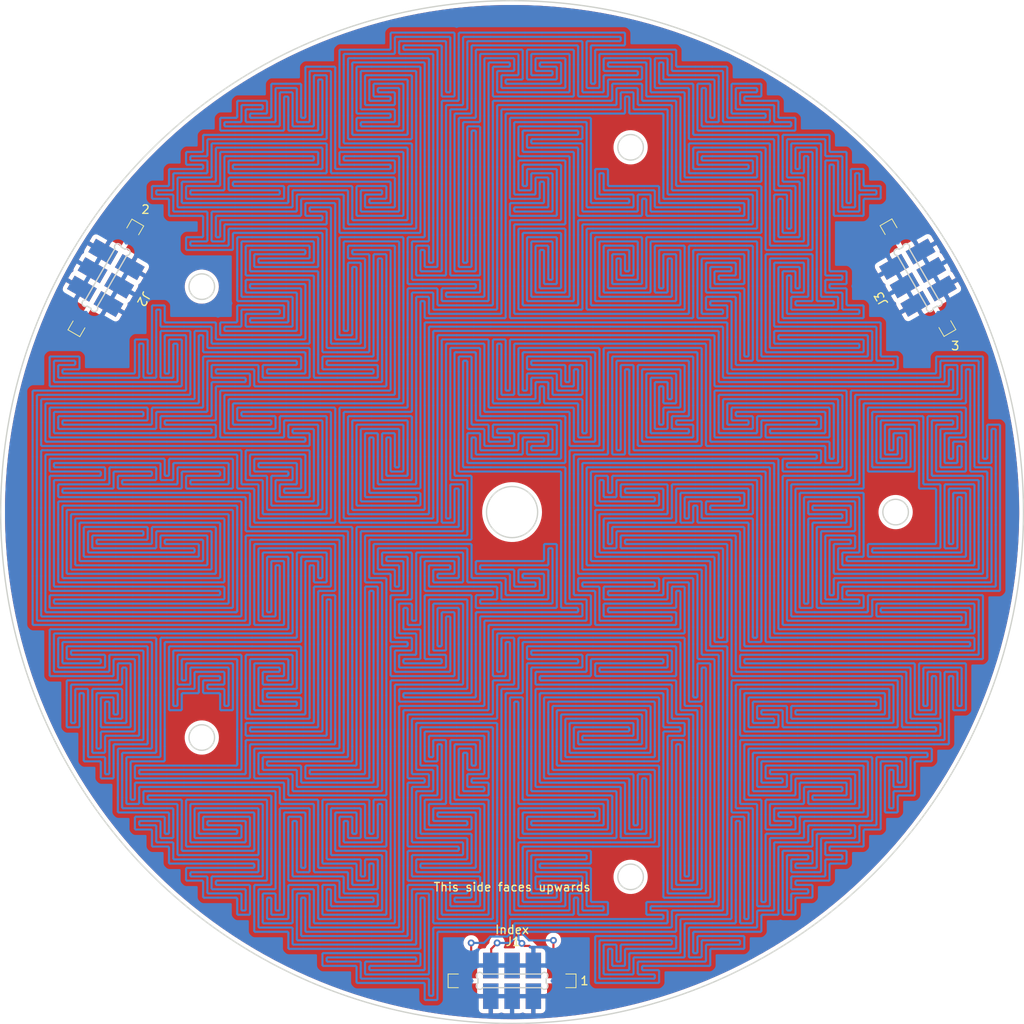
<source format=kicad_pcb>
(kicad_pcb (version 20201002) (generator pcbnew)

  (general
    (thickness 1.6)
  )

  (paper "A4")
  (layers
    (0 "F.Cu" signal)
    (31 "B.Cu" signal)
    (32 "B.Adhes" user "B.Adhesive")
    (33 "F.Adhes" user "F.Adhesive")
    (34 "B.Paste" user)
    (35 "F.Paste" user)
    (36 "B.SilkS" user "B.Silkscreen")
    (37 "F.SilkS" user "F.Silkscreen")
    (38 "B.Mask" user)
    (39 "F.Mask" user)
    (40 "Dwgs.User" user "User.Drawings")
    (41 "Cmts.User" user "User.Comments")
    (42 "Eco1.User" user "User.Eco1")
    (43 "Eco2.User" user "User.Eco2")
    (44 "Edge.Cuts" user)
    (45 "Margin" user)
    (46 "B.CrtYd" user "B.Courtyard")
    (47 "F.CrtYd" user "F.Courtyard")
    (48 "B.Fab" user)
    (49 "F.Fab" user)
  )

  (setup
    (grid_origin 150 100)
    (pcbplotparams
      (layerselection 0x00010fc_ffffffff)
      (usegerberextensions false)
      (usegerberattributes true)
      (usegerberadvancedattributes true)
      (creategerberjobfile true)
      (svguseinch false)
      (svgprecision 6)
      (excludeedgelayer true)
      (linewidth 0.100000)
      (plotframeref false)
      (viasonmask false)
      (mode 1)
      (useauxorigin false)
      (hpglpennumber 1)
      (hpglpenspeed 20)
      (hpglpendiameter 15.000000)
      (psnegative false)
      (psa4output false)
      (plotreference true)
      (plotvalue true)
      (plotinvisibletext false)
      (sketchpadsonfab false)
      (subtractmaskfromsilk false)
      (outputformat 1)
      (mirror false)
      (drillshape 0)
      (scaleselection 1)
      (outputdirectory "gerber")
    )
  )


  (net 0 "")
  (net 1 "GND")
  (net 2 "+3V3")
  (net 3 "/mesh_bot_0r")
  (net 4 "/mesh_bot_1r")
  (net 5 "/mesh_bot_1s")
  (net 6 "/mesh_bot_0s")

  (module "common_footprints:8mm_base" (layer "F.Cu") (tedit 5F85D835) (tstamp 6c58a0f3-800e-4f6c-a1ac-f21b7efb9ca5)
    (at 102.338846 72.525064 -120)
    (property "Sheet file" "/home/user/research/rotohsm/prototype/mech_pcbs/rotor_base_outer_pcb/rotor_base_outer_pcb.kicad_sch")
    (property "Sheet name" "")
    (path "/90ce8e7b-4294-4a14-86c3-986f4a1874cf")
    (attr through_hole)
    (fp_text reference "J2" (at -0.08722 -5.100941 -120 unlocked) (layer "F.SilkS")
      (effects (font (size 1 1) (thickness 0.15)))
      (tstamp 2dbfc98e-2847-4249-a623-440d9d6a5966)
    )
    (fp_text value "8mm_junction" (at 0 1 -120 unlocked) (layer "F.Fab")
      (effects (font (size 1 1) (thickness 0.15)))
      (tstamp 0abe9c80-2c9a-4f78-ba26-b76b6689eb33)
    )
    (fp_line (start -7.5 -0.8) (end -7.5 0.8) (layer "F.SilkS") (width 0.1) (tstamp 10c510fb-e3a2-4ba8-b4e5-913dac93be9f))
    (fp_line (start -7.5 0.8) (end -6.3 0.8) (layer "F.SilkS") (width 0.1) (tstamp 13a452c7-18e1-4df3-af7a-39455d58fdef))
    (fp_line (start -6.3 -0.8) (end -7.5 -0.8) (layer "F.SilkS") (width 0.1) (tstamp 47fc6062-393b-454e-8631-ec1561c225f9))
    (fp_line (start 6.3 0.8) (end 7.5 0.8) (layer "F.SilkS") (width 0.1) (tstamp 50796839-d8e1-4965-9cb8-e0b41db32153))
    (fp_line (start 7.5 -0.8) (end 6.3 -0.8) (layer "F.SilkS") (width 0.1) (tstamp 56644f93-f973-4de2-8164-dffb1fae76d2))
    (fp_line (start 7.5 0.8) (end 7.5 -0.8) (layer "F.SilkS") (width 0.1) (tstamp 9b7f28f6-af2d-4341-96e3-bc4b92375506))
    (fp_rect (start -4 0.8) (end 4 -0.8) (layer "Dwgs.User") (width 0.1) (tstamp 879b23f8-7195-49d4-bcba-c0d333f137a3))
    (pad "1" smd rect (at -5 1.8 240) (size 1.8 3) (layers "F.Cu" "F.Mask")
      (net 1 "GND") (tstamp 595b49c4-deb6-4400-8f7d-e440e9c1b030))
    (pad "2" smd rect (at -2.5 1.8 240) (size 1.8 3) (layers "F.Cu" "F.Mask")
      (net 1 "GND") (tstamp 1246fff7-e7a4-47bf-9066-c1dc856a0225))
    (pad "3" smd rect (at 0 1.8 240) (size 1.8 3) (layers "F.Cu" "F.Mask")
      (net 2 "+3V3") (tstamp afb7025f-8f4e-4aa6-a80d-27a83131c6df))
    (pad "4" smd rect (at 2.5 1.8 240) (size 1.8 3) (layers "F.Cu" "F.Mask")
      (net 1 "GND") (tstamp 5e6d55f3-4b75-4138-8156-d153e8850ccb))
    (pad "5" smd rect (at 5 1.8 240) (size 1.8 3) (layers "F.Cu" "F.Mask")
      (net 1 "GND") (tstamp f2127881-6abe-4655-9be4-5418ae57e462))
    (pad "6" smd rect (at 5 -1.8 240) (size 1.8 3) (layers "F.Cu" "F.Mask")
      (net 1 "GND") (tstamp ef25f933-8d27-4e5b-9468-5cd54952a465))
    (pad "7" smd rect (at 2.5 -1.8 240) (size 1.8 3) (layers "F.Cu" "F.Mask")
      (net 1 "GND") (tstamp 7420b2e7-764f-42cf-89de-e926627dd375))
    (pad "8" smd rect (at 0 -1.8 240) (size 1.8 3) (layers "F.Cu" "F.Mask")
      (net 2 "+3V3") (tstamp 9a4e82c7-d4fc-48a4-b7e5-63a8d1acac58))
    (pad "9" smd rect (at -2.5 -1.8 240) (size 1.8 3) (layers "F.Cu" "F.Mask")
      (net 1 "GND") (tstamp 18b26643-8136-4d31-8add-3a88eae19d8c))
    (pad "10" smd rect (at -5 -1.8 240) (size 1.8 3) (layers "F.Cu" "F.Mask")
      (net 1 "GND") (tstamp fa9e4906-d422-413e-9756-9ee49960640b))
    (pad "11" smd rect (at -2.5 1.8 240) (size 1.8 3) (layers "B.Cu" "B.Mask")
      (net 1 "GND") (solder_mask_margin 0.1) (tstamp 5e5ed9a1-6675-4265-a301-00af2f43e6cb))
    (pad "12" smd rect (at 0 1.8 240) (size 1.8 3) (layers "B.Cu" "B.Mask")
      (net 1 "GND") (solder_mask_margin 0.1) (tstamp 59002e20-03e2-49a2-8fb7-9b77049985ce))
    (pad "13" smd rect (at 2.5 1.8 240) (size 1.8 3) (layers "B.Cu" "B.Mask")
      (net 1 "GND") (solder_mask_margin 0.1) (tstamp a2659def-5484-41b1-baf2-ced1b630b3e2))
    (pad "14" smd rect (at 2.5 -1.8 240) (size 1.8 3) (layers "B.Cu" "B.Mask")
      (net 1 "GND") (solder_mask_margin 0.1) (tstamp 50f15d4c-84db-4223-80e6-0953e63af2e1))
    (pad "15" smd rect (at 0 -1.8 240) (size 1.8 3) (layers "B.Cu" "B.Mask")
      (net 1 "GND") (solder_mask_margin 0.1) (tstamp 5ebaff95-8c54-40fe-85e6-bcb23f2944a1))
    (pad "16" smd rect (at -2.5 -1.8 240) (size 1.8 3) (layers "B.Cu" "B.Mask")
      (net 1 "GND") (solder_mask_margin 0.1) (tstamp 8ae18f0f-5855-4a44-b9d8-51c0b207b068))
  )

  (module "common_footprints:8mm_base" (layer "F.Cu") (tedit 5F85D835) (tstamp 79bee6c2-af14-4dc6-8fe9-3d6485e13a7e)
    (at 197.621154 72.494936 120)
    (property "Sheet file" "/home/user/research/rotohsm/prototype/mech_pcbs/rotor_base_outer_pcb/rotor_base_outer_pcb.kicad_sch")
    (property "Sheet name" "")
    (path "/cc85c82c-a09d-441b-9461-2972f916e976")
    (attr through_hole)
    (fp_text reference "J3" (at -0.008872 -4.994761 120 unlocked) (layer "F.SilkS")
      (effects (font (size 1 1) (thickness 0.15)))
      (tstamp 3a20c97c-7a2a-4099-a35c-2c875f64b208)
    )
    (fp_text value "8mm_junction" (at 0 1 120 unlocked) (layer "F.Fab")
      (effects (font (size 1 1) (thickness 0.15)))
      (tstamp 92f2e580-d2fe-4a57-a126-90109ca389fc)
    )
    (fp_line (start -6.3 -0.8) (end -7.5 -0.8) (layer "F.SilkS") (width 0.1) (tstamp 2f1ff537-60a2-40e5-83e0-7e89260bb2ac))
    (fp_line (start 7.5 -0.8) (end 6.3 -0.8) (layer "F.SilkS") (width 0.1) (tstamp 78ca3e87-cd49-4c19-9c02-019ce4d67eba))
    (fp_line (start 6.3 0.8) (end 7.5 0.8) (layer "F.SilkS") (width 0.1) (tstamp 7ae6da71-09f7-418d-8a11-4cacd2f73bcf))
    (fp_line (start -7.5 -0.8) (end -7.5 0.8) (layer "F.SilkS") (width 0.1) (tstamp 8c929405-915d-41f0-ae73-ce02514aa37d))
    (fp_line (start -7.5 0.8) (end -6.3 0.8) (layer "F.SilkS") (width 0.1) (tstamp 93bef44c-30da-409e-893b-a8d5a5a2b97c))
    (fp_line (start 7.5 0.8) (end 7.5 -0.8) (layer "F.SilkS") (width 0.1) (tstamp a1124f75-9050-4fae-90a2-bb4631ac1cfe))
    (fp_rect (start -4 0.8) (end 4 -0.8) (layer "Dwgs.User") (width 0.1) (tstamp 12730651-30d8-4660-8965-5f6a328e5073))
    (pad "1" smd rect (at -5 1.8 120) (size 1.8 3) (layers "F.Cu" "F.Mask")
      (net 1 "GND") (tstamp fc6765a6-06c2-4ab7-9a3d-caa6eb5fa919))
    (pad "2" smd rect (at -2.5 1.8 120) (size 1.8 3) (layers "F.Cu" "F.Mask")
      (net 1 "GND") (tstamp f8e98d86-db70-41b2-aa56-e0f14ec48e9b))
    (pad "3" smd rect (at 0 1.8 120) (size 1.8 3) (layers "F.Cu" "F.Mask")
      (net 2 "+3V3") (tstamp fc5deed0-ea1b-4bcb-b3e0-0214e7647c05))
    (pad "4" smd rect (at 2.5 1.8 120) (size 1.8 3) (layers "F.Cu" "F.Mask")
      (net 1 "GND") (tstamp 689c260f-6320-4e80-8e1c-70c2ddae6925))
    (pad "5" smd rect (at 5 1.8 120) (size 1.8 3) (layers "F.Cu" "F.Mask")
      (net 1 "GND") (tstamp 388bc8b0-6c70-46f7-9b9d-4ad76a1a9761))
    (pad "6" smd rect (at 5 -1.8 120) (size 1.8 3) (layers "F.Cu" "F.Mask")
      (net 1 "GND") (tstamp aedb1aba-57ac-48a0-8d5e-83d2255b6be6))
    (pad "7" smd rect (at 2.5 -1.8 120) (size 1.8 3) (layers "F.Cu" "F.Mask")
      (net 1 "GND") (tstamp ad201061-d6fa-4d9e-8fc8-39ed3d3c44ee))
    (pad "8" smd rect (at 0 -1.8 120) (size 1.8 3) (layers "F.Cu" "F.Mask")
      (net 2 "+3V3") (tstamp 808d2751-b40b-4407-920f-cceb75ed81cb))
    (pad "9" smd rect (at -2.5 -1.8 120) (size 1.8 3) (layers "F.Cu" "F.Mask")
      (net 1 "GND") (tstamp 44026a9e-5457-46b1-9898-45c3d7c4b340))
    (pad "10" smd rect (at -5 -1.8 120) (size 1.8 3) (layers "F.Cu" "F.Mask")
      (net 1 "GND") (tstamp 1f41e45d-d812-49c7-81e3-57072ec68171))
    (pad "11" smd rect (at -2.5 1.8 120) (size 1.8 3) (layers "B.Cu" "B.Mask")
      (net 1 "GND") (solder_mask_margin 0.1) (tstamp 9e8a93dc-0b6d-4e6f-830d-bdb505e00c89))
    (pad "12" smd rect (at 0 1.8 120) (size 1.8 3) (layers "B.Cu" "B.Mask")
      (net 1 "GND") (solder_mask_margin 0.1) (tstamp eb788f13-9443-4f44-a481-6fbddd09a819))
    (pad "13" smd rect (at 2.5 1.8 120) (size 1.8 3) (layers "B.Cu" "B.Mask")
      (net 1 "GND") (solder_mask_margin 0.1) (tstamp d34d8f84-2141-4057-b243-3cc5ebac37d7))
    (pad "14" smd rect (at 2.5 -1.8 120) (size 1.8 3) (layers "B.Cu" "B.Mask")
      (net 1 "GND") (solder_mask_margin 0.1) (tstamp 6f50d211-7fb8-49f0-929c-56ee1259ff4f))
    (pad "15" smd rect (at 0 -1.8 120) (size 1.8 3) (layers "B.Cu" "B.Mask")
      (net 1 "GND") (solder_mask_margin 0.1) (tstamp 7e6495b4-661d-4e94-9ea1-7b73458ca2a4))
    (pad "16" smd rect (at -2.5 -1.8 120) (size 1.8 3) (layers "B.Cu" "B.Mask")
      (net 1 "GND") (solder_mask_margin 0.1) (tstamp c1bc0332-e1e4-4100-b1e3-8de3e1b1ea3a))
  )

  (module "common_footprints:8mm_base" (layer "F.Cu") (tedit 5F85D835) (tstamp c2ba18fe-9030-485a-9b3c-eec7e1148c03)
    (at 150 155)
    (property "Sheet file" "/home/user/research/rotohsm/prototype/mech_pcbs/rotor_base_outer_pcb/rotor_base_outer_pcb.kicad_sch")
    (property "Sheet name" "")
    (path "/4bbe63be-1229-420f-b1bb-4e69573013e8")
    (attr through_hole)
    (fp_text reference "J1" (at 0.1 -4.6 unlocked) (layer "F.SilkS")
      (effects (font (size 1 1) (thickness 0.15)))
      (tstamp 111ed154-8200-44da-8a3c-eccc94cadb19)
    )
    (fp_text value "8mm_junction" (at 0 1 unlocked) (layer "F.Fab")
      (effects (font (size 1 1) (thickness 0.15)))
      (tstamp b844a6b0-392e-4ed9-9e46-29e3bf011b07)
    )
    (fp_line (start -7.5 0.8) (end -6.3 0.8) (layer "F.SilkS") (width 0.1) (tstamp 0a00502e-5332-4b6d-9409-da0fb66c76d9))
    (fp_line (start -6.3 -0.8) (end -7.5 -0.8) (layer "F.SilkS") (width 0.1) (tstamp 32e2820e-ca1e-4af4-a791-bf7ecd92ae8b))
    (fp_line (start 7.5 0.8) (end 7.5 -0.8) (layer "F.SilkS") (width 0.1) (tstamp 392f5b4e-4395-4abd-8bf0-f4c58c6c4a4d))
    (fp_line (start 6.3 0.8) (end 7.5 0.8) (layer "F.SilkS") (width 0.1) (tstamp 4adb8e5b-19ff-4440-a99a-e82ef9b786e4))
    (fp_line (start -7.5 -0.8) (end -7.5 0.8) (layer "F.SilkS") (width 0.1) (tstamp 877e7040-0b22-4a09-9f15-69c49a23ad0e))
    (fp_line (start 7.5 -0.8) (end 6.3 -0.8) (layer "F.SilkS") (width 0.1) (tstamp f289d041-036e-4f6d-9da8-5e7ab1e17365))
    (fp_rect (start -4 0.8) (end 4 -0.8) (layer "Dwgs.User") (width 0.1) (tstamp c467b577-42ec-463f-bb53-7202e841ff07))
    (pad "1" smd rect (at -5 1.8) (size 1.8 3) (layers "F.Cu" "F.Mask")
      (net 1 "GND") (tstamp 79e84688-010a-45f9-8403-1ced5bb51b27))
    (pad "2" smd rect (at -2.5 1.8) (size 1.8 3) (layers "F.Cu" "F.Mask")
      (net 1 "GND") (tstamp fbcc6d94-62fa-4731-a40e-6c83ce22c32e))
    (pad "3" smd rect (at 0 1.8) (size 1.8 3) (layers "F.Cu" "F.Mask")
      (net 2 "+3V3") (tstamp 2e72a3a0-f89e-4c40-8d4e-30232e706d4a))
    (pad "4" smd rect (at 2.5 1.8) (size 1.8 3) (layers "F.Cu" "F.Mask")
      (net 1 "GND") (tstamp 9308ed4c-8e51-44c4-802a-3fbe9b9c7a39))
    (pad "5" smd rect (at 5 1.8) (size 1.8 3) (layers "F.Cu" "F.Mask")
      (net 1 "GND") (tstamp 9ad37c9a-0c0e-4a1d-b09a-f4316be1c875))
    (pad "6" smd rect (at 5 -1.8) (size 1.8 3) (layers "F.Cu" "F.Mask")
      (net 3 "/mesh_bot_0r") (tstamp 10af8b64-3a13-41b4-9be8-d71fd98caa53))
    (pad "7" smd rect (at 2.5 -1.8) (size 1.8 3) (layers "F.Cu" "F.Mask")
      (net 4 "/mesh_bot_1r") (tstamp 503e4f58-eeeb-4627-9b85-255ff1843906))
    (pad "8" smd rect (at 0 -1.8) (size 1.8 3) (layers "F.Cu" "F.Mask")
      (net 2 "+3V3") (tstamp 39e147ae-6862-466c-bee2-90b91153fe06))
    (pad "9" smd rect (at -2.5 -1.8) (size 1.8 3) (layers "F.Cu" "F.Mask")
      (net 5 "/mesh_bot_1s") (tstamp 9ae0aad5-4f2f-4594-ab20-3f6ef5837108))
    (pad "10" smd rect (at -5 -1.8) (size 1.8 3) (layers "F.Cu" "F.Mask")
      (net 6 "/mesh_bot_0s") (tstamp 1a0b19a7-9113-4eb8-ac6d-e94d6368d04a))
    (pad "11" smd rect (at -2.5 1.8) (size 1.8 3) (layers "B.Cu" "B.Mask")
      (net 1 "GND") (solder_mask_margin 0.1) (tstamp cf92ceea-692e-43e2-b052-d00fd471bba6))
    (pad "12" smd rect (at 0 1.8) (size 1.8 3) (layers "B.Cu" "B.Mask")
      (net 1 "GND") (solder_mask_margin 0.1) (tstamp 63fe4ef8-8108-4251-9f70-b2eb440530b6))
    (pad "13" smd rect (at 2.5 1.8) (size 1.8 3) (layers "B.Cu" "B.Mask")
      (net 1 "GND") (solder_mask_margin 0.1) (tstamp 0604fb3d-2e34-4770-87e4-1ea2aa625f27))
    (pad "14" smd rect (at 2.5 -1.8) (size 1.8 3) (layers "B.Cu" "B.Mask")
      (net 1 "GND") (solder_mask_margin 0.1) (tstamp 6bcc540b-7af9-48ea-811f-98b23b54b0a0))
    (pad "15" smd rect (at 0 -1.8) (size 1.8 3) (layers "B.Cu" "B.Mask")
      (net 1 "GND") (solder_mask_margin 0.1) (tstamp be7bd08c-7a6f-4c2c-9459-848823e48fcb))
    (pad "16" smd rect (at -2.5 -1.8) (size 1.8 3) (layers "B.Cu" "B.Mask")
      (net 1 "GND") (solder_mask_margin 0.1) (tstamp 7d2c7216-bdae-49af-9162-630e0824142e))
  )

  (gr_poly (pts
 (xy 201 60.25)
    (xy 188 67.5)
    (xy 196.75 82.5)
    (xy 210 75)
    (xy 210 160)
    (xy 90 160)
    (xy 90 80)
    (xy 91 76)
    (xy 102.75 83)
    (xy 111.5 67.25)
    (xy 101.25 61.25)
    (xy 115 40)
    (xy 175 40)) (layer "Eco1.User") (width 0.1) (tstamp 1f56d720-4bf8-4774-8b31-84e2dd86a337))
  (gr_line (start 196.597 69.109) (end 200.051 75.091) (angle 90) (layer "Edge.Cuts") (width 0.16) (tstamp 009f4c3a-81e8-4467-be10-aaee602ede3a))
  (gr_arc (start 103.749 68.909) (end 104.149 68.909) (angle -210) (layer "Edge.Cuts") (width 0.16) (tstamp 08c19962-4300-4359-bc5d-24e5e042b612))
  (gr_arc (start 153.8 155.6) (end 153.454 155.8) (angle -210) (layer "Edge.Cuts") (width 0.16) (tstamp 0ce0df81-e39a-4886-a77c-74a43cc2e311))
  (gr_circle (center 195 100) (end 193.5 100) (layer "Edge.Cuts") (width 0.16) (tstamp 0dd87628-9cb1-4459-ad90-d666dec7d38c))
  (gr_arc (start 104.788 69.509) (end 104.788 69.909) (angle -210) (layer "Edge.Cuts") (width 0.16) (tstamp 0fad9e53-908d-4631-9a60-161e4798ee40))
  (gr_line (start 100.588 76.091) (end 100.149 75.837) (angle 90) (layer "Edge.Cuts") (width 0.16) (tstamp 11e064cc-b05e-4b79-8000-0b5acec7cad7))
  (gr_circle (center 150 100) (end 90 100) (layer "Edge.Cuts") (width 0.16) (tstamp 27da73af-7237-4b0f-8fc1-da34b07631b0))
  (gr_line (start 146 154.746) (end 146 155.254) (angle 90) (layer "Edge.Cuts") (width 0.16) (tstamp 28565b0c-9714-48fe-aa50-7a214c0a3079))
  (gr_circle (center 163.906 57.202) (end 162.406 57.202) (layer "Edge.Cuts") (width 0.16) (tstamp 5727152b-4cf1-4e80-aa76-7c462b862b26))
  (gr_line (start 195.412 69.163) (end 195.851 68.909) (angle 90) (layer "Edge.Cuts") (width 0.16) (tstamp 57ca0ad0-dccb-4769-80cb-de27d5a9408c))
  (gr_line (start 153.454 154.2) (end 146.546 154.2) (angle 90) (layer "Edge.Cuts") (width 0.16) (tstamp 5a486702-6b80-47b3-91cf-414aa5956730))
  (gr_arc (start 100.988 76.091) (end 100.588 76.091) (angle -210) (layer "Edge.Cuts") (width 0.16) (tstamp 68388e4e-ba6b-4e9c-b7b5-863db7923b5a))
  (gr_circle (center 163.906 142.798) (end 162.406 142.798) (layer "Edge.Cuts") (width 0.16) (tstamp 69d40e18-9782-44e2-b502-5e05f38faff1))
  (gr_circle (center 113.594 126.45) (end 112.094 126.45) (layer "Edge.Cuts") (width 0.16) (tstamp 747f716b-8180-4bc5-9537-1c939f6ee89f))
  (gr_arc (start 199.012 76.091) (end 198.665 75.891) (angle -210) (layer "Edge.Cuts") (width 0.16) (tstamp 75131155-2c56-48f9-b650-4320ead14780))
  (gr_line (start 195.212 69.909) (end 198.665 75.891) (angle 90) (layer "Edge.Cuts") (width 0.16) (tstamp 7ccc2921-4952-4dc2-96a6-d1325ad6a170))
  (gr_arc (start 99.949 75.491) (end 99.949 75.091) (angle -210) (layer "Edge.Cuts") (width 0.16) (tstamp 7ec11527-7262-4bb4-8b2e-8207d69bddca))
  (gr_line (start 154 154.746) (end 154 155.254) (angle 90) (layer "Edge.Cuts") (width 0.16) (tstamp 8ad726f6-eeb9-4878-a786-0aabbe3d1d3d))
  (gr_circle (center 150 100) (end 147 100) (layer "Edge.Cuts") (width 0.16) (tstamp 8e83ae77-b05b-4c15-89e2-6d6d2b038e76))
  (gr_arc (start 196.251 68.909) (end 196.597 69.109) (angle -210) (layer "Edge.Cuts") (width 0.16) (tstamp 942bc783-d2e8-46ba-8eee-7514de43ce13))
  (gr_line (start 199.412 76.091) (end 199.851 75.837) (angle 90) (layer "Edge.Cuts") (width 0.16) (tstamp b401dc48-9dde-40a7-aa6d-d1e90ab9aca3))
  (gr_arc (start 153.8 154.4) (end 154 154.746) (angle -210) (layer "Edge.Cuts") (width 0.16) (tstamp bfe76ac1-5e71-48e7-8b34-49efd0a00a5a))
  (gr_circle (center 113.594 73.55) (end 112.094 73.55) (layer "Edge.Cuts") (width 0.16) (tstamp c171294a-f638-4303-891d-ff2f9e204bad))
  (gr_line (start 101.335 75.891) (end 104.788 69.909) (angle 90) (layer "Edge.Cuts") (width 0.16) (tstamp ca1f42b1-aa0b-4079-bbeb-5aead24fabd9))
  (gr_arc (start 195.212 69.509) (end 195.412 69.163) (angle -210) (layer "Edge.Cuts") (width 0.16) (tstamp cd9659b8-e581-4cf8-8548-0232b9076e62))
  (gr_arc (start 200.051 75.491) (end 199.851 75.837) (angle -210) (layer "Edge.Cuts") (width 0.16) (tstamp cde42b1c-9f01-40a4-84f3-fbacf5ccad30))
  (gr_line (start 99.949 75.091) (end 103.403 69.109) (angle 90) (layer "Edge.Cuts") (width 0.16) (tstamp d46cdc3d-5f4e-4c17-8a54-b49a00a3ee6b))
  (gr_arc (start 146.2 154.4) (end 146.546 154.2) (angle -210) (layer "Edge.Cuts") (width 0.16) (tstamp dbadaec7-ba1b-4770-a9c8-d94cf8a20edf))
  (gr_line (start 153.454 155.8) (end 146.546 155.8) (angle 90) (layer "Edge.Cuts") (width 0.16) (tstamp e8e55a62-97f5-4fd8-afa3-40b7a91dce06))
  (gr_arc (start 146.2 155.6) (end 146 155.254) (angle -210) (layer "Edge.Cuts") (width 0.16) (tstamp eaadbf76-b18f-49d4-bbbd-98ee2f2307e7))
  (gr_line (start 104.588 69.163) (end 104.149 68.909) (angle 90) (layer "Edge.Cuts") (width 0.16) (tstamp fc01dc19-4112-4ae6-9ce4-0cefbde742ac))
  (gr_text "3" (at 202 80.5) (layer "F.SilkS") (tstamp 1529e66e-5a32-4bb9-8fdc-87962dbe1e5b)
    (effects (font (size 1 1) (thickness 0.15)))
  )
  (gr_text "This side faces upwards" (at 150 144) (layer "F.SilkS") (tstamp 4bc70fd9-a2f5-44f1-9cb2-24eed971780b)
    (effects (font (size 1 1) (thickness 0.15)))
  )
  (gr_text "Index" (at 150 149) (layer "F.SilkS") (tstamp b782d5b0-5eba-425e-af6b-51c0fe61adf0)
    (effects (font (size 1 1) (thickness 0.15)))
  )
  (gr_text "1" (at 158.5 155) (layer "F.SilkS") (tstamp e616e787-aad5-466a-80bd-017bfe6fd9c8)
    (effects (font (size 1 1) (thickness 0.15)))
  )
  (gr_text "2" (at 107 64.5) (layer "F.SilkS") (tstamp e9d757cc-e743-48c2-98e6-1741f0678294)
    (effects (font (size 1 1) (thickness 0.15)))
  )

  (segment (start 145.2 150.55) (end 145.2 153.45) (width 0.25) (layer "F.Cu") (net 3) (tstamp 7e868b3e-43ee-422a-a643-21a7e4090884))
  (segment (start 154.85 150.25) (end 154.85 152.75) (width 0.25) (layer "F.Cu") (net 3) (tstamp b0510bdd-5d10-470f-9621-2f5235be55e6))
  (via (at 145.2 150.55) (size 0.8) (drill 0.4) (layers "F.Cu" "B.Cu") (net 3) (tstamp 7b4f832b-c4b2-4889-8283-25b0e01990a8))
  (via (at 154.85 150.25) (size 0.8) (drill 0.4) (layers "F.Cu" "B.Cu") (net 3) (tstamp f1e9e360-2cc7-4853-bfed-ca5cd1a82e4d))
  (segment (start 137.144766 109.246537) (end 137.248319 109.142984) (width 0.25) (layer "B.Cu") (net 3) (tstamp 0002ede8-3c9a-41d4-b7f1-07cc818638db))
  (segment (start 169.498319 127.246537) (end 169.351873 127.246537) (width 0.25) (layer "B.Cu") (net 3) (tstamp 00061621-e859-405b-9f82-92275735c56d))
  (segment (start 149.248319 67.496537) (end 149.248319 69.496537) (width 0.25) (layer "B.Cu") (net 3) (tstamp 00138780-395a-4ef7-8162-7e46139b8d13))
  (segment (start 183.498319 131.246537) (end 185.498319 131.246537) (width 0.25) (layer "B.Cu") (net 3) (tstamp 00194720-7090-46d1-97d2-f49a4062f752))
  (segment (start 171.748319 69.85009) (end 171.748319 71.496537) (width 0.25) (layer "B.Cu") (net 3) (tstamp 00245af0-9f5f-4428-964f-357edb9ab67d))
  (segment (start 127.498319 129.246537) (end 129.498319 129.246537) (width 0.25) (layer "B.Cu") (net 3) (tstamp 0032a0b9-f69c-49b4-ae05-97ac58656cf5))
  (segment (start 191.498319 105.746537) (end 193.498319 105.746537) (width 0.25) (layer "B.Cu") (net 3) (tstamp 004000b8-9384-4946-82f4-3a79e5c46e1b))
  (segment (start 199.498319 85.246537) (end 201.144766 85.246537) (width 0.25) (layer "B.Cu") (net 3) (tstamp 004d6dd7-5928-41a7-aab6-65f554634c4b))
  (segment (start 183.248319 135.85009) (end 183.144766 135.746537) (width 0.25) (layer "B.Cu") (net 3) (tstamp 004edf6c-35df-4c28-bf58-0f026f2fc6c6))
  (segment (start 147.644766 109.746537) (end 147.498319 109.746537) (width 0.25) (layer "B.Cu") (net 3) (tstamp 005e6ee2-ab4f-4472-8f7e-f7e28b4f38a8))
  (segment (start 167.748319 109.642984) (end 167.748319 109.496537) (width 0.25) (layer "B.Cu") (net 3) (tstamp 006aa4dd-f9d4-4d55-8f30-c7e9539fb4b6))
  (segment (start 127.498319 129.746537) (end 129.498319 129.746537) (width 0.25) (layer "B.Cu") (net 3) (tstamp 0081edd2-5b34-4969-8632-fae1ca449519))
  (segment (start 183.351873 143.746537) (end 183.248319 143.642984) (width 0.25) (layer "B.Cu") (net 3) (tstamp 0089c644-94f0-4a9e-ae99-4171f35eadcd))
  (segment (start 161.498319 129.246537) (end 163.498319 129.246537) (width 0.25) (layer "B.Cu") (net 3) (tstamp 0099194b-09be-4a89-a98c-9b1ddfe37f35))
  (segment (start 107.498319 129.746537) (end 105.851873 129.746537) (width 0.25) (layer "B.Cu") (net 3) (tstamp 00a7b9ab-03d5-47dc-934a-5e290d53c0e6))
  (segment (start 127.748319 113.496537) (end 127.748319 115.496537) (width 0.25) (layer "B.Cu") (net 3) (tstamp 00adee78-c4cc-42ea-a3ba-8b5be8667261))
  (segment (start 133.498319 91.246537) (end 133.644766 91.246537) (width 0.25) (layer "B.Cu") (net 3) (tstamp 00b2a547-a2c3-4747-8a68-99555df41c68))
  (segment (start 165.498319 95.746537) (end 167.498319 95.746537) (width 0.25) (layer "B.Cu") (net 3) (tstamp 00b3c14e-82c5-4f5a-a092-082cdf43fde9))
  (segment (start 175.248319 133.496537) (end 175.248319 135.496537) (width 0.25) (layer "B.Cu") (net 3) (tstamp 00b5a77d-606d-4684-9784-802f4e205f6f))
  (segment (start 149.498319 115.246537) (end 149.351873 115.246537) (width 0.25) (layer "B.Cu") (net 3) (tstamp 00bc4847-be40-43a1-8a7b-f29d68b4509a))
  (segment (start 107.248319 79.85009) (end 107.144766 79.746537) (width 0.25) (layer "B.Cu") (net 3) (tstamp 00c36a1e-b439-4c76-bab7-da328baba11b))
  (segment (start 101.498319 105.746537) (end 103.498319 105.746537) (width 0.25) (layer "B.Cu") (net 3) (tstamp 00f204d7-1e8e-4c3b-97e9-555d460a22db))
  (segment (start 115.748319 107.642984) (end 115.644766 107.746537) (width 0.25) (layer "B.Cu") (net 3) (tstamp 0107ca0c-fadd-4e5f-956b-374986becb2c))
  (segment (start 111.851873 141.746537) (end 111.748319 141.85009) (width 0.25) (layer "B.Cu") (net 3) (tstamp 010d5dfa-ccbb-45af-b0ca-392f78cda724))
  (segment (start 125.351873 145.246537) (end 125.248319 145.35009) (width 0.25) (layer "B.Cu") (net 3) (tstamp 0114863c-41e0-4968-a505-ff72853a3fef))
  (segment (start 169.248319 123.496537) (end 169.248319 123.642984) (width 0.25) (layer "B.Cu") (net 3) (tstamp 0125940e-7141-4113-89ea-04d86bd5f8b7))
  (segment (start 129.748319 77.496537) (end 129.748319 79.142984) (width 0.25) (layer "B.Cu") (net 3) (tstamp 012815e1-b08a-465a-992a-32d749e340a5))
  (segment (start 131.248319 65.496537) (end 131.248319 65.642984) (width 0.25) (layer "B.Cu") (net 3) (tstamp 0129cbe3-87a7-4b21-aaa0-f98ccaf005c8))
  (segment (start 161.248319 69.35009) (end 161.248319 69.496537) (width 0.25) (layer "B.Cu") (net 3) (tstamp 012c0433-1138-414a-91c6-a1fb65ff19a5))
  (segment (start 181.748319 131.35009) (end 181.748319 131.496537) (width 0.25) (layer "B.Cu") (net 3) (tstamp 013400fd-c9f5-40f6-9cad-c8423056d282))
  (segment (start 141.748319 73.85009) (end 141.748319 75.142984) (width 0.25) (layer "B.Cu") (net 3) (tstamp 01360e63-ab50-47bd-8788-89ef94792be6))
  (segment (start 107.748319 79.496537) (end 107.748319 81.496537) (width 0.25) (layer "B.Cu") (net 3) (tstamp 013b8c52-2c53-446d-a692-8937a9644cd2))
  (segment (start 167.498319 145.746537) (end 165.851873 145.746537) (width 0.25) (layer "B.Cu") (net 3) (tstamp 013bf403-70cc-4b02-a088-96113bc93562))
  (segment (start 151.498319 115.246537) (end 153.498319 115.246537) (width 0.25) (layer "B.Cu") (net 3) (tstamp 0141a18b-1c17-47a7-86b4-f2e20059ce43))
  (segment (start 187.498319 125.746537) (end 189.498319 125.746537) (width 0.25) (layer "B.Cu") (net 3) (tstamp 014aef3b-3452-4800-af33-55577a6a4a49))
  (segment (start 145.248319 61.496537) (end 145.248319 63.496537) (width 0.25) (layer "B.Cu") (net 3) (tstamp 014ebdfe-b47a-4f97-a598-6d777f420de2))
  (segment (start 183.248319 75.496537) (end 183.248319 75.35009) (width 0.25) (layer "B.Cu") (net 3) (tstamp 01575289-7e04-42bf-9fd2-0d982bc932ae))
  (segment (start 131.644766 135.246537) (end 131.498319 135.246537) (width 0.25) (layer "B.Cu") (net 3) (tstamp 0159bcbf-4285-4169-aade-aa3add37d3bf))
  (segment (start 143.498319 135.246537) (end 141.498319 135.246537) (width 0.25) (layer "B.Cu") (net 3) (tstamp 0160af32-2e68-45dd-85b7-da1e3f4de598))
  (segment (start 121.498319 79.246537) (end 123.498319 79.246537) (width 0.25) (layer "B.Cu") (net 3) (tstamp 016d2c90-88e2-4953-b8b0-2b1f4343d6b6))
  (segment (start 121.248319 129.496537) (end 121.248319 129.642984) (width 0.25) (layer "B.Cu") (net 3) (tstamp 016e0690-2abd-46d6-84cd-c73936ce0ff6))
  (segment (start 201.351873 119.246537) (end 201.498319 119.246537) (width 0.25) (layer "B.Cu") (net 3) (tstamp 016fd8f1-4bce-4222-acd6-3be3507443e4))
  (segment (start 143.351873 127.246537) (end 143.498319 127.246537) (width 0.25) (layer "B.Cu") (net 3) (tstamp 01723f38-079f-4c99-a242-9951a379df58))
  (segment (start 107.748319 95.496537) (end 107.748319 95.35009) (width 0.25) (layer "B.Cu") (net 3) (tstamp 01754a1c-7b31-4919-bae3-71812992db86))
  (segment (start 169.748319 141.496537) (end 169.748319 143.142984) (width 0.25) (layer "B.Cu") (net 3) (tstamp 0176ed4f-2e2a-4156-8bc7-7cdc4fe15742))
  (segment (start 149.498319 91.246537) (end 149.644766 91.246537) (width 0.25) (layer "B.Cu") (net 3) (tstamp 0177c6bd-1ea5-4112-a3e5-c1f74f5c4009))
  (segment (start 159.498319 113.746537) (end 161.498319 113.746537) (width 0.25) (layer "B.Cu") (net 3) (tstamp 0179fcbc-fc77-44c2-a7ba-7dee40b639bd))
  (segment (start 187.498319 99.246537) (end 189.498319 99.246537) (width 0.25) (layer "B.Cu") (net 3) (tstamp 017bd402-5f20-4288-a092-1a0dfa1b548f))
  (segment (start 153.144766 107.746537) (end 151.498319 107.746537) (width 0.25) (layer "B.Cu") (net 3) (tstamp 017c05bf-602f-4b29-8c4f-565302bd09a7))
  (segment (start 119.498319 117.246537) (end 121.498319 117.246537) (width 0.25) (layer "B.Cu") (net 3) (tstamp 017e056c-a7d8-49be-9980-07a0a738bdc3))
  (segment (start 173.248319 129.496537) (end 173.248319 131.496537) (width 0.25) (layer "B.Cu") (net 3) (tstamp 01806702-c721-4eba-ae5f-4b301431e1dd))
  (segment (start 141.248319 133.142984) (end 141.248319 131.496537) (width 0.25) (layer "B.Cu") (net 3) (tstamp 0189f1d1-7fed-4fdf-9bea-c534c69e8c2b))
  (segment (start 119.248319 117.496537) (end 119.248319 119.496537) (width 0.25) (layer "B.Cu") (net 3) (tstamp 018f20f6-19f4-4d26-8eb5-dc67f46ffa32))
  (segment (start 169.144766 45.746537) (end 167.498319 45.746537) (width 0.25) (layer "B.Cu") (net 3) (tstamp 0190e52c-49aa-4732-b2af-5088c4fa1f77))
  (segment (start 187.748319 87.496537) (end 187.748319 89.496537) (width 0.25) (layer "B.Cu") (net 3) (tstamp 019f8864-682c-414a-b74e-7b0aba734a16))
  (segment (start 127.748319 143.85009) (end 127.748319 145.496537) (width 0.25) (layer "B.Cu") (net 3) (tstamp 01a017c2-df8e-47f2-a24a-adb0a14e0880))
  (segment (start 123.748319 95.496537) (end 123.748319 95.35009) (width 0.25) (layer "B.Cu") (net 3) (tstamp 01ae2b3b-a3ec-4954-8995-64f5eeb4330f))
  (segment (start 191.498319 121.246537) (end 193.498319 121.246537) (width 0.25) (layer "B.Cu") (net 3) (tstamp 01b780fc-e8b4-4d8e-8a05-2ec3a9ad7eb1))
  (segment (start 125.748319 79.496537) (end 125.748319 79.642984) (width 0.25) (layer "B.Cu") (net 3) (tstamp 01c3a552-5b59-4a67-955c-a7d7155c2c51))
  (segment (start 107.748319 81.496537) (end 107.748319 83.496537) (width 0.25) (layer "B.Cu") (net 3) (tstamp 01c6ceca-e760-4b55-9ad5-ba3330487c69))
  (segment (start 111.498319 89.246537) (end 113.498319 89.246537) (width 0.25) (layer "B.Cu") (net 3) (tstamp 01d0c832-ee2d-4432-a5ab-aa0153c75a62))
  (segment (start 157.248319 93.35009) (end 157.351873 93.246537) (width 0.25) (layer "B.Cu") (net 3) (tstamp 01e04aa5-8a8d-428a-904f-72fa673b4805))
  (segment (start 135.748319 127.496537) (end 135.748319 129.496537) (width 0.25) (layer "B.Cu") (net 3) (tstamp 01e4b1b1-66e9-42f6-80d4-0b90edd140cb))
  (segment (start 103.498319 101.246537) (end 105.498319 101.246537) (width 0.25) (layer "B.Cu") (net 3) (tstamp 01e65a82-7d41-44f1-9b23-30301a835f0c))
  (segment (start 121.248319 119.35009) (end 121.248319 119.496537) (width 0.25) (layer "B.Cu") (net 3) (tstamp 02158851-7176-4bb5-b8c6-a2977be2a303))
  (segment (start 139.498319 139.746537) (end 137.851873 139.746537) (width 0.25) (layer "B.Cu") (net 3) (tstamp 021a1ab7-1b33-4a00-97b4-424c474b2206))
  (segment (start 145.498319 131.246537) (end 147.144766 131.246537) (width 0.25) (layer "B.Cu") (net 3) (tstamp 0223d728-c378-4ecc-b001-a132da234ed6))
  (segment (start 183.498319 77.746537) (end 185.498319 77.746537) (width 0.25) (layer "B.Cu") (net 3) (tstamp 02272559-cdd3-4361-91a2-cec8412e8c8d))
  (segment (start 203.144766 97.746537) (end 201.851873 97.746537) (width 0.25) (layer "B.Cu") (net 3) (tstamp 0233835d-fd55-43df-827c-edab04e50ecc))
  (segment (start 137.248319 91.496537) (end 137.248319 89.85009) (width 0.25) (layer "B.Cu") (net 3) (tstamp 0236eba8-aa3a-4283-a89e-67bbf5975336))
  (segment (start 139.644766 75.246537) (end 139.498319 75.246537) (width 0.25) (layer "B.Cu") (net 3) (tstamp 02480571-ac19-4e63-9cbd-20683ab7961d))
  (segment (start 183.248319 75.35009) (end 183.351873 75.246537) (width 0.25) (layer "B.Cu") (net 3) (tstamp 024a33c6-9f89-441e-89cd-3c5419a8cdc0))
  (segment (start 157.248319 45.85009) (end 157.144766 45.746537) (width 0.25) (layer "B.Cu") (net 3) (tstamp 024f643a-96c9-4856-946c-f967c776b3b1))
  (segment (start 143.248319 129.496537) (end 143.248319 131.496537) (width 0.25) (layer "B.Cu") (net 3) (tstamp 025fbacd-fde2-409a-a4e6-557891c2b7c5))
  (segment (start 169.351873 109.246537) (end 169.248319 109.35009) (width 0.25) (layer "B.Cu") (net 3) (tstamp 02656e7a-aaa2-464e-bd27-96996d2c6da8))
  (segment (start 161.351873 109.746537) (end 161.248319 109.642984) (width 0.25) (layer "B.Cu") (net 3) (tstamp 026de166-a33a-4d25-8ee2-9d86f4f4aceb))
  (segment (start 153.498319 119.746537) (end 155.498319 119.746537) (width 0.25) (layer "B.Cu") (net 3) (tstamp 02716456-b21c-40ad-8807-38a76a42d45f))
  (segment (start 127.498319 129.746537) (end 125.851873 129.746537) (width 0.25) (layer "B.Cu") (net 3) (tstamp 0288e864-cd3a-4497-96c5-bfe196ea3fbf))
  (segment (start 167.498319 85.246537) (end 167.351873 85.246537) (width 0.25) (layer "B.Cu") (net 3) (tstamp 028e6294-6c01-4eef-a681-4088b80c40ff))
  (segment (start 111.498319 89.746537) (end 113.498319 89.746537) (width 0.25) (layer "B.Cu") (net 3) (tstamp 02906cf7-fd7a-4297-97c8-6856c1a1648f))
  (segment (start 139.144766 151.246537) (end 139.248319 151.142984) (width 0.25) (layer "B.Cu") (net 3) (tstamp 02a2c1c9-b55c-41e7-9ca1-937ab21a9208))
  (segment (start 205.248319 111.496537) (end 205.248319 109.85009) (width 0.25) (layer "B.Cu") (net 3) (tstamp 02a42478-a600-4f06-94ec-5512619feda4))
  (segment (start 127.248319 75.496537) (end 127.248319 77.496537) (width 0.25) (layer "B.Cu") (net 3) (tstamp 02aa69c9-28b3-4b94-9936-c7f8dc43968a))
  (segment (start 99.498319 119.746537) (end 101.498319 119.746537) (width 0.25) (layer "B.Cu") (net 3) (tstamp 02b4e822-17b7-4e2f-a7c8-0034b267176a))
  (segment (start 145.748319 119.496537) (end 145.748319 121.496537) (width 0.25) (layer "B.Cu") (net 3) (tstamp 02c095f6-26fb-4df9-9f0d-e76a9d050386))
  (segment (start 141.498319 111.246537) (end 141.351873 111.246537) (width 0.25) (layer "B.Cu") (net 3) (tstamp 02c49b43-19ec-4844-9cca-8917129507d2))
  (segment (start 151.498319 65.246537) (end 153.498319 65.246537) (width 0.25) (layer "B.Cu") (net 3) (tstamp 02c7126f-9ce2-46aa-a794-d90ece22976b))
  (segment (start 157.248319 107.496537) (end 157.248319 109.496537) (width 0.25) (layer "B.Cu") (net 3) (tstamp 02c727d3-dee1-4148-aed5-0fe5775bab1f))
  (segment (start 119.748319 117.85009) (end 119.748319 119.496537) (width 0.25) (layer "B.Cu") (net 3) (tstamp 02caeccf-6e0e-4b62-bacc-3191fdf5b864))
  (segment (start 107.248319 119.496537) (end 107.248319 121.496537) (width 0.25) (layer "B.Cu") (net 3) (tstamp 02d212ca-6aac-435d-8dfb-87e120acf6c5))
  (segment (start 177.748319 63.496537) (end 177.748319 63.35009) (width 0.25) (layer "B.Cu") (net 3) (tstamp 02d33561-fbf5-425d-aabe-d5799a776e2c))
  (segment (start 187.498319 83.246537) (end 189.498319 83.246537) (width 0.25) (layer "B.Cu") (net 3) (tstamp 02e69c9b-beba-4b6e-932e-93ac88a0ccd8))
  (segment (start 99.248319 121.496537) (end 99.248319 123.496537) (width 0.25) (layer "B.Cu") (net 3) (tstamp 02faec0c-4b7d-438e-9dbb-d90e35d0e41d))
  (segment (start 111.851873 117.746537) (end 111.748319 117.85009) (width 0.25) (layer "B.Cu") (net 3) (tstamp 02fe79e2-6a5a-4cdd-a559-17ec862fd1ad))
  (segment (start 165.851873 65.246537) (end 167.498319 65.246537) (width 0.25) (layer "B.Cu") (net 3) (tstamp 0306aead-e26d-44bc-87bf-49f83e7ad1c2))
  (segment (start 159.351873 63.746537) (end 159.498319 63.746537) (width 0.25) (layer "B.Cu") (net 3) (tstamp 03087ef3-1c89-46cf-990a-dc8f21b0a930))
  (segment (start 121.248319 121.496537) (end 121.248319 121.35009) (width 0.25) (layer "B.Cu") (net 3) (tstamp 030bb88d-939a-459c-9a2f-56bae921eb49))
  (segment (start 197.498319 89.246537) (end 197.644766 89.246537) (width 0.25) (layer "B.Cu") (net 3) (tstamp 030e5a15-eece-4e3c-ae88-666c32b10e3c))
  (segment (start 169.498319 75.746537) (end 169.644766 75.746537) (width 0.25) (layer "B.Cu") (net 3) (tstamp 03118b84-36aa-411d-b24d-35e2ed4eec2c))
  (segment (start 129.248319 105.496537) (end 129.248319 103.85009) (width 0.25) (layer "B.Cu") (net 3) (tstamp 0312c589-2da6-4c27-b621-4163b74a01ed))
  (segment (start 137.748319 139.85009) (end 137.748319 141.496537) (width 0.25) (layer "B.Cu") (net 3) (tstamp 03145192-635c-4563-9fd4-0902eec1a6f2))
  (segment (start 151.498319 81.246537) (end 151.351873 81.246537) (width 0.25) (layer "B.Cu") (net 3) (tstamp 03317fbd-fa64-4880-afa2-9f4e31cb3ce2))
  (segment (start 159.498319 125.746537) (end 157.851873 125.746537) (width 0.25) (layer "B.Cu") (net 3) (tstamp 033305f0-1c85-4e15-87fb-497136939f41))
  (segment (start 195.144766 81.746537) (end 193.498319 81.746537) (width 0.25) (layer "B.Cu") (net 3) (tstamp 0336eaf9-97b0-44bc-bf92-58d44d0dfd6c))
  (segment (start 169.498319 109.246537) (end 169.351873 109.246537) (width 0.25) (layer "B.Cu") (net 3) (tstamp 03389a15-ddf7-4a2f-9b07-8c8ce38f9097))
  (segment (start 131.748319 93.496537) (end 131.748319 95.496537) (width 0.25) (layer "B.Cu") (net 3) (tstamp 033c6fc7-dbf6-4cfd-ba76-ffe6c8413c47))
  (segment (start 169.498319 65.246537) (end 171.498319 65.246537) (width 0.25) (layer "B.Cu") (net 3) (tstamp 033d424c-95c0-4379-9db9-72b38beed187))
  (segment (start 99.498319 111.746537) (end 101.498319 111.746537) (width 0.25) (layer "B.Cu") (net 3) (tstamp 033dadc7-d3e4-4a62-8c90-eb54aa5e3759))
  (segment (start 203.248319 91.85009) (end 203.144766 91.746537) (width 0.25) (layer "B.Cu") (net 3) (tstamp 033dd9b3-6abf-4eab-b223-acaf935d7cac))
  (segment (start 127.248319 105.85009) (end 127.144766 105.746537) (width 0.25) (layer "B.Cu") (net 3) (tstamp 033e7e2a-adcb-45df-bead-fad9dd0265b3))
  (segment (start 169.748319 85.496537) (end 169.748319 87.496537) (width 0.25) (layer "B.Cu") (net 3) (tstamp 0352a0ab-1fd7-4261-b0a2-d83937a8752c))
  (segment (start 163.248319 133.496537) (end 163.248319 135.496537) (width 0.25) (layer "B.Cu") (net 3) (tstamp 0359064a-4e7c-40d3-b13f-a1808f3fe943))
  (segment (start 181.498319 121.246537) (end 183.498319 121.246537) (width 0.25) (layer "B.Cu") (net 3) (tstamp 035d94cb-3379-46dd-acf6-20ac7c683088))
  (segment (start 99.498319 113.746537) (end 101.498319 113.746537) (width 0.25) (layer "B.Cu") (net 3) (tstamp 035f3718-987c-472e-87af-e1c789a4453d))
  (segment (start 197.498319 115.246537) (end 199.498319 115.246537) (width 0.25) (layer "B.Cu") (net 3) (tstamp 035f7ef0-b76a-45b3-8d70-31f243fd36f6))
  (segment (start 149.748319 85.642984) (end 149.644766 85.746537) (width 0.25) (layer "B.Cu") (net 3) (tstamp 0362e306-2baa-49a8-9e49-7c5d6e9fffa4))
  (segment (start 131.248319 143.496537) (end 131.248319 141.85009) (width 0.25) (layer "B.Cu") (net 3) (tstamp 0366ae78-3fbb-4827-8d4d-95cb53a82935))
  (segment (start 127.248319 147.496537) (end 127.248319 147.642984) (width 0.25) (layer "B.Cu") (net 3) (tstamp 03765868-8512-4b80-9647-c74d205e1bac))
  (segment (start 139.351873 125.246537) (end 139.248319 125.35009) (width 0.25) (layer "B.Cu") (net 3) (tstamp 03940d44-51f0-4dca-89ab-05343d4dd006))
  (segment (start 157.498319 129.746537) (end 159.498319 129.746537) (width 0.25) (layer "B.Cu") (net 3) (tstamp 039c2f86-38a7-4a57-acfc-c56cfc767494))
  (segment (start 109.748319 137.642984) (end 109.644766 137.746537) (width 0.25) (layer "B.Cu") (net 3) (tstamp 03a33374-a3e6-4731-a737-5ef475a0525f))
  (segment (start 163.498319 77.746537) (end 165.498319 77.746537) (width 0.25) (layer "B.Cu") (net 3) (tstamp 03aa5df1-51b7-4154-893d-c06336c32bbd))
  (segment (start 195.248319 131.496537) (end 195.248319 129.85009) (width 0.25) (layer "B.Cu") (net 3) (tstamp 03abf7c0-aa92-4286-8503-1a5b4c49ad99))
  (segment (start 137.748319 57.496537) (end 137.748319 59.496537) (width 0.25) (layer "B.Cu") (net 3) (tstamp 03b4bd34-09af-4ee6-a35e-8a247262d3f6))
  (segment (start 183.498319 113.746537) (end 185.498319 113.746537) (width 0.25) (layer "B.Cu") (net 3) (tstamp 03bf536c-e9e5-4d2c-a4cf-26c60406a519))
  (segment (start 127.144766 55.246537) (end 127.248319 55.142984) (width 0.25) (layer "B.Cu") (net 3) (tstamp 03ce43da-200c-4172-8b38-ed8b0480e3ad))
  (segment (start 141.748319 67.496537) (end 141.748319 69.496537) (width 0.25) (layer "B.Cu") (net 3) (tstamp 03d12f0b-b87a-4777-80b2-b93ebb9e2eae))
  (segment (start 163.498319 119.246537) (end 165.498319 119.246537) (width 0.25) (layer "B.Cu") (net 3) (tstamp 03e64879-211f-4184-a6ac-ca808fb3d6d9))
  (segment (start 129.248319 109.85009) (end 129.144766 109.746537) (width 0.25) (layer "B.Cu") (net 3) (tstamp 03eb969f-5f5d-4506-ac2c-3421b8ae7af3))
  (segment (start 141.498319 79.246537) (end 141.351873 79.246537) (width 0.25) (layer "B.Cu") (net 3) (tstamp 03eddf57-7e35-453d-92b0-c2494aa37a47))
  (segment (start 185.144766 111.246537) (end 185.248319 111.142984) (width 0.25) (layer "B.Cu") (net 3) (tstamp 03f04b26-ddd6-4e3b-aa54-3f95e13b34a4))
  (segment (start 155.498319 75.746537) (end 157.498319 75.746537) (width 0.25) (layer "B.Cu") (net 3) (tstamp 040b4877-9246-4470-b9ec-4189dce32a35))
  (segment (start 205.248319 109.85009) (end 205.144766 109.746537) (width 0.25) (layer "B.Cu") (net 3) (tstamp 040e31da-5ca7-4fb0-8600-ce77ed19e6d9))
  (segment (start 195.351873 133.246537) (end 195.498319 133.246537) (width 0.25) (layer "B.Cu") (net 3) (tstamp 041a7268-3a23-407b-8b85-15c353ed43c4))
  (segment (start 189.248319 139.85009) (end 189.144766 139.746537) (width 0.25) (layer "B.Cu") (net 3) (tstamp 041a8a01-b57d-4bd8-b436-2553c51fe4b4))
  (segment (start 161.748319 87.496537) (end 161.748319 89.496537) (width 0.25) (layer "B.Cu") (net 3) (tstamp 042af122-a2d4-4fac-af8f-bc61b9fb8bb3))
  (segment (start 153.498319 65.246537) (end 155.144766 65.246537) (width 0.25) (layer "B.Cu") (net 3) (tstamp 042fbbf8-ce61-4e87-9c21-d7b604be5aee))
  (segment (start 191.144766 75.746537) (end 189.498319 75.746537) (width 0.25) (layer "B.Cu") (net 3) (tstamp 04304efb-3ca3-4bdf-8748-a9d62f6c13ee))
  (segment (start 153.498319 57.246537) (end 155.498319 57.246537) (width 0.25) (layer "B.Cu") (net 3) (tstamp 04374fa8-6cfc-4f89-af5d-7edd8df0c45e))
  (segment (start 137.748319 73.85009) (end 137.748319 75.496537) (width 0.25) (layer "B.Cu") (net 3) (tstamp 043e0b97-d2e0-46a3-b35e-db1cc8dcc8f5))
  (segment (start 175.248319 49.496537) (end 175.248319 51.496537) (width 0.25) (layer "B.Cu") (net 3) (tstamp 043f6afd-e4d2-42d6-b774-faec63d86f2b))
  (segment (start 169.248319 143.642984) (end 169.351873 143.746537) (width 0.25) (layer "B.Cu") (net 3) (tstamp 044b2fdc-9c18-4f5e-b9fe-d073bb0268e7))
  (segment (start 119.498319 125.746537) (end 121.498319 125.746537) (width 0.25) (layer "B.Cu") (net 3) (tstamp 044c57a8-5555-4397-91e7-3712927a713f))
  (segment (start 147.748319 119.85009) (end 147.748319 121.496537) (width 0.25) (layer "B.Cu") (net 3) (tstamp 046453f6-bc25-4334-b9a6-ee6f8be622f7))
  (segment (start 175.748319 71.35009) (end 175.644766 71.246537) (width 0.25) (layer "B.Cu") (net 3) (tstamp 04668198-15d5-4dc2-b533-701dc45c86a1))
  (segment (start 179.144766 57.746537) (end 177.498319 57.746537) (width 0.25) (layer "B.Cu") (net 3) (tstamp 046f85ba-6b1b-4754-a893-95f16a7ad8cc))
  (segment (start 107.498319 135.246537) (end 105.498319 135.246537) (width 0.25) (layer "B.Cu") (net 3) (tstamp 048976c6-34d3-497f-902a-e47937b8a22e))
  (segment (start 119.498319 53.746537) (end 121.498319 53.746537) (width 0.25) (layer "B.Cu") (net 3) (tstamp 04903d0d-0b92-45fc-8972-5f077a0f5b59))
  (segment (start 169.748319 151.642984) (end 169.644766 151.746537) (width 0.25) (layer "B.Cu") (net 3) (tstamp 0491c1cd-2d8a-4f4d-9986-18d5856f4517))
  (segment (start 105.144766 117.746537) (end 103.851873 117.746537) (width 0.25) (layer "B.Cu") (net 3) (tstamp 049d113a-6cc5-4b75-bcaa-65429816cd7d))
  (segment (start 131.748319 109.496537) (end 131.748319 107.496537) (width 0.25) (layer "B.Cu") (net 3) (tstamp 049f4503-53d9-4886-83e3-70dfebdc7840))
  (segment (start 183.748319 109.496537) (end 183.748319 111.142984) (width 0.25) (layer "B.Cu") (net 3) (tstamp 04a5590d-269c-4d7b-89fc-6a4798cbf6a5))
  (segment (start 165.748319 123.35009) (end 165.644766 123.246537) (width 0.25) (layer "B.Cu") (net 3) (tstamp 04abfc7f-82af-4369-9766-26d8116866e8))
  (segment (start 137.498319 45.246537) (end 139.498319 45.246537) (width 0.25) (layer "B.Cu") (net 3) (tstamp 04b13a38-9261-41c4-b0dd-51908260f082))
  (segment (start 159.248319 49.496537) (end 159.248319 49.642984) (width 0.25) (layer "B.Cu") (net 3) (tstamp 04b41719-63d8-4c3e-8c85-3c5a23619118))
  (segment (start 145.351873 131.746537) (end 145.498319 131.746537) (width 0.25) (layer "B.Cu") (net 3) (tstamp 04c62e1c-1072-49a9-9fc2-78b208c65d3f))
  (segment (start 121.248319 83.496537) (end 121.248319 83.642984) (width 0.25) (layer "B.Cu") (net 3) (tstamp 04cb324f-de28-4854-a535-c6c60456fbf3))
  (segment (start 153.248319 73.496537) (end 153.248319 73.642984) (width 0.25) (layer "B.Cu") (net 3) (tstamp 04d3c609-2fc8-4814-9a43-3247cc116d8b))
  (segment (start 131.498319 87.746537) (end 133.498319 87.746537) (width 0.25) (layer "B.Cu") (net 3) (tstamp 04d4bf21-2cc4-4049-8a9f-bafe20e14a03))
  (segment (start 139.498319 75.246537) (end 139.351873 75.246537) (width 0.25) (layer "B.Cu") (net 3) (tstamp 04de2d2b-ffdd-4e0d-b91f-8e36cba65fec))
  (segment (start 185.748319 65.496537) (end 185.748319 67.496537) (width 0.25) (layer "B.Cu") (net 3) (tstamp 04df94f2-18f1-4328-8235-d7cb87f2fa7a))
  (segment (start 103.498319 113.246537) (end 105.498319 113.246537) (width 0.25) (layer "B.Cu") (net 3) (tstamp 04e115b8-a7b6-4b55-afdb-1b5a2543076b))
  (segment (start 159.644766 109.246537) (end 159.748319 109.35009) (width 0.25) (layer "B.Cu") (net 3) (tstamp 04e3646c-e962-4e51-b7fb-1d35635e63a5))
  (segment (start 109.498319 87.246537) (end 111.498319 87.246537) (width 0.25) (layer "B.Cu") (net 3) (tstamp 04e63033-a34e-47eb-88e2-fd2866282981))
  (segment (start 183.498319 57.246537) (end 183.351873 57.246537) (width 0.25) (layer "B.Cu") (net 3) (tstamp 04e8d62f-c6ea-44d6-8e23-cc5693b310fd))
  (segment (start 181.748319 103.496537) (end 181.748319 105.496537) (width 0.25) (layer "B.Cu") (net 3) (tstamp 04ee03ee-661a-43fe-9da4-70eb1a23423f))
  (segment (start 193.248319 137.142984) (end 193.248319 135.496537) (width 0.25) (layer "B.Cu") (net 3) (tstamp 04f93a2f-a6d9-4786-a3fb-988786bdc80e))
  (segment (start 175.498319 91.246537) (end 177.498319 91.246537) (width 0.25) (layer "B.Cu") (net 3) (tstamp 0501a94e-a78d-40a2-9072-93a61e88705c))
  (segment (start 153.248319 47.642984) (end 153.351873 47.746537) (width 0.25) (layer "B.Cu") (net 3) (tstamp 05029bfa-b49f-4b09-ba0c-bdfbb84665eb))
  (segment (start 149.248319 65.496537) (end 149.248319 67.496537) (width 0.25) (layer "B.Cu") (net 3) (tstamp 05095d23-2916-491b-bffe-2715417d6fee))
  (segment (start 121.498319 103.746537) (end 119.851873 103.746537) (width 0.25) (layer "B.Cu") (net 3) (tstamp 050a826b-732b-4086-b7be-80a600fcc79a))
  (segment (start 175.748319 89.142984) (end 175.851873 89.246537) (width 0.25) (layer "B.Cu") (net 3) (tstamp 050fda54-342b-4190-b670-54a1ac5052c5))
  (segment (start 111.498319 105.746537) (end 113.498319 105.746537) (width 0.25) (layer "B.Cu") (net 3) (tstamp 0513dc0d-da23-4574-8077-51e4cbae004c))
  (segment (start 153.351873 69.246537) (end 153.248319 69.35009) (width 0.25) (layer "B.Cu") (net 3) (tstamp 051606ac-c08a-4834-ae5b-7c905b422352))
  (segment (start 191.248319 109.85009) (end 191.144766 109.746537) (width 0.25) (layer "B.Cu") (net 3) (tstamp 05161baa-7a7f-4a1d-88a1-5be813509c95))
  (segment (start 175.498319 151.246537) (end 177.144766 151.246537) (width 0.25) (layer "B.Cu") (net 3) (tstamp 05227882-bdd6-488b-8184-c419d3cd2404))
  (segment (start 187.748319 109.496537) (end 187.748319 109.642984) (width 0.25) (layer "B.Cu") (net 3) (tstamp 0529f041-08c8-4636-a526-3dcfd812ca72))
  (segment (start 185.248319 141.142984) (end 185.248319 139.85009) (width 0.25) (layer "B.Cu") (net 3) (tstamp 052e7133-0333-41f5-afaa-ce8d1cfd4fbe))
  (segment (start 123.498319 91.746537) (end 125.498319 91.746537) (width 0.25) (layer "B.Cu") (net 3) (tstamp 0532f578-01c2-4655-af9d-4cfca073afbc))
  (segment (start 131.498319 149.246537) (end 133.498319 149.246537) (width 0.25) (layer "B.Cu") (net 3) (tstamp 0538e933-c45f-4dda-97f8-96153f5ca6f2))
  (segment (start 99.748319 125.496537) (end 99.748319 127.496537) (width 0.25) (layer "B.Cu") (net 3) (tstamp 0547d28e-1e9b-4553-a4a1-a0052c6e4e11))
  (segment (start 161.248319 101.35009) (end 161.248319 101.496537) (width 0.25) (layer "B.Cu") (net 3) (tstamp 054b25d8-ea21-4986-8da1-d0e8181d699d))
  (segment (start 125.248319 95.496537) (end 125.248319 93.85009) (width 0.25) (layer "B.Cu") (net 3) (tstamp 0552b30b-6807-4a04-b2f2-497334a52e77))
  (segment (start 187.248319 91.142984) (end 187.248319 89.496537) (width 0.25) (layer "B.Cu") (net 3) (tstamp 0558b1f8-140c-4cdc-8aed-badfc75eb236))
  (segment (start 185.498319 123.246537) (end 187.498319 123.246537) (width 0.25) (layer "B.Cu") (net 3) (tstamp 05596a75-5d99-48b5-8a4b-02b15b9bd4d2))
  (segment (start 171.248319 57.496537) (end 171.248319 59.496537) (width 0.25) (layer "B.Cu") (net 3) (tstamp 055cb700-9b63-4391-9e45-beb5f9d86bef))
  (segment (start 199.498319 109.746537) (end 201.498319 109.746537) (width 0.25) (layer "B.Cu") (net 3) (tstamp 055e05ed-6049-4e83-9e33-16f46ee66bb6))
  (segment (start 155.498319 55.246537) (end 157.498319 55.246537) (width 0.25) (layer "B.Cu") (net 3) (tstamp 055f24e4-4430-4f09-b188-73141fffd321))
  (segment (start 115.248319 83.642984) (end 115.248319 83.496537) (width 0.25) (layer "B.Cu") (net 3) (tstamp 05651ff7-fdb8-48a4-9ebd-d308271f7506))
  (segment (start 199.748319 81.85009) (end 199.748319 83.496537) (width 0.25) (layer "B.Cu") (net 3) (tstamp 056801b9-69eb-4d2c-b34e-feea09a6b43f))
  (segment (start 125.748319 93.496537) (end 125.748319 95.496537) (width 0.25) (layer "B.Cu") (net 3) (tstamp 0568ce55-12be-4685-8d0d-2260f61b7eb6))
  (segment (start 123.248319 97.642984) (end 123.351873 97.746537) (width 0.25) (layer "B.Cu") (net 3) (tstamp 056bd896-97d9-40b0-be07-65ac7028b476))
  (segment (start 109.498319 111.246537) (end 111.498319 111.246537) (width 0.25) (layer "B.Cu") (net 3) (tstamp 057109ce-5142-46ff-b8c3-3e7df87f0568))
  (segment (start 117.748319 51.85009) (end 117.748319 53.496537) (width 0.25) (layer "B.Cu") (net 3) (tstamp 058634e8-7ef8-4657-bab0-4acc7f571c99))
  (segment (start 129.144766 87.746537) (end 127.498319 87.746537) (width 0.25) (layer "B.Cu") (net 3) (tstamp 05a71043-97a6-4734-aaa5-159509ee0cb2))
  (segment (start 167.144766 107.746537) (end 165.498319 107.746537) (width 0.25) (layer "B.Cu") (net 3) (tstamp 05bb3804-03fb-4e8d-b960-222a63e0f700))
  (segment (start 113.748319 103.496537) (end 113.748319 105.496537) (width 0.25) (layer "B.Cu") (net 3) (tstamp 05c4b1c0-734d-4894-a270-d73a5c24f30d))
  (segment (start 189.498319 129.246537) (end 191.498319 129.246537) (width 0.25) (layer "B.Cu") (net 3) (tstamp 05cf6a19-891b-4b56-bb8e-3c08aae4067f))
  (segment (start 189.498319 127.246537) (end 191.498319 127.246537) (width 0.25) (layer "B.Cu") (net 3) (tstamp 05d9a067-1674-49c7-aae1-51b53afdd4f4))
  (segment (start 113.498319 61.746537) (end 111.851873 61.746537) (width 0.25) (layer "B.Cu") (net 3) (tstamp 05e39a84-203a-4486-9a48-067e485153aa))
  (segment (start 177.498319 147.746537) (end 177.351873 147.746537) (width 0.25) (layer "B.Cu") (net 3) (tstamp 05e7b866-de0e-4847-9273-655408c60e36))
  (segment (start 125.748319 73.496537) (end 125.748319 75.496537) (width 0.25) (layer "B.Cu") (net 3) (tstamp 05eed7d6-5766-47e6-9120-a82ec2143b53))
  (segment (start 183.248319 73.496537) (end 183.248319 71.85009) (width 0.25) (layer "B.Cu") (net 3) (tstamp 05f4677f-8c4d-467a-b046-ccdd92a462c7))
  (segment (start 153.351873 47.246537) (end 153.248319 47.35009) (width 0.25) (layer "B.Cu") (net 3) (tstamp 05fb391c-92ea-425a-b690-1be2ee20193e))
  (segment (start 133.498319 145.746537) (end 133.644766 145.746537) (width 0.25) (layer "B.Cu") (net 3) (tstamp 06012825-e704-478a-8ec7-a9fe6aae4ef3))
  (segment (start 97.498319 91.746537) (end 99.498319 91.746537) (width 0.25) (layer "B.Cu") (net 3) (tstamp 0610110b-c152-41f3-90cc-2b47dd5c3d38))
  (segment (start 189.498319 77.746537) (end 191.498319 77.746537) (width 0.25) (layer "B.Cu") (net 3) (tstamp 06150db4-d2f9-4ed9-9bd8-0877c9b1480e))
  (segment (start 143.498319 73.746537) (end 145.498319 73.746537) (width 0.25) (layer "B.Cu") (net 3) (tstamp 0627a863-14e4-47be-920a-b31e48e6f7f4))
  (segment (start 177.498319 93.246537) (end 179.498319 93.246537) (width 0.25) (layer "B.Cu") (net 3) (tstamp 0627c0be-8db4-413d-bbb6-91f56fda05a4))
  (segment (start 175.248319 83.642984) (end 175.351873 83.746537) (width 0.25) (layer "B.Cu") (net 3) (tstamp 062efc7f-49b2-43c2-a024-4829d7db7e04))
  (segment (start 105.498319 103.246537) (end 107.144766 103.246537) (width 0.25) (layer "B.Cu") (net 3) (tstamp 062f1528-4e9b-4641-9f8d-54f20df67aa5))
  (segment (start 119.851873 69.746537) (end 119.748319 69.85009) (width 0.25) (layer "B.Cu") (net 3) (tstamp 063195ed-30c1-4d2e-b00a-8f3e0158bfb3))
  (segment (start 101.498319 93.246537) (end 103.498319 93.246537) (width 0.25) (layer "B.Cu") (net 3) (tstamp 063b7ed5-c8ee-40d6-9edf-e4797c3531ac))
  (segment (start 149.498319 93.246537) (end 151.144766 93.246537) (width 0.25) (layer "B.Cu") (net 3) (tstamp 0642c8e2-b143-41c6-8950-210e70e54cd4))
  (segment (start 95.851873 87.746537) (end 95.748319 87.85009) (width 0.25) (layer "B.Cu") (net 3) (tstamp 06456504-73b0-41bb-a2a3-23cd5686f2c2))
  (segment (start 175.748319 83.142984) (end 175.851873 83.246537) (width 0.25) (layer "B.Cu") (net 3) (tstamp 06476529-14d6-4c94-bd46-64ad107de540))
  (segment (start 97.248319 97.642984) (end 97.248319 97.496537) (width 0.25) (layer "B.Cu") (net 3) (tstamp 064aa413-330f-4336-b9f9-d86fcdb68ca1))
  (segment (start 133.498319 51.746537) (end 135.498319 51.746537) (width 0.25) (layer "B.Cu") (net 3) (tstamp 06501fbf-3151-4b86-a2ca-095c26faa02d))
  (segment (start 175.498319 83.746537) (end 177.498319 83.746537) (width 0.25) (layer "B.Cu") (net 3) (tstamp 065065d6-1b53-4afc-8904-44b85617109f))
  (segment (start 189.748319 95.642984) (end 189.748319 95.496537) (width 0.25) (layer "B.Cu") (net 3) (tstamp 0651592a-8c90-4e62-816f-dfbbd1f627c7))
  (segment (start 179.748319 113.496537) (end 179.748319 115.142984) (width 0.25) (layer "B.Cu") (net 3) (tstamp 06521d34-2607-4dc0-ab47-55584fbc2ad1))
  (segment (start 141.748319 101.142984) (end 141.851873 101.246537) (width 0.25) (layer "B.Cu") (net 3) (tstamp 0654a60b-2634-4f6b-b55c-50ced8130ab0))
  (segment (start 147.144766 147.246537) (end 147.248319 147.142984) (width 0.25) (layer "B.Cu") (net 3) (tstamp 06569a4e-7683-4d07-9f72-7ea657b79b36))
  (segment (start 119.498319 89.246537) (end 121.498319 89.246537) (width 0.25) (layer "B.Cu") (net 3) (tstamp 0669b2b9-fc61-4486-a4ec-3aa8c57c9757))
  (segment (start 123.498319 101.746537) (end 125.498319 101.746537) (width 0.25) (layer "B.Cu") (net 3) (tstamp 066ba673-9f1d-40b3-b2fa-751a596bb112))
  (segment (start 197.748319 89.35009) (end 197.748319 89.496537) (width 0.25) (layer "B.Cu") (net 3) (tstamp 06704f47-be53-480e-9ceb-d92975e55bc1))
  (segment (start 187.248319 103.35009) (end 187.248319 103.496537) (width 0.25) (layer "B.Cu") (net 3) (tstamp 0672eb04-2b2f-4b86-8439-fb4beb9edc65))
  (segment (start 163.498319 111.246537) (end 165.498319 111.246537) (width 0.25) (layer "B.Cu") (net 3) (tstamp 067f3659-5e40-4f36-a7ff-57cd914c447a))
  (segment (start 165.498319 155.246537) (end 167.144766 155.246537) (width 0.25) (layer "B.Cu") (net 3) (tstamp 068202ce-2086-451a-92c7-76f79b4fbdaa))
  (segment (start 131.748319 95.496537) (end 131.748319 97.496537) (width 0.25) (layer "B.Cu") (net 3) (tstamp 06896201-966f-44a6-8534-71160ccbf200))
  (segment (start 121.248319 121.642984) (end 121.351873 121.746537) (width 0.25) (layer "B.Cu") (net 3) (tstamp 068c3702-f65e-44f8-8eca-ee00a71dd38e))
  (segment (start 173.498319 77.246537) (end 175.144766 77.246537) (width 0.25) (layer "B.Cu") (net 3) (tstamp 068d64c0-5685-449f-82f4-58849294adc9))
  (segment (start 175.498319 71.746537) (end 173.851873 71.746537) (width 0.25) (layer "B.Cu") (net 3) (tstamp 0692a418-cd2e-4424-8df1-9e35aadd83d5))
  (segment (start 141.748319 133.496537) (end 141.748319 133.642984) (width 0.25) (layer "B.Cu") (net 3) (tstamp 069c135a-351e-4167-9da0-f56d4b15fd5f))
  (segment (start 139.248319 135.496537) (end 139.248319 137.496537) (width 0.25) (layer "B.Cu") (net 3) (tstamp 06a15b2b-af17-4bfb-9538-ad75a66d8375))
  (segment (start 109.851873 93.746537) (end 109.748319 93.85009) (width 0.25) (layer "B.Cu") (net 3) (tstamp 06a21e1c-1b64-49af-b605-ed8714862b8d))
  (segment (start 133.748319 119.496537) (end 133.748319 121.496537) (width 0.25) (layer "B.Cu") (net 3) (tstamp 06ae13e2-c34f-4f42-bd3a-20fb98e98b1f))
  (segment (start 155.498319 133.746537) (end 157.498319 133.746537) (width 0.25) (layer "B.Cu") (net 3) (tstamp 06b9a7d7-434e-41c3-bc24-f6e883d9f24c))
  (segment (start 175.851873 135.746537) (end 175.748319 135.85009) (width 0.25) (layer "B.Cu") (net 3) (tstamp 06c45a99-a7cb-4103-949c-e169c2ab3890))
  (segment (start 111.144766 97.246537) (end 111.248319 97.142984) (width 0.25) (layer "B.Cu") (net 3) (tstamp 06c5bef6-7e2c-402e-bcee-7eaa21f04862))
  (segment (start 125.498319 63.246537) (end 127.498319 63.246537) (width 0.25) (layer "B.Cu") (net 3) (tstamp 06c5fbca-4830-401d-a298-8f7a1ff7af98))
  (segment (start 157.851873 91.246537) (end 159.144766 91.246537) (width 0.25) (layer "B.Cu") (net 3) (tstamp 06c69e5a-8f87-4be2-95c5-e1c9bce7bf72))
  (segment (start 169.144766 101.246537) (end 169.248319 101.142984) (width 0.25) (layer "B.Cu") (net 3) (tstamp 06cf93a3-58d0-48cf-8a1a-b93fbebc57f9))
  (segment (start 135.644766 61.246537) (end 135.748319 61.35009) (width 0.25) (layer "B.Cu") (net 3) (tstamp 06d342a9-ff28-4e7e-ad5e-c5cfe641cccd))
  (segment (start 117.248319 61.496537) (end 117.248319 61.35009) (width 0.25) (layer "B.Cu") (net 3) (tstamp 06d858ff-f60a-484a-8f54-b7c2fcc900f5))
  (segment (start 169.748319 83.496537) (end 169.748319 83.35009) (width 0.25) (layer "B.Cu") (net 3) (tstamp 06d94570-cfe7-4738-ba12-60c140bdde49))
  (segment (start 161.248319 61.496537) (end 161.248319 59.85009) (width 0.25) (layer "B.Cu") (net 3) (tstamp 06e206ee-8b58-4eda-a046-c11f88c68af8))
  (segment (start 113.498319 117.246537) (end 115.498319 117.246537) (width 0.25) (layer "B.Cu") (net 3) (tstamp 070b6f6d-6bf6-48ff-bf61-fe1276dcc34d))
  (segment (start 127.748319 67.496537) (end 127.748319 69.496537) (width 0.25) (layer "B.Cu") (net 3) (tstamp 070f8b08-9933-4bf8-b0a2-f059fdd157a5))
  (segment (start 113.498319 111.246537) (end 115.498319 111.246537) (width 0.25) (layer "B.Cu") (net 3) (tstamp 071bea2d-22b8-468c-93b1-cd259e2fa786))
  (segment (start 121.748319 109.496537) (end 121.748319 111.496537) (width 0.25) (layer "B.Cu") (net 3) (tstamp 071c24aa-b41f-41af-9969-4a614d1b7549))
  (segment (start 117.851873 87.746537) (end 117.748319 87.85009) (width 0.25) (layer "B.Cu") (net 3) (tstamp 071da4ce-0b99-428d-8971-12fe3ff56846))
  (segment (start 159.748319 89.496537) (end 159.748319 91.496537) (width 0.25) (layer "B.Cu") (net 3) (tstamp 07225fa7-2fb2-4962-a791-6c70ebe61ef0))
  (segment (start 153.248319 141.642984) (end 153.248319 141.496537) (width 0.25) (layer "B.Cu") (net 3) (tstamp 072dee82-bd7d-430a-9e73-83e013acbaac))
  (segment (start 125.748319 145.496537) (end 125.748319 145.35009) (width 0.25) (layer "B.Cu") (net 3) (tstamp 07305cf3-e8d5-4ae9-b2ba-5efad0e29119))
  (segment (start 151.498319 53.746537) (end 153.498319 53.746537) (width 0.25) (layer "B.Cu") (net 3) (tstamp 0732c054-a625-45c3-af22-6cbf3f7e8ae9))
  (segment (start 137.144766 87.246537) (end 137.248319 87.142984) (width 0.25) (layer "B.Cu") (net 3) (tstamp 0745586c-f22a-451a-9bbb-337bba709751))
  (segment (start 155.644766 47.246537) (end 155.498319 47.246537) (width 0.25) (layer "B.Cu") (net 3) (tstamp 07463bbe-272a-4a1e-918f-06f71917dae5))
  (segment (start 155.748319 103.496537) (end 155.748319 105.496537) (width 0.25) (layer "B.Cu") (net 3) (tstamp 07484e00-ef58-43ae-9545-42cf9066c17a))
  (segment (start 161.498319 49.246537) (end 163.498319 49.246537) (width 0.25) (layer "B.Cu") (net 3) (tstamp 074cf661-d03e-424f-aa39-a65835fd2f0f))
  (segment (start 175.498319 57.246537) (end 177.498319 57.246537) (width 0.25) (layer "B.Cu") (net 3) (tstamp 074d7b68-bdfe-45b8-b33e-3abd305ddfc5))
  (segment (start 143.748319 111.496537) (end 143.748319 113.496537) (width 0.25) (layer "B.Cu") (net 3) (tstamp 07513d78-316a-4aee-860a-b788bd296520))
  (segment (start 161.498319 93.746537) (end 163.498319 93.746537) (width 0.25) (layer "B.Cu") (net 3) (tstamp 07550421-2057-4957-a960-6a34cf57322a))
  (segment (start 151.851873 75.246537) (end 153.498319 75.246537) (width 0.25) (layer "B.Cu") (net 3) (tstamp 0756380f-1dca-48bc-84dd-2e1f748ffa7d))
  (segment (start 159.144766 141.746537) (end 157.498319 141.746537) (width 0.25) (layer "B.Cu") (net 3) (tstamp 075d1692-9ac4-4793-9683-924a215fc49e))
  (segment (start 159.248319 141.85009) (end 159.144766 141.746537) (width 0.25) (layer "B.Cu") (net 3) (tstamp 075eca14-ff91-47c9-935a-5d59a3a40934))
  (segment (start 133.851873 49.746537) (end 133.748319 49.85009) (width 0.25) (layer "B.Cu") (net 3) (tstamp 07678ccc-c741-4af4-a19e-e9a42388cb00))
  (segment (start 115.748319 65.85009) (end 115.748319 67.496537) (width 0.25) (layer "B.Cu") (net 3) (tstamp 07705ce7-8cf7-4f26-9f23-ae117bfd3b02))
  (segment (start 179.248319 141.496537) (end 179.248319 143.496537) (width 0.25) (layer "B.Cu") (net 3) (tstamp 077b6d79-2179-4649-9669-3da917f15977))
  (segment (start 129.748319 89.496537) (end 129.748319 91.496537) (width 0.25) (layer "B.Cu") (net 3) (tstamp 077f8918-ca58-4c72-8b27-d9d5bc563b46))
  (segment (start 113.498319 109.246537) (end 115.498319 109.246537) (width 0.25) (layer "B.Cu") (net 3) (tstamp 078ead36-06bd-439c-bcf2-3d365ea9cded))
  (segment (start 155.748319 97.496537) (end 155.748319 99.496537) (width 0.25) (layer "B.Cu") (net 3) (tstamp 07964b35-f874-4888-af0a-c92164ed9505))
  (segment (start 125.748319 95.496537) (end 125.748319 97.496537) (width 0.25) (layer "B.Cu") (net 3) (tstamp 07a3e7f1-31ad-41b5-ac71-c15b51e599e7))
  (segment (start 167.248319 63.496537) (end 167.248319 63.642984) (width 0.25) (layer "B.Cu") (net 3) (tstamp 07aca24f-8513-48ce-9b45-90bc079a5110))
  (segment (start 201.748319 99.496537) (end 201.748319 101.496537) (width 0.25) (layer "B.Cu") (net 3) (tstamp 07ae43a8-25fb-4bf7-a999-24516cb9d77d))
  (segment (start 205.248319 99.496537) (end 205.248319 101.496537) (width 0.25) (layer "B.Cu") (net 3) (tstamp 07b16fc7-5447-4f30-98c0-bc7862c7fad0))
  (segment (start 133.248319 153.35009) (end 133.351873 153.246537) (width 0.25) (layer "B.Cu") (net 3) (tstamp 07b2974b-8be4-4f50-9fc4-35f1888928b3))
  (segment (start 105.851873 135.746537) (end 105.748319 135.85009) (width 0.25) (layer "B.Cu") (net 3) (tstamp 07b4b392-311a-478a-8525-0817aab70111))
  (segment (start 125.498319 53.746537) (end 125.644766 53.746537) (width 0.25) (layer "B.Cu") (net 3) (tstamp 07bd61eb-5e60-494d-b9a4-aee729b3ee14))
  (segment (start 129.144766 109.246537) (end 129.248319 109.142984) (width 0.25) (layer "B.Cu") (net 3) (tstamp 07cfe106-233c-4a1e-9415-b07442016797))
  (segment (start 131.748319 91.496537) (end 131.748319 93.496537) (width 0.25) (layer "B.Cu") (net 3) (tstamp 07d4d506-42e5-4d31-a779-6b6692107837))
  (segment (start 129.248319 87.85009) (end 129.144766 87.746537) (width 0.25) (layer "B.Cu") (net 3) (tstamp 07dbff06-6341-4588-99bb-475deddf955a))
  (segment (start 107.498319 91.746537) (end 109.498319 91.746537) (width 0.25) (layer "B.Cu") (net 3) (tstamp 07e025d7-de1b-4e2c-a12f-89d533987e9c))
  (segment (start 149.248319 53.35009) (end 149.248319 53.496537) (width 0.25) (layer "B.Cu") (net 3) (tstamp 07e15cf4-b2d6-45ed-bd21-ac02c5775456))
  (segment (start 179.144766 149.246537) (end 179.248319 149.142984) (width 0.25) (layer "B.Cu") (net 3) (tstamp 07e467ce-9a0e-4b9a-ae91-24686f051621))
  (segment (start 183.248319 63.496537) (end 183.248319 65.496537) (width 0.25) (layer "B.Cu") (net 3) (tstamp 07ebc5a1-eaa3-439f-8eee-3d9852c7b5ec))
  (segment (start 183.248319 133.142984) (end 183.248319 131.496537) (width 0.25) (layer "B.Cu") (net 3) (tstamp 07eca28d-9f0b-43ec-ba62-2ed8321e7640))
  (segment (start 191.748319 89.496537) (end 191.748319 91.496537) (width 0.25) (layer "B.Cu") (net 3) (tstamp 07f5f48f-bf94-4626-b49d-a7e377070f2c))
  (segment (start 147.748319 73.496537) (end 147.748319 75.496537) (width 0.25) (layer "B.Cu") (net 3) (tstamp 07fef651-7446-4567-872b-30d9794d1863))
  (segment (start 141.498319 123.746537) (end 143.498319 123.746537) (width 0.25) (layer "B.Cu") (net 3) (tstamp 081604c6-cc80-48de-a7da-6b0374e53230))
  (segment (start 167.644766 99.746537) (end 167.748319 99.642984) (width 0.25) (layer "B.Cu") (net 3) (tstamp 08170a21-a681-4233-bbd8-f9c812b4b1e9))
  (segment (start 165.748319 63.496537) (end 165.748319 63.35009) (width 0.25) (layer "B.Cu") (net 3) (tstamp 082000ca-547c-4a17-8675-727ff8ec10cf))
  (segment (start 117.748319 95.496537) (end 117.748319 97.142984) (width 0.25) (layer "B.Cu") (net 3) (tstamp 0838fc47-822f-4ae7-a4a1-3684a8dcf5d4))
  (segment (start 151.248319 85.642984) (end 151.248319 85.496537) (width 0.25) (layer "B.Cu") (net 3) (tstamp 083aa5f6-87eb-412d-a0ae-e4bf4546f359))
  (segment (start 119.851873 127.746537) (end 119.748319 127.85009) (width 0.25) (layer "B.Cu") (net 3) (tstamp 083c023d-b8e2-4acb-b89c-7ca5f7fa25e2))
  (segment (start 129.248319 97.496537) (end 129.248319 99.496537) (width 0.25) (layer "B.Cu") (net 3) (tstamp 084cda3e-4d59-4a44-8d5b-ae3ceae26a89))
  (segment (start 133.248319 135.496537) (end 133.248319 137.496537) (width 0.25) (layer "B.Cu") (net 3) (tstamp 084d6a89-cfc7-4b89-8092-3dcfa6c1dc0d))
  (segment (start 129.248319 63.85009) (end 129.144766 63.746537) (width 0.25) (layer "B.Cu") (net 3) (tstamp 0859f120-1024-4425-8b4e-1172eadfee67))
  (segment (start 117.498319 65.746537) (end 115.851873 65.746537) (width 0.25) (layer "B.Cu") (net 3) (tstamp 08601732-c6b8-4cca-b27d-9e03888752d8))
  (segment (start 195.248319 131.642984) (end 195.248319 131.496537) (width 0.25) (layer "B.Cu") (net 3) (tstamp 08634d44-ec25-4216-a8a2-13d127b6efda))
  (segment (start 173.248319 75.496537) (end 173.248319 75.642984) (width 0.25) (layer "B.Cu") (net 3) (tstamp 0863c59e-3118-4af3-8ecf-ca6f6cb35961))
  (segment (start 171.498319 97.246537) (end 173.498319 97.246537) (width 0.25) (layer "B.Cu") (net 3) (tstamp 08640535-ba7c-4f32-adc4-0be49b5799d3))
  (segment (start 145.748319 135.496537) (end 145.748319 137.496537) (width 0.25) (layer "B.Cu") (net 3) (tstamp 08649873-5b11-41a0-9f0a-baac0e587a76))
  (segment (start 123.498319 69.746537) (end 125.498319 69.746537) (width 0.25) (layer "B.Cu") (net 3) (tstamp 086b1e4f-5bed-42e1-a6da-4a7e732ef5fb))
  (segment (start 177.248319 51.642984) (end 177.351873 51.746537) (width 0.25) (layer "B.Cu") (net 3) (tstamp 086b8a6a-a86d-454c-87ed-136e4e5c3edd))
  (segment (start 181.498319 117.246537) (end 183.498319 117.246537) (width 0.25) (layer "B.Cu") (net 3) (tstamp 0881041a-b5c6-4c51-8c3e-bf289454889e))
  (segment (start 129.248319 143.85009) (end 129.144766 143.746537) (width 0.25) (layer "B.Cu") (net 3) (tstamp 0892fd52-7012-475f-a070-3d5db5e929af))
  (segment (start 179.748319 101.496537) (end 179.748319 103.496537) (width 0.25) (layer "B.Cu") (net 3) (tstamp 08bfdcfe-435c-439f-8b2d-0f1d4439a5bf))
  (segment (start 97.351873 99.246537) (end 97.498319 99.246537) (width 0.25) (layer "B.Cu") (net 3) (tstamp 08cd206c-4cdd-4e6e-8d50-344875df4ed4))
  (segment (start 129.748319 101.142984) (end 129.851873 101.246537) (width 0.25) (layer "B.Cu") (net 3) (tstamp 08d3bba5-20aa-4c53-a707-74ebd7610b8f))
  (segment (start 199.748319 123.496537) (end 199.748319 123.642984) (width 0.25) (layer "B.Cu") (net 3) (tstamp 08d4ebc9-7d7c-48d0-aaaf-769e4779446c))
  (segment (start 121.351873 83.246537) (end 121.498319 83.246537) (width 0.25) (layer "B.Cu") (net 3) (tstamp 08d5fb28-066b-466d-a3aa-69f969b81fb8))
  (segment (start 175.748319 127.496537) (end 175.748319 129.496537) (width 0.25) (layer "B.Cu") (net 3) (tstamp 08d84f66-977c-4e11-bf2a-5908041c9e92))
  (segment (start 131.248319 73.496537) (end 131.248319 75.496537) (width 0.25) (layer "B.Cu") (net 3) (tstamp 08d8636a-ecf9-4939-afeb-1f7c2c657f01))
  (segment (start 147.851873 91.246537) (end 149.498319 91.246537) (width 0.25) (layer "B.Cu") (net 3) (tstamp 08dc486e-7d20-4a67-9053-13401ca2356c))
  (segment (start 141.748319 115.496537) (end 141.748319 115.642984) (width 0.25) (layer "B.Cu") (net 3) (tstamp 08f44e6f-f30e-4e45-939f-f54baadb4532))
  (segment (start 97.498319 115.246537) (end 99.498319 115.246537) (width 0.25) (layer "B.Cu") (net 3) (tstamp 08fd3521-cace-4b8c-89a4-ccbef5f233da))
  (segment (start 133.351873 153.246537) (end 133.498319 153.246537) (width 0.25) (layer "B.Cu") (net 3) (tstamp 08fe7c05-3741-4cc1-9d39-f8994f050391))
  (segment (start 163.748319 63.642984) (end 163.748319 63.496537) (width 0.25) (layer "B.Cu") (net 3) (tstamp 09092c83-c051-4358-9429-0969e1df50cd))
  (segment (start 171.248319 51.496537) (end 171.248319 53.496537) (width 0.25) (layer "B.Cu") (net 3) (tstamp 090e83e9-7ad1-4ec0-b3cd-2242037404d8))
  (segment (start 105.498319 105.746537) (end 107.498319 105.746537) (width 0.25) (layer "B.Cu") (net 3) (tstamp 09114ce7-ec01-497b-a5e9-486f13bca18b))
  (segment (start 111.748319 57.85009) (end 111.748319 59.142984) (width 0.25) (layer "B.Cu") (net 3) (tstamp 092ac0dc-02e2-476a-8c2e-fb8439bbf844))
  (segment (start 199.498319 105.746537) (end 201.498319 105.746537) (width 0.25) (layer "B.Cu") (net 3) (tstamp 092b6824-f826-433e-b165-e243c1317c99))
  (segment (start 169.748319 119.496537) (end 169.748319 121.496537) (width 0.25) (layer "B.Cu") (net 3) (tstamp 0933bd4a-afa2-4c8a-bfea-31693335cd76))
  (segment (start 117.748319 99.496537) (end 117.748319 99.35009) (width 0.25) (layer "B.Cu") (net 3) (tstamp 0934ef94-b914-42d7-b729-699c71194069))
  (segment (start 127.144766 133.746537) (end 125.498319 133.746537) (width 0.25) (layer "B.Cu") (net 3) (tstamp 09361b4b-c9e3-4329-9ad6-bb556285245b))
  (segment (start 171.248319 73.496537) (end 171.248319 75.496537) (width 0.25) (layer "B.Cu") (net 3) (tstamp 093b52b9-0c2e-468b-b200-84853dbb63b6))
  (segment (start 183.144766 67.246537) (end 183.248319 67.142984) (width 0.25) (layer "B.Cu") (net 3) (tstamp 09431a19-21bd-4d07-a4b3-70e50d2d824e))
  (segment (start 101.248319 121.35009) (end 101.351873 121.246537) (width 0.25) (layer "B.Cu") (net 3) (tstamp 094bf07b-5244-4361-bc17-55f52aec1ac7))
  (segment (start 129.498319 133.246537) (end 131.498319 133.246537) (width 0.25) (layer "B.Cu") (net 3) (tstamp 095908dc-e381-4f5d-ae74-dc2316f86efd))
  (segment (start 119.498319 113.746537) (end 121.498319 113.746537) (width 0.25) (layer "B.Cu") (net 3) (tstamp 095f80ee-aa79-419c-873c-81261de14c74))
  (segment (start 175.498319 55.246537) (end 177.498319 55.246537) (width 0.25) (layer "B.Cu") (net 3) (tstamp 09685358-e6e1-42c8-9a9e-36dd94e7db59))
  (segment (start 157.644766 55.746537) (end 157.498319 55.746537) (width 0.25) (layer "B.Cu") (net 3) (tstamp 096ad2a8-a4cd-4952-a9ee-81e5e496b2d1))
  (segment (start 181.248319 135.496537) (end 181.248319 135.642984) (width 0.25) (layer "B.Cu") (net 3) (tstamp 096dbc28-b8bf-4e33-ac0d-a0179d4a88b9))
  (segment (start 143.748319 119.642984) (end 143.748319 119.496537) (width 0.25) (layer "B.Cu") (net 3) (tstamp 09719bd0-5bdd-4f57-ae82-6172e2868f49))
  (segment (start 205.248319 101.496537) (end 205.248319 103.496537) (width 0.25) (layer "B.Cu") (net 3) (tstamp 0973cad2-cb18-4c68-bae1-afe54da3770d))
  (segment (start 123.748319 91.142984) (end 123.851873 91.246537) (width 0.25) (layer "B.Cu") (net 3) (tstamp 0975bf48-5f37-4ed4-9b24-d0042b77433c))
  (segment (start 147.248319 131.142984) (end 147.248319 129.496537) (width 0.25) (layer "B.Cu") (net 3) (tstamp 09795031-14bf-44d1-bc13-ed967436c9de))
  (segment (start 181.748319 123.496537) (end 181.748319 125.142984) (width 0.25) (layer "B.Cu") (net 3) (tstamp 098f9924-2414-4c97-b77a-03bd4743e236))
  (segment (start 187.498319 97.246537) (end 189.498319 97.246537) (width 0.25) (layer "B.Cu") (net 3) (tstamp 099f656e-9421-4063-953c-bf9145698073))
  (segment (start 127.748319 57.496537) (end 127.748319 59.496537) (width 0.25) (layer "B.Cu") (net 3) (tstamp 09a0cfbc-ce4f-4af2-97f5-24539602601e))
  (segment (start 131.748319 75.496537) (end 131.748319 77.496537) (width 0.25) (layer "B.Cu") (net 3) (tstamp 09c7e345-1e25-47db-9ca7-3a0d733c5e6d))
  (segment (start 115.644766 119.746537) (end 115.498319 119.746537) (width 0.25) (layer "B.Cu") (net 3) (tstamp 09cc8ebe-417a-4324-a635-926a5512eadc))
  (segment (start 113.498319 101.246537) (end 115.498319 101.246537) (width 0.25) (layer "B.Cu") (net 3) (tstamp 09d3715f-4021-49b6-9154-ecad3000be88))
  (segment (start 113.748319 59.35009) (end 113.748319 59.496537) (width 0.25) (layer "B.Cu") (net 3) (tstamp 09d5152f-0fb5-411b-af4a-fe0a452496a0))
  (segment (start 183.498319 115.746537) (end 185.498319 115.746537) (width 0.25) (layer "B.Cu") (net 3) (tstamp 09d73b5a-2f1b-4e7e-98d9-fdd5b47def65))
  (segment (start 179.748319 115.142984) (end 179.851873 115.246537) (width 0.25) (layer "B.Cu") (net 3) (tstamp 09dbd5dc-2def-4ca5-be88-8c2a7bf05d4f))
  (segment (start 137.644766 57.246537) (end 137.748319 57.35009) (width 0.25) (layer "B.Cu") (net 3) (tstamp 09dcaa91-d3da-48c3-b1ff-ec210a4a856a))
  (segment (start 177.248319 51.496537) (end 177.248319 51.642984) (width 0.25) (layer "B.Cu") (net 3) (tstamp 09ec2d01-0392-4b56-9c3c-d7ee66d79847))
  (segment (start 137.644766 111.246537) (end 137.748319 111.35009) (width 0.25) (layer "B.Cu") (net 3) (tstamp 09ecde9f-6cca-4704-b345-bc0c224c4ae9))
  (segment (start 167.351873 85.246537) (end 167.248319 85.35009) (width 0.25) (layer "B.Cu") (net 3) (tstamp 09ef438b-4b2a-4fee-8590-c6630d29376c))
  (segment (start 159.248319 141.142984) (end 159.248319 139.85009) (width 0.25) (layer "B.Cu") (net 3) (tstamp 09f29861-107c-407e-9132-a726e825316c))
  (segment (start 147.748319 67.496537) (end 147.748319 69.496537) (width 0.25) (layer "B.Cu") (net 3) (tstamp 09fe9c4e-6b5c-4c9d-a6b9-9eae8b3e5cca))
  (segment (start 109.498319 101.246537) (end 111.498319 101.246537) (width 0.25) (layer "B.Cu") (net 3) (tstamp 0a0835d7-4286-49f8-89fb-e359bcd23348))
  (segment (start 143.498319 75.246537) (end 145.498319 75.246537) (width 0.25) (layer "B.Cu") (net 3) (tstamp 0a0d6379-cbad-4c29-a1a1-acdfa96c29f4))
  (segment (start 179.248319 89.35009) (end 179.351873 89.246537) (width 0.25) (layer "B.Cu") (net 3) (tstamp 0a104852-3c9a-4ace-9d18-176246e95d4c))
  (segment (start 169.351873 127.246537) (end 169.248319 127.35009) (width 0.25) (layer "B.Cu") (net 3) (tstamp 0a11d003-2b62-42ea-84a9-b5fc7fdfb5e1))
  (segment (start 113.644766 59.746537) (end 113.748319 59.642984) (width 0.25) (layer "B.Cu") (net 3) (tstamp 0a214087-f87d-4a30-80fa-055a35923d13))
  (segment (start 127.498319 131.746537) (end 129.498319 131.746537) (width 0.25) (layer "B.Cu") (net 3) (tstamp 0a26bfb6-a87e-4d8e-a40c-ad8721137233))
  (segment (start 123.748319 109.496537) (end 123.748319 111.496537) (width 0.25) (layer "B.Cu") (net 3) (tstamp 0a2ce85a-1d27-4eb1-a32c-535bdb6133ac))
  (segment (start 183.748319 67.642984) (end 183.748319 67.496537) (width 0.25) (layer "B.Cu") (net 3) (tstamp 0a2d7121-966c-4f22-b7c5-8bb34da9b1d0))
  (segment (start 167.248319 87.496537) (end 167.248319 89.496537) (width 0.25) (layer "B.Cu") (net 3) (tstamp 0a3085c6-98cb-437d-823c-6b8f016ea41e))
  (segment (start 171.498319 147.246537) (end 173.498319 147.246537) (width 0.25) (layer "B.Cu") (net 3) (tstamp 0a3269fd-034a-4740-b651-a67b8f743427))
  (segment (start 159.498319 107.246537) (end 161.498319 107.246537) (width 0.25) (layer "B.Cu") (net 3) (tstamp 0a33c7cc-df47-4f96-b769-6e621a66db90))
  (segment (start 167.748319 135.496537) (end 167.748319 137.496537) (width 0.25) (layer "B.Cu") (net 3) (tstamp 0a487e12-a977-486d-8d8f-4343cd17ed1a))
  (segment (start 123.498319 129.246537) (end 125.498319 129.246537) (width 0.25) (layer "B.Cu") (net 3) (tstamp 0a4e3aef-f40c-4fb4-8131-fa11d2597ac8))
  (segment (start 191.498319 61.746537) (end 191.351873 61.746537) (width 0.25) (layer "B.Cu") (net 3) (tstamp 0a536149-60c4-4bc4-87d3-bdd63041b43b))
  (segment (start 205.144766 107.246537) (end 205.248319 107.142984) (width 0.25) (layer "B.Cu") (net 3) (tstamp 0a566302-9989-4e37-8309-0f3b35d08220))
  (segment (start 145.748319 145.642984) (end 145.748319 145.496537) (width 0.25) (layer "B.Cu") (net 3) (tstamp 0a599af7-eff7-4626-b95d-fd4d90d59ae7))
  (segment (start 127.748319 59.496537) (end 127.748319 59.642984) (width 0.25) (layer "B.Cu") (net 3) (tstamp 0a6b1508-c05b-4d99-8adc-31c2ea37d7e3))
  (segment (start 177.748319 101.35009) (end 177.748319 101.496537) (width 0.25) (layer "B.Cu") (net 3) (tstamp 0a6c5a6c-cfe1-428c-be7d-88aa29ce4788))
  (segment (start 191.248319 99.496537) (end 191.248319 101.496537) (width 0.25) (layer "B.Cu") (net 3) (tstamp 0a6fe12f-3456-4a45-b23f-c05505c5296d))
  (segment (start 133.248319 153.496537) (end 133.248319 153.642984) (width 0.25) (layer "B.Cu") (net 3) (tstamp 0a732172-0642-4422-9762-8c214a0f706c))
  (segment (start 147.748319 129.496537) (end 147.748319 131.496537) (width 0.25) (layer "B.Cu") (net 3) (tstamp 0a85c9a3-3882-431e-8252-b71805e5bbbf))
  (segment (start 143.748319 139.642984) (end 143.748319 139.496537) (width 0.25) (layer "B.Cu") (net 3) (tstamp 0a922278-bbd2-4bbe-8d90-b869e30fe5f2))
  (segment (start 131.248319 105.496537) (end 131.248319 107.496537) (width 0.25) (layer "B.Cu") (net 3) (tstamp 0aa60090-76a1-4fb5-a84d-ed9bdca9cdc8))
  (segment (start 151.498319 57.746537) (end 153.498319 57.746537) (width 0.25) (layer "B.Cu") (net 3) (tstamp 0aab8736-88ec-4fb5-be46-4d706bdec293))
  (segment (start 123.851873 143.246537) (end 125.498319 143.246537) (width 0.25) (layer "B.Cu") (net 3) (tstamp 0abeb288-a3bd-4749-b6f9-279a02a956ab))
  (segment (start 191.248319 97.142984) (end 191.248319 95.496537) (width 0.25) (layer "B.Cu") (net 3) (tstamp 0acf7429-1c44-4fe7-97b6-5993d817ebfe))
  (segment (start 179.248319 69.496537) (end 179.248319 67.85009) (width 0.25) (layer "B.Cu") (net 3) (tstamp 0ad1d95b-895b-4b3f-b002-da2abb66766a))
  (segment (start 167.248319 123.496537) (end 167.248319 121.85009) (width 0.25) (layer "B.Cu") (net 3) (tstamp 0ad3a23b-675c-4ad8-9f9a-51e6852c1b40))
  (segment (start 141.248319 75.642984) (end 141.351873 75.746537) (width 0.25) (layer "B.Cu") (net 3) (tstamp 0ad68566-9637-43cc-b7cc-ea890aa0b239))
  (segment (start 195.248319 121.496537) (end 195.248319 119.85009) (width 0.25) (layer "B.Cu") (net 3) (tstamp 0ae1e786-fe38-4410-97e4-9b408c13f56c))
  (segment (start 169.144766 87.246537) (end 169.248319 87.142984) (width 0.25) (layer "B.Cu") (net 3) (tstamp 0ae7177f-efdf-4786-8955-28695f2527a6))
  (segment (start 107.748319 61.85009) (end 107.748319 63.142984) (width 0.25) (layer "B.Cu") (net 3) (tstamp 0af3fc0c-d567-46f9-b044-0a4e6bc249c6))
  (segment (start 137.498319 117.746537) (end 139.498319 117.746537) (width 0.25) (layer "B.Cu") (net 3) (tstamp 0af6a914-0ca8-4f7d-af4f-50fe4e173f66))
  (segment (start 111.351873 63.746537) (end 111.498319 63.746537) (width 0.25) (layer "B.Cu") (net 3) (tstamp 0afa4872-5895-4a1f-861e-650ebb897442))
  (segment (start 135.144766 139.246537) (end 135.248319 139.142984) (width 0.25) (layer "B.Cu") (net 3) (tstamp 0b05a64b-09e7-4844-8754-7bcf0d0c49de))
  (segment (start 161.498319 107.246537) (end 163.498319 107.246537) (width 0.25) (layer "B.Cu") (net 3) (tstamp 0b07d719-ec2b-49f9-98a7-adae346c8197))
  (segment (start 101.498319 107.246537) (end 103.498319 107.246537) (width 0.25) (layer "B.Cu") (net 3) (tstamp 0b101947-a9e4-4952-8a37-c5a0c65679f0))
  (segment (start 173.748319 117.35009) (end 173.644766 117.246537) (width 0.25) (layer "B.Cu") (net 3) (tstamp 0b17bce3-daf5-4fd4-8b97-a541927ae3b8))
  (segment (start 99.144766 83.246537) (end 99.248319 83.142984) (width 0.25) (layer "B.Cu") (net 3) (tstamp 0b1941ab-dd1f-4939-8258-be5905f3bf97))
  (segment (start 201.644766 89.246537) (end 201.498319 89.246537) (width 0.25) (layer "B.Cu") (net 3) (tstamp 0b274bc1-e64e-4ff9-8027-53891a59a297))
  (segment (start 161.248319 135.496537) (end 161.248319 133.85009) (width 0.25) (layer "B.Cu") (net 3) (tstamp 0b2886fb-4fdf-4188-b9d3-fe53a6c03ac9))
  (segment (start 101.498319 83.746537) (end 103.498319 83.746537) (width 0.25) (layer "B.Cu") (net 3) (tstamp 0b3246bf-036e-4fc5-be89-92afbfad0bc3))
  (segment (start 117.498319 91.246537) (end 119.498319 91.246537) (width 0.25) (layer "B.Cu") (net 3) (tstamp 0b3533bd-0a2e-40dc-9adb-699d151b2972))
  (segment (start 117.748319 89.142984) (end 117.851873 89.246537) (width 0.25) (layer "B.Cu") (net 3) (tstamp 0b3911f0-f5c0-4fa8-a77b-3d05f3cadde0))
  (segment (start 183.498319 95.246537) (end 185.498319 95.246537) (width 0.25) (layer "B.Cu") (net 3) (tstamp 0b3a9627-89c5-4f8c-b5c6-417ac9198840))
  (segment (start 193.498319 89.246537) (end 195.498319 89.246537) (width 0.25) (layer "B.Cu") (net 3) (tstamp 0b3bea71-c7b9-43a8-81ea-8c3a2b987e9b))
  (segment (start 153.351873 143.246537) (end 153.498319 143.246537) (width 0.25) (layer "B.Cu") (net 3) (tstamp 0b3bed0c-a695-4423-956a-956b3c52869b))
  (segment (start 179.851873 137.746537) (end 179.748319 137.85009) (width 0.25) (layer "B.Cu") (net 3) (tstamp 0b46c44d-09bb-4b87-8431-ef5572b488b4))
  (segment (start 167.248319 97.85009) (end 167.144766 97.746537) (width 0.25) (layer "B.Cu") (net 3) (tstamp 0b53a1af-c26e-41cf-be9f-b60505af81ca))
  (segment (start 137.248319 135.496537) (end 137.248319 137.496537) (width 0.25) (layer "B.Cu") (net 3) (tstamp 0b610b26-0f36-4ba3-a2b9-f19ed5060c88))
  (segment (start 193.851873 135.246537) (end 195.144766 135.246537) (width 0.25) (layer "B.Cu") (net 3) (tstamp 0b68790c-8680-4d23-aee4-8c93e4fd788b))
  (segment (start 165.498319 95.246537) (end 167.498319 95.246537) (width 0.25) (layer "B.Cu") (net 3) (tstamp 0b6a58e7-cdf9-471a-bf2f-0d808c6e862a))
  (segment (start 125.498319 125.746537) (end 127.498319 125.746537) (width 0.25) (layer "B.Cu") (net 3) (tstamp 0b7072c2-58b0-41f3-9ae7-fec6f78274a1))
  (segment (start 123.498319 83.246537) (end 125.144766 83.246537) (width 0.25) (layer "B.Cu") (net 3) (tstamp 0b7ed5d8-e371-409c-ae42-8415ab7cb76d))
  (segment (start 139.351873 129.746537) (end 139.498319 129.746537) (width 0.25) (layer "B.Cu") (net 3) (tstamp 0b842fce-b1a8-4b3e-840e-7ed94a42f0ca))
  (segment (start 137.748319 109.496537) (end 137.748319 109.642984) (width 0.25) (layer "B.Cu") (net 3) (tstamp 0b8e4c90-122c-447e-9949-d5d97d2efa59))
  (segment (start 121.644766 133.246537) (end 121.498319 133.246537) (width 0.25) (layer "B.Cu") (net 3) (tstamp 0b8f544e-4f69-4a9c-b232-29e6fddb8afa))
  (segment (start 137.748319 137.496537) (end 137.748319 139.142984) (width 0.25) (layer "B.Cu") (net 3) (tstamp 0b95f643-bcdc-4a50-a779-cd41f8907139))
  (segment (start 105.644766 117.246537) (end 105.498319 117.246537) (width 0.25) (layer "B.Cu") (net 3) (tstamp 0b97162f-a093-4b62-bb87-082869798233))
  (segment (start 131.748319 61.85009) (end 131.748319 63.496537) (width 0.25) (layer "B.Cu") (net 3) (tstamp 0b9ad058-6019-4b5e-834f-e4bf3eafffb3))
  (segment (start 163.498319 105.246537) (end 161.498319 105.246537) (width 0.25) (layer "B.Cu") (net 3) (tstamp 0ba8f308-1479-4017-a3da-9130f938db0d))
  (segment (start 161.144766 147.246537) (end 161.248319 147.142984) (width 0.25) (layer "B.Cu") (net 3) (tstamp 0bade97a-981e-4e9c-b5d2-d42201401bb2))
  (segment (start 185.498319 97.746537) (end 183.851873 97.746537) (width 0.25) (layer "B.Cu") (net 3) (tstamp 0bce2773-738f-45b4-b2fe-418df5de4363))
  (segment (start 111.144766 79.746537) (end 109.851873 79.746537) (width 0.25) (layer "B.Cu") (net 3) (tstamp 0bd15171-2123-48f8-acf9-da81b71a220a))
  (segment (start 127.248319 109.496537) (end 127.248319 109.35009) (width 0.25) (layer "B.Cu") (net 3) (tstamp 0bdc71b8-ad41-4c87-aa00-2744ae49a547))
  (segment (start 121.351873 119.746537) (end 121.248319 119.642984) (width 0.25) (layer "B.Cu") (net 3) (tstamp 0be1d166-d658-4e1d-a42d-757626f1636f))
  (segment (start 187.498319 133.746537) (end 189.498319 133.746537) (width 0.25) (layer "B.Cu") (net 3) (tstamp 0be3eb29-4b91-4c2a-acb0-94ab900dbead))
  (segment (start 159.498319 91.746537) (end 159.644766 91.746537) (width 0.25) (layer "B.Cu") (net 3) (tstamp 0be44521-f347-4ed1-bf32-9ad59c6aa00d))
  (segment (start 119.248319 127.35009) (end 119.351873 127.246537) (width 0.25) (layer "B.Cu") (net 3) (tstamp 0bf5e55b-e885-4b8b-9d5b-fc2f5e2a44f2))
  (segment (start 147.248319 65.496537) (end 147.248319 67.496537) (width 0.25) (layer "B.Cu") (net 3) (tstamp 0bf9293f-8c38-41a4-b1ac-89913976e3a8))
  (segment (start 129.248319 47.85009) (end 129.144766 47.746537) (width 0.25) (layer "B.Cu") (net 3) (tstamp 0bfc6f5f-ec50-4855-b715-5196c7fb6f8d))
  (segment (start 181.748319 99.496537) (end 181.748319 101.496537) (width 0.25) (layer "B.Cu") (net 3) (tstamp 0c168ead-ec07-4798-9bf3-7014e52175c4))
  (segment (start 173.498319 61.746537) (end 175.498319 61.746537) (width 0.25) (layer "B.Cu") (net 3) (tstamp 0c1da49d-88c8-49b2-9229-7b0cc33ebde2))
  (segment (start 181.248319 139.496537) (end 181.248319 141.496537) (width 0.25) (layer "B.Cu") (net 3) (tstamp 0c258545-3c10-4db0-8af9-a665c6707ac5))
  (segment (start 123.248319 139.496537) (end 123.248319 141.496537) (width 0.25) (layer "B.Cu") (net 3) (tstamp 0c320d5d-987f-4eb2-8d11-fe221766399e))
  (segment (start 165.248319 123.85009) (end 165.144766 123.746537) (width 0.25) (layer "B.Cu") (net 3) (tstamp 0c33938a-af19-4547-a963-c7f7c6540077))
  (segment (start 123.498319 87.746537) (end 125.498319 87.746537) (width 0.25) (layer "B.Cu") (net 3) (tstamp 0c3f512e-92dd-48a2-ade2-5f7846b5466a))
  (segment (start 187.351873 141.246537) (end 187.498319 141.246537) (width 0.25) (layer "B.Cu") (net 3) (tstamp 0c401989-97c0-4e24-9f15-709ca4d4419d))
  (segment (start 117.644766 137.746537) (end 117.748319 137.642984) (width 0.25) (layer "B.Cu") (net 3) (tstamp 0c40ee4f-c415-4f7a-aa6c-c80c6d7b35f5))
  (segment (start 139.248319 127.496537) (end 139.248319 129.496537) (width 0.25) (layer "B.Cu") (net 3) (tstamp 0c40f8f2-5306-4bb3-b9ff-d9dfe75c1ac8))
  (segment (start 139.748319 69.35009) (end 139.748319 69.496537) (width 0.25) (layer "B.Cu") (net 3) (tstamp 0c465aab-9c8e-4edd-96a6-faeb53495d65))
  (segment (start 147.248319 47.35009) (end 147.248319 47.496537) (width 0.25) (layer "B.Cu") (net 3) (tstamp 0c4f476f-3c6e-45c2-a12c-e0551e00edb4))
  (segment (start 169.498319 49.246537) (end 171.498319 49.246537) (width 0.25) (layer "B.Cu") (net 3) (tstamp 0c50eb01-2655-430f-95cc-d90cdec04c53))
  (segment (start 193.498319 89.246537) (end 193.351873 89.246537) (width 0.25) (layer "B.Cu") (net 3) (tstamp 0c585ac1-8521-4dd0-bd47-a3c7aee7afe7))
  (segment (start 123.644766 117.246537) (end 123.498319 117.246537) (width 0.25) (layer "B.Cu") (net 3) (tstamp 0c653dd7-e0fa-4777-9ceb-48313c7eaebb))
  (segment (start 111.498319 87.246537) (end 113.144766 87.246537) (width 0.25) (layer "B.Cu") (net 3) (tstamp 0c6eea5b-a774-430f-9eee-988c3b0cbc8d))
  (segment (start 109.498319 103.746537) (end 111.498319 103.746537) (width 0.25) (layer "B.Cu") (net 3) (tstamp 0c73a86c-e741-4218-aff1-9e000b76dbef))
  (segment (start 171.748319 137.496537) (end 171.748319 139.496537) (width 0.25) (layer "B.Cu") (net 3) (tstamp 0c80e82e-6c3d-420e-8e9e-6a5dd79eef36))
  (segment (start 99.498319 101.246537) (end 99.351873 101.246537) (width 0.25) (layer "B.Cu") (net 3) (tstamp 0c88e00d-04ee-45b3-ad65-8fbf80d9439a))
  (segment (start 101.748319 127.496537) (end 101.748319 127.642984) (width 0.25) (layer "B.Cu") (net 3) (tstamp 0c8ac67b-c88e-4c94-bf28-73f3b394ffd9))
  (segment (start 123.248319 63.142984) (end 123.248319 61.85009) (width 0.25) (layer "B.Cu") (net 3) (tstamp 0c91bbdd-1421-4edf-ba80-2237a918fee1))
  (segment (start 147.248319 63.496537) (end 147.248319 65.496537) (width 0.25) (layer "B.Cu") (net 3) (tstamp 0c9fb657-0c09-4e70-962c-d3ad031e3b31))
  (segment (start 93.748319 107.496537) (end 93.748319 109.496537) (width 0.25) (layer "B.Cu") (net 3) (tstamp 0caa9bf8-95b4-43b5-b580-4f71505095c1))
  (segment (start 157.248319 145.35009) (end 157.248319 145.496537) (width 0.25) (layer "B.Cu") (net 3) (tstamp 0caf2aaa-9e90-42a5-b46b-1a14714e8c72))
  (segment (start 133.644766 145.246537) (end 133.748319 145.35009) (width 0.25) (layer "B.Cu") (net 3) (tstamp 0cafee9f-8afe-4756-9cb1-264c96d2f5ff))
  (segment (start 203.748319 95.142984) (end 203.851873 95.246537) (width 0.25) (layer "B.Cu") (net 3) (tstamp 0cb274cd-96b5-4092-a9c3-8f46a9a8d046))
  (segment (start 123.498319 87.246537) (end 125.498319 87.246537) (width 0.25) (layer "B.Cu") (net 3) (tstamp 0cb8db2d-6a3f-42ad-a75a-9333c854c69e))
  (segment (start 177.748319 105.496537) (end 177.748319 107.496537) (width 0.25) (layer "B.Cu") (net 3) (tstamp 0cbfbcdc-c769-4823-892f-4e62164d61ce))
  (segment (start 185.748319 111.142984) (end 185.851873 111.246537) (width 0.25) (layer "B.Cu") (net 3) (tstamp 0cda24b0-605b-4b58-b17b-60930e1557e3))
  (segment (start 163.748319 135.496537) (end 163.748319 137.142984) (width 0.25) (layer "B.Cu") (net 3) (tstamp 0cdc4256-f3a1-4fe2-b078-1d58480e9d49))
  (segment (start 175.851873 87.746537) (end 175.748319 87.85009) (width 0.25) (layer "B.Cu") (net 3) (tstamp 0cdd9650-97f4-445b-b743-05e59515f511))
  (segment (start 151.851873 55.746537) (end 151.748319 55.85009) (width 0.25) (layer "B.Cu") (net 3) (tstamp 0cec2e96-de36-4bd4-a041-aa69a67c2ef4))
  (segment (start 177.748319 135.496537) (end 177.748319 135.35009) (width 0.25) (layer "B.Cu") (net 3) (tstamp 0cf2c22e-c3ad-4be2-82ed-071c9b1cb0a1))
  (segment (start 133.498319 137.746537) (end 133.644766 137.746537) (width 0.25) (layer "B.Cu") (net 3) (tstamp 0cfc4f34-aebe-463f-99c1-2f58bda9c4c4))
  (segment (start 159.748319 81.35009) (end 159.748319 81.496537) (width 0.25) (layer "B.Cu") (net 3) (tstamp 0d0ac074-de11-470d-bd83-9a9a3dbaad76))
  (segment (start 133.644766 143.746537) (end 133.498319 143.746537) (width 0.25) (layer "B.Cu") (net 3) (tstamp 0d0d1134-facf-45de-8780-2c178094487a))
  (segment (start 149.248319 109.642984) (end 149.248319 109.496537) (width 0.25) (layer "B.Cu") (net 3) (tstamp 0d0fcb26-4c92-47d1-84e0-2e1d4fdc6883))
  (segment (start 187.248319 91.85009) (end 187.144766 91.746537) (width 0.25) (layer "B.Cu") (net 3) (tstamp 0d16f845-bf08-4999-b92d-3a2a4fa55ba8))
  (segment (start 97.248319 117.496537) (end 97.248319 117.642984) (width 0.25) (layer "B.Cu") (net 3) (tstamp 0d24a04e-126b-471c-94b1-a84ef38c5356))
  (segment (start 99.498319 95.746537) (end 101.498319 95.746537) (width 0.25) (layer "B.Cu") (net 3) (tstamp 0d28785b-1a98-4db9-9862-fcde0bdcc034))
  (segment (start 141.248319 47.496537) (end 141.248319 45.85009) (width 0.25) (layer "B.Cu") (net 3) (tstamp 0d2bf49e-3fdb-4593-adc9-597cb1a27c35))
  (segment (start 197.248319 129.496537) (end 197.248319 129.35009) (width 0.25) (layer "B.Cu") (net 3) (tstamp 0d2df599-bfcd-46fa-9ec3-f139b512f7ff))
  (segment (start 119.498319 69.246537) (end 121.498319 69.246537) (width 0.25) (layer "B.Cu") (net 3) (tstamp 0d2e0782-9302-4e77-bba6-baefdd4d2b99))
  (segment (start 179.248319 67.142984) (end 179.248319 65.496537) (width 0.25) (layer "B.Cu") (net 3) (tstamp 0d5cabb8-d4af-4db2-96e2-630bceef2a21))
  (segment (start 149.644766 107.246537) (end 149.748319 107.35009) (width 0.25) (layer "B.Cu") (net 3) (tstamp 0d5dcff7-e0ea-4767-bbe8-ebbb67ffb0a6))
  (segment (start 151.248319 115.35009) (end 151.351873 115.246537) (width 0.25) (layer "B.Cu") (net 3) (tstamp 0d6413ed-1360-4c49-8030-27082fb252b3))
  (segment (start 181.248319 143.496537) (end 181.248319 145.496537) (width 0.25) (layer "B.Cu") (net 3) (tstamp 0d6652f6-900b-4d0e-a547-33b0d80fb04e))
  (segment (start 199.748319 97.496537) (end 199.748319 99.496537) (width 0.25) (layer "B.Cu") (net 3) (tstamp 0d6ae896-f7f5-4af5-9fac-c64430803eac))
  (segment (start 131.498319 85.246537) (end 133.498319 85.246537) (width 0.25) (layer "B.Cu") (net 3) (tstamp 0d6c2bca-66e4-4e40-8bfc-96668d6b78ad))
  (segment (start 121.748319 135.496537) (end 121.748319 137.496537) (width 0.25) (layer "B.Cu") (net 3) (tstamp 0d6cdce4-5378-4a6b-9a76-5e2f5238632b))
  (segment (start 179.498319 127.746537) (end 177.851873 127.746537) (width 0.25) (layer "B.Cu") (net 3) (tstamp 0d720aa5-0580-45a8-ab06-cefa25f70fc3))
  (segment (start 177.351873 117.246537) (end 177.498319 117.246537) (width 0.25) (layer "B.Cu") (net 3) (tstamp 0d7b7e48-aaa3-4fe1-b95f-1a9313911940))
  (segment (start 121.351873 147.746537) (end 121.498319 147.746537) (width 0.25) (layer "B.Cu") (net 3) (tstamp 0d8aac52-5259-4c87-b0bd-d748ec86efe9))
  (segment (start 101.498319 105.246537) (end 103.498319 105.246537) (width 0.25) (layer "B.Cu") (net 3) (tstamp 0d9c0bf4-e98c-4977-8c72-9023de0e9314))
  (segment (start 147.748319 71.496537) (end 147.748319 73.496537) (width 0.25) (layer "B.Cu") (net 3) (tstamp 0d9c89d9-be32-40e9-b165-955ec2cd5844))
  (segment (start 171.144766 49.746537) (end 169.498319 49.746537) (width 0.25) (layer "B.Cu") (net 3) (tstamp 0da05864-bbc8-47f1-b2f1-906e98184a06))
  (segment (start 123.851873 61.746537) (end 123.748319 61.85009) (width 0.25) (layer "B.Cu") (net 3) (tstamp 0da52383-a243-4efd-a6a0-8ee14c16e131))
  (segment (start 153.351873 47.746537) (end 153.498319 47.746537) (width 0.25) (layer "B.Cu") (net 3) (tstamp 0db9560a-b59b-4491-93b3-23a8e9306f15))
  (segment (start 129.498319 133.746537) (end 131.498319 133.746537) (width 0.25) (layer "B.Cu") (net 3) (tstamp 0df4e1ad-03ad-4e2d-9c87-86c2d13f949a))
  (segment (start 187.748319 75.496537) (end 187.748319 75.35009) (width 0.25) (layer "B.Cu") (net 3) (tstamp 0df6d47c-ad4b-4bc0-9663-cec4d8e08869))
  (segment (start 181.248319 67.496537) (end 181.248319 67.642984) (width 0.25) (layer "B.Cu") (net 3) (tstamp 0e0a09d0-9647-4dd4-823d-75e8f9b5f884))
  (segment (start 95.851873 113.746537) (end 95.748319 113.85009) (width 0.25) (layer "B.Cu") (net 3) (tstamp 0e0e1d6a-7421-4f52-87b7-f5c8097e2212))
  (segment (start 149.644766 91.746537) (end 149.748319 91.642984) (width 0.25) (layer "B.Cu") (net 3) (tstamp 0e0e2f67-5179-4c05-9635-1686aab029fa))
  (segment (start 183.351873 145.246537) (end 183.498319 145.246537) (width 0.25) (layer "B.Cu") (net 3) (tstamp 0e104461-97f0-4159-9cce-cc3320cfb8fd))
  (segment (start 159.248319 139.85009) (end 159.144766 139.746537) (width 0.25) (layer "B.Cu") (net 3) (tstamp 0e139de3-1821-4120-9136-de7dc1be3790))
  (segment (start 179.248319 123.496537) (end 179.248319 123.642984) (width 0.25) (layer "B.Cu") (net 3) (tstamp 0e163815-1b72-4e79-bde3-38203a4052a8))
  (segment (start 185.644766 93.246537) (end 185.498319 93.246537) (width 0.25) (layer "B.Cu") (net 3) (tstamp 0e19dd21-0718-459f-845b-93ba739d4060))
  (segment (start 193.748319 133.496537) (end 193.748319 131.496537) (width 0.25) (layer "B.Cu") (net 3) (tstamp 0e1fd7e8-fe3f-4ded-9038-2138fffc3159))
  (segment (start 145.351873 107.746537) (end 145.248319 107.642984) (width 0.25) (layer "B.Cu") (net 3) (tstamp 0e2035b4-5c01-478e-b37d-93b8df3d65f8))
  (segment (start 133.498319 87.246537) (end 135.498319 87.246537) (width 0.25) (layer "B.Cu") (net 3) (tstamp 0e3835ee-b2fb-45d8-a409-591b689fcf7c))
  (segment (start 137.498319 101.746537) (end 139.498319 101.746537) (width 0.25) (layer "B.Cu") (net 3) (tstamp 0e39f34d-a6a4-4305-a55a-7a56d5fa9e16))
  (segment (start 139.748319 145.35009) (end 139.644766 145.246537) (width 0.25) (layer "B.Cu") (net 3) (tstamp 0e3ab39b-7b5c-4c97-9115-dc764698d463))
  (segment (start 117.748319 117.35009) (end 117.748319 117.496537) (width 0.25) (layer "B.Cu") (net 3) (tstamp 0e3f8af8-00de-41c5-ae72-205a54956c89))
  (segment (start 195.748319 93.642984) (end 195.748319 93.496537) (width 0.25) (layer "B.Cu") (net 3) (tstamp 0e41faf3-874d-4918-8fcd-a35258a873a3))
  (segment (start 157.498319 131.746537) (end 159.498319 131.746537) (width 0.25) (layer "B.Cu") (net 3) (tstamp 0e4bffb1-2eec-4241-809a-c11936f78557))
  (segment (start 137.248319 111.496537) (end 137.248319 113.496537) (width 0.25) (layer "B.Cu") (net 3) (tstamp 0e577340-4a71-452a-ab7d-e734b6aeb132))
  (segment (start 167.248319 131.496537) (end 167.248319 129.85009) (width 0.25) (layer "B.Cu") (net 3) (tstamp 0e61b169-6771-4c9e-a578-9b0f706b6cb9))
  (segment (start 149.748319 125.496537) (end 149.748319 127.496537) (width 0.25) (layer "B.Cu") (net 3) (tstamp 0e622459-6af6-4b4c-8a14-24fbe287c71e))
  (segment (start 99.748319 101.85009) (end 99.748319 103.496537) (width 0.25) (layer "B.Cu") (net 3) (tstamp 0e63bdc1-ce5f-4aa0-9a54-8847744de090))
  (segment (start 119.248319 53.35009) (end 119.248319 53.496537) (width 0.25) (layer "B.Cu") (net 3) (tstamp 0e6afeab-be21-4ddc-b547-d3ea3b846085))
  (segment (start 99.748319 105.142984) (end 99.851873 105.246537) (width 0.25) (layer "B.Cu") (net 3) (tstamp 0e7d3953-4630-4899-b79b-863fb31782cc))
  (segment (start 135.644766 53.746537) (end 135.748319 53.642984) (width 0.25) (layer "B.Cu") (net 3) (tstamp 0e826eb9-b999-4088-bd52-24384f17c1ed))
  (segment (start 185.498319 87.246537) (end 187.498319 87.246537) (width 0.25) (layer "B.Cu") (net 3) (tstamp 0e8a4969-e1c0-466a-9763-d1f37fdb8ba7))
  (segment (start 175.248319 89.642984) (end 175.351873 89.746537) (width 0.25) (layer "B.Cu") (net 3) (tstamp 0e8ada15-5b77-447a-8038-c12c7829d4b0))
  (segment (start 95.498319 91.746537) (end 95.351873 91.746537) (width 0.25) (layer "B.Cu") (net 3) (tstamp 0eb28f82-7770-435a-896c-8ab79129c647))
  (segment (start 131.748319 109.496537) (end 131.748319 111.496537) (width 0.25) (layer "B.Cu") (net 3) (tstamp 0ecd4bf2-1bb1-4328-81b7-b7eb357a7016))
  (segment (start 99.498319 119.746537) (end 97.851873 119.746537) (width 0.25) (layer "B.Cu") (net 3) (tstamp 0ed2462e-500a-440e-8807-418b786eb58d))
  (segment (start 133.248319 153.496537) (end 133.248319 153.35009) (width 0.25) (layer "B.Cu") (net 3) (tstamp 0ed7f11b-c843-4345-a990-bed98a6e1432))
  (segment (start 141.248319 101.142984) (end 141.248319 99.496537) (width 0.25) (layer "B.Cu") (net 3) (tstamp 0ee43c3e-c109-4497-9b07-4fd51e00e8d8))
  (segment (start 101.248319 125.496537) (end 101.248319 127.496537) (width 0.25) (layer "B.Cu") (net 3) (tstamp 0ee5635e-22e2-42b7-b9ec-b8290933bef0))
  (segment (start 113.351873 79.246537) (end 113.498319 79.246537) (width 0.25) (layer "B.Cu") (net 3) (tstamp 0eeaca9c-2ee0-4f2b-888c-ece6184bfc4a))
  (segment (start 125.498319 143.746537) (end 123.851873 143.746537) (width 0.25) (layer "B.Cu") (net 3) (tstamp 0ef85647-8a14-428b-9369-deddf84c7ef2))
  (segment (start 131.851873 99.246537) (end 133.498319 99.246537) (width 0.25) (layer "B.Cu") (net 3) (tstamp 0f00e912-3613-4ef3-9d49-e79de0d9d144))
  (segment (start 147.248319 49.496537) (end 147.248319 51.496537) (width 0.25) (layer "B.Cu") (net 3) (tstamp 0f0d0bae-3375-4deb-aff0-f3ce75d5b24e))
  (segment (start 119.748319 127.85009) (end 119.748319 129.496537) (width 0.25) (layer "B.Cu") (net 3) (tstamp 0f110b07-804c-4ae3-a4c2-94ccc41a9a20))
  (segment (start 125.748319 149.142984) (end 125.851873 149.246537) (width 0.25) (layer "B.Cu") (net 3) (tstamp 0f12125c-a4bf-4214-ada3-f21dba22a83c))
  (segment (start 177.644766 59.246537) (end 177.498319 59.246537) (width 0.25) (layer "B.Cu") (net 3) (tstamp 0f1ceee0-538a-4e33-9a92-846bb4d9a0d3))
  (segment (start 165.498319 99.246537) (end 167.144766 99.246537) (width 0.25) (layer "B.Cu") (net 3) (tstamp 0f223033-2078-4c72-90f4-071312f7aeef))
  (segment (start 137.644766 115.746537) (end 137.748319 115.642984) (width 0.25) (layer "B.Cu") (net 3) (tstamp 0f24d0a7-51ce-4c1d-bd42-36031f754716))
  (segment (start 105.248319 125.142984) (end 105.248319 123.496537) (width 0.25) (layer "B.Cu") (net 3) (tstamp 0f2a24b3-4536-4345-bd71-f724d98e1f3f))
  (segment (start 127.498319 83.746537) (end 127.351873 83.746537) (width 0.25) (layer "B.Cu") (net 3) (tstamp 0f2f1ad3-3873-414c-9b35-70a77ad10333))
  (segment (start 145.748319 129.642984) (end 145.748319 129.496537) (width 0.25) (layer "B.Cu") (net 3) (tstamp 0f38b1b9-b99c-47f7-aa04-cec2eaa40010))
  (segment (start 153.644766 91.246537) (end 153.498319 91.246537) (width 0.25) (layer "B.Cu") (net 3) (tstamp 0f3b6268-5e49-42cf-acef-593908a03e73))
  (segment (start 139.748319 155.35009) (end 139.748319 155.496537) (width 0.25) (layer "B.Cu") (net 3) (tstamp 0f46c470-aa3a-476b-9172-9df33403df7a))
  (segment (start 183.644766 137.746537) (end 183.748319 137.642984) (width 0.25) (layer "B.Cu") (net 3) (tstamp 0f4b5dd1-9323-43ac-9296-ffda088e324c))
  (segment (start 169.748319 127.35009) (end 169.748319 127.496537) (width 0.25) (layer "B.Cu") (net 3) (tstamp 0f4dfcef-e213-414f-b239-e2dbee75ffb9))
  (segment (start 141.248319 129.142984) (end 141.248319 127.496537) (width 0.25) (layer "B.Cu") (net 3) (tstamp 0f538eb5-4e23-416e-8290-ee5be86e8a95))
  (segment (start 169.748319 109.496537) (end 169.748319 109.35009) (width 0.25) (layer "B.Cu") (net 3) (tstamp 0f558622-ff32-43eb-8d4b-b6d64784987a))
  (segment (start 173.498319 151.246537) (end 173.351873 151.246537) (width 0.25) (layer "B.Cu") (net 3) (tstamp 0f56ae88-b8ce-4e0c-ae5a-674540694c70))
  (segment (start 189.498319 111.246537) (end 187.498319 111.246537) (width 0.25) (layer "B.Cu") (net 3) (tstamp 0f57e3e8-520d-426a-9edf-56e6d4b79ec0))
  (segment (start 163.351873 137.746537) (end 163.248319 137.642984) (width 0.25) (layer "B.Cu") (net 3) (tstamp 0f68936e-ac79-4977-98d6-ed584e6aab79))
  (segment (start 185.144766 145.246537) (end 185.248319 145.142984) (width 0.25) (layer "B.Cu") (net 3) (tstamp 0f68b447-2fb0-493e-a2e6-06f308e93407))
  (segment (start 137.248319 107.496537) (end 137.248319 105.85009) (width 0.25) (layer "B.Cu") (net 3) (tstamp 0f6b4693-e539-4a0a-8029-19bcf8265f09))
  (segment (start 155.748319 89.496537) (end 155.748319 89.35009) (width 0.25) (layer "B.Cu") (net 3) (tstamp 0f8ccd0f-9448-40ef-88e1-66e9b5387d77))
  (segment (start 159.144766 119.246537) (end 159.248319 119.142984) (width 0.25) (layer "B.Cu") (net 3) (tstamp 0fa1285d-e02a-4a54-8b56-6f1589e3b17a))
  (segment (start 135.498319 97.246537) (end 137.498319 97.246537) (width 0.25) (layer "B.Cu") (net 3) (tstamp 0fb072fb-e8b8-4040-b873-cfcd874fd8b1))
  (segment (start 159.248319 99.496537) (end 159.248319 101.496537) (width 0.25) (layer "B.Cu") (net 3) (tstamp 0fb2c843-6848-4d7a-89e2-140ef0948d5d))
  (segment (start 177.498319 61.246537) (end 179.144766 61.246537) (width 0.25) (layer "B.Cu") (net 3) (tstamp 0fb854ad-9058-4a91-b255-0700b3b73e94))
  (segment (start 111.748319 69.142984) (end 111.851873 69.246537) (width 0.25) (layer "B.Cu") (net 3) (tstamp 0fbe92fb-fa3d-4508-85af-4973cd97311a))
  (segment (start 207.248319 93.496537) (end 207.248319 95.496537) (width 0.25) (layer "B.Cu") (net 3) (tstamp 0fc0b704-c1f7-4217-998d-d1b8a744bd03))
  (segment (start 167.248319 129.142984) (end 167.248319 127.496537) (width 0.25) (layer "B.Cu") (net 3) (tstamp 0fc2ed16-fddc-4ca8-9be3-9e607b1c04a0))
  (segment (start 201.248319 85.142984) (end 201.248319 83.496537) (width 0.25) (layer "B.Cu") (net 3) (tstamp 0fce13eb-77b8-436f-bc27-b8fecf4a0e95))
  (segment (start 173.351873 75.246537) (end 173.498319 75.246537) (width 0.25) (layer "B.Cu") (net 3) (tstamp 0fd963fa-2de8-41fa-bf49-1919aa990a91))
  (segment (start 111.498319 141.246537) (end 113.498319 141.246537) (width 0.25) (layer "B.Cu") (net 3) (tstamp 0fe4c3ce-64f0-48a7-88cf-3d9cee03ff07))
  (segment (start 133.498319 139.246537) (end 135.144766 139.246537) (width 0.25) (layer "B.Cu") (net 3) (tstamp 0fe60721-eee5-4f93-875a-7c96b4649282))
  (segment (start 95.851873 119.246537) (end 97.498319 119.246537) (width 0.25) (layer "B.Cu") (net 3) (tstamp 0fe73551-377c-4468-89c2-b52aa7cc845e))
  (segment (start 135.248319 77.496537) (end 135.248319 79.496537) (width 0.25) (layer "B.Cu") (net 3) (tstamp 0fec1ba2-e818-4a14-918b-e3b07814b527))
  (segment (start 163.498319 67.246537) (end 165.498319 67.246537) (width 0.25) (layer "B.Cu") (net 3) (tstamp 0ff970ce-ceca-4f35-b21c-6d1ae43cf404))
  (segment (start 143.748319 83.496537) (end 143.748319 85.496537) (width 0.25) (layer "B.Cu") (net 3) (tstamp 0ffb7ffb-60e7-4f79-b044-d383a9590f0a))
  (segment (start 183.748319 97.85009) (end 183.748319 99.496537) (width 0.25) (layer "B.Cu") (net 3) (tstamp 1003bd62-385e-44e4-8667-1fe293d9a8e0))
  (segment (start 179.748319 53.642984) (end 179.644766 53.746537) (width 0.25) (layer "B.Cu") (net 3) (tstamp 1008ccfa-e18f-4ddf-a61e-e042913593c9))
  (segment (start 117.498319 77.746537) (end 115.851873 77.746537) (width 0.25) (layer "B.Cu") (net 3) (tstamp 100a5b02-fbd4-4ba5-8e31-aabfb0d43316))
  (segment (start 151.851873 135.746537) (end 151.748319 135.85009) (width 0.25) (layer "B.Cu") (net 3) (tstamp 100ac082-f04a-44b6-a83f-33e4221fe7a7))
  (segment (start 149.144766 79.746537) (end 147.851873 79.746537) (width 0.25) (layer "B.Cu") (net 3) (tstamp 100bdeb5-466d-4cf7-a8dc-9eb9d615e32b))
  (segment (start 185.498319 135.246537) (end 183.498319 135.246537) (width 0.25) (layer "B.Cu") (net 3) (tstamp 100dd48d-4953-400d-a462-495efadd9490))
  (segment (start 145.748319 55.496537) (end 145.748319 57.496537) (width 0.25) (layer "B.Cu") (net 3) (tstamp 101910e5-36b8-4407-a892-f269cc1ca2ce))
  (segment (start 163.498319 97.246537) (end 165.498319 97.246537) (width 0.25) (layer "B.Cu") (net 3) (tstamp 101c57d8-d5b2-456f-b4d1-aca26f3ebbb7))
  (segment (start 163.498319 75.246537) (end 165.498319 75.246537) (width 0.25) (layer "B.Cu") (net 3) (tstamp 101d5e07-f6cb-42eb-8816-e161ba872e06))
  (segment (start 111.498319 133.246537) (end 113.498319 133.246537) (width 0.25) (layer "B.Cu") (net 3) (tstamp 102ce40f-38ad-4612-a6c4-e5c132cc4fd9))
  (segment (start 159.498319 63.746537) (end 161.498319 63.746537) (width 0.25) (layer "B.Cu") (net 3) (tstamp 102e4d12-b19e-4a18-9991-bf6cb125d438))
  (segment (start 193.351873 111.746537) (end 193.248319 111.642984) (width 0.25) (layer "B.Cu") (net 3) (tstamp 103aa3ad-60c0-40d2-9a41-9121764d390d))
  (segment (start 145.248319 81.85009) (end 145.144766 81.746537) (width 0.25) (layer "B.Cu") (net 3) (tstamp 103d96f0-dd46-4642-806f-060d04c33489))
  (segment (start 101.498319 101.246537) (end 103.498319 101.246537) (width 0.25) (layer "B.Cu") (net 3) (tstamp 1040594b-ebc5-4fe3-9342-a6a3f8ab8d23))
  (segment (start 109.644766 61.746537) (end 109.498319 61.746537) (width 0.25) (layer "B.Cu") (net 3) (tstamp 104a7338-89d8-4203-85ee-70a09e42dcb9))
  (segment (start 183.248319 107.496537) (end 183.248319 109.496537) (width 0.25) (layer "B.Cu") (net 3) (tstamp 104b81db-a34a-495d-ad7d-46e7e42c41c5))
  (segment (start 151.498319 113.746537) (end 153.498319 113.746537) (width 0.25) (layer "B.Cu") (net 3) (tstamp 105cd9d3-a3a1-4a22-9c10-7abf41371241))
  (segment (start 159.498319 137.246537) (end 161.144766 137.246537) (width 0.25) (layer "B.Cu") (net 3) (tstamp 1074af34-6019-42d3-a101-08e2338bd2fa))
  (segment (start 133.248319 113.496537) (end 133.248319 115.496537) (width 0.25) (layer "B.Cu") (net 3) (tstamp 107764a5-8ebb-4057-a4fe-b1cdd0725678))
  (segment (start 123.498319 133.746537) (end 125.498319 133.746537) (width 0.25) (layer "B.Cu") (net 3) (tstamp 108587c0-423c-47fb-92c9-6a8dfb919c65))
  (segment (start 157.851873 127.246537) (end 159.498319 127.246537) (width 0.25) (layer "B.Cu") (net 3) (tstamp 108d9ade-7532-4cd1-9a83-048d1bda933c))
  (segment (start 147.144766 133.746537) (end 145.498319 133.746537) (width 0.25) (layer "B.Cu") (net 3) (tstamp 108e6548-95f4-4dd9-bce8-0d62957d08c7))
  (segment (start 125.248319 111.496537) (end 125.248319 113.496537) (width 0.25) (layer "B.Cu") (net 3) (tstamp 10914cf5-fe82-47df-914b-29c5939d7c9e))
  (segment (start 177.748319 69.496537) (end 177.748319 71.496537) (width 0.25) (layer "B.Cu") (net 3) (tstamp 10a0199d-3b40-41f2-b8e9-7b606cf46916))
  (segment (start 99.498319 117.246537) (end 101.498319 117.246537) (width 0.25) (layer "B.Cu") (net 3) (tstamp 10b5e887-8104-4541-a14a-e94c6bd6b92c))
  (segment (start 195.248319 133.35009) (end 195.351873 133.246537) (width 0.25) (layer "B.Cu") (net 3) (tstamp 10b82254-b3d9-444d-b040-1bc130ee1ee1))
  (segment (start 175.248319 79.496537) (end 175.248319 81.496537) (width 0.25) (layer "B.Cu") (net 3) (tstamp 10c04471-acae-411c-92f1-8b416d9369a0))
  (segment (start 119.644766 83.246537) (end 119.748319 83.35009) (width 0.25) (layer "B.Cu") (net 3) (tstamp 10c1f06a-eeb9-4fbe-a8e6-9d4c8eb8a258))
  (segment (start 137.498319 115.746537) (end 137.644766 115.746537) (width 0.25) (layer "B.Cu") (net 3) (tstamp 10cb1410-9b28-4510-815a-de3e68fbd13f))
  (segment (start 141.498319 125.746537) (end 139.851873 125.746537) (width 0.25) (layer "B.Cu") (net 3) (tstamp 10dc4c98-ba23-4252-8b51-8ff2923c5039))
  (segment (start 109.498319 109.246537) (end 111.498319 109.246537) (width 0.25) (layer "B.Cu") (net 3) (tstamp 10f9618d-87eb-4353-bca8-d79a4b414b7b))
  (segment (start 173.851873 115.246537) (end 175.144766 115.246537) (width 0.25) (layer "B.Cu") (net 3) (tstamp 10fd0b6c-5482-41f7-9d9a-c338800ea2c4))
  (segment (start 111.748319 63.142984) (end 111.851873 63.246537) (width 0.25) (layer "B.Cu") (net 3) (tstamp 11043b8e-060a-4f9a-a924-bafc44e6fb5d))
  (segment (start 133.248319 63.642984) (end 133.351873 63.746537) (width 0.25) (layer "B.Cu") (net 3) (tstamp 110a6dc7-91d9-4668-981e-5945b71eb881))
  (segment (start 175.248319 127.496537) (end 175.248319 129.496537) (width 0.25) (layer "B.Cu") (net 3) (tstamp 111203d1-06cc-4d9d-ba47-e81eb875562f))
  (segment (start 183.248319 61.85009) (end 183.144766 61.746537) (width 0.25) (layer "B.Cu") (net 3) (tstamp 11162fb8-ad79-427f-b11d-e794b6921e81))
  (segment (start 149.248319 49.642984) (end 149.351873 49.746537) (width 0.25) (layer "B.Cu") (net 3) (tstamp 1130d312-ad50-445b-b9c8-ca9923b45496))
  (segment (start 113.644766 105.746537) (end 113.748319 105.642984) (width 0.25) (layer "B.Cu") (net 3) (tstamp 11485c29-503c-4d6c-ba00-fc997a20e2d7))
  (segment (start 171.851873 59.246537) (end 173.498319 59.246537) (width 0.25) (layer "B.Cu") (net 3) (tstamp 114f28cb-bbd3-4f44-a65b-fff27057e2a3))
  (segment (start 181.498319 89.746537) (end 179.851873 89.746537) (width 0.25) (layer "B.Cu") (net 3) (tstamp 117b7829-c957-4fdf-812a-ec7bbe4622d0))
  (segment (start 151.748319 123.496537) (end 151.748319 125.496537) (width 0.25) (layer "B.Cu") (net 3) (tstamp 117bbe1b-463b-4cba-ae54-49f2197b458d))
  (segment (start 141.498319 141.746537) (end 143.498319 141.746537) (width 0.25) (layer "B.Cu") (net 3) (tstamp 117d6a3b-8674-4fe5-a18b-07057afab381))
  (segment (start 135.748319 83.496537) (end 135.748319 85.496537) (width 0.25) (layer "B.Cu") (net 3) (tstamp 11868685-1586-444b-8623-facdc8dca0cf))
  (segment (start 183.351873 123.746537) (end 183.498319 123.746537) (width 0.25) (layer "B.Cu") (net 3) (tstamp 1196a0d0-7a9f-4649-b990-eb739314cef0))
  (segment (start 193.351873 111.246537) (end 193.248319 111.35009) (width 0.25) (layer "B.Cu") (net 3) (tstamp 119a54e1-939d-45b7-8175-e0a387eabd2a))
  (segment (start 171.248319 57.35009) (end 171.351873 57.246537) (width 0.25) (layer "B.Cu") (net 3) (tstamp 11a2d695-fc79-46f5-b087-44ec8472ad29))
  (segment (start 205.644766 95.246537) (end 205.748319 95.35009) (width 0.25) (layer "B.Cu") (net 3) (tstamp 11c9470c-492b-4a14-8b55-50e21ace3f98))
  (segment (start 115.498319 79.746537) (end 117.498319 79.746537) (width 0.25) (layer "B.Cu") (net 3) (tstamp 11cb28b0-3661-4210-8534-9865df7e14e6))
  (segment (start 145.498319 149.246537) (end 147.498319 149.246537) (width 0.25) (layer "B.Cu") (net 3) (tstamp 11d01de4-d5dc-446d-b865-e407c99fd0d0))
  (segment (start 155.498319 55.746537) (end 157.498319 55.746537) (width 0.25) (layer "B.Cu") (net 3) (tstamp 11dafa8c-5ea4-40b3-88e2-ff9d19ea4475))
  (segment (start 129.748319 45.85009) (end 129.748319 47.496537) (width 0.25) (layer "B.Cu") (net 3) (tstamp 11f5bffd-a315-48eb-9425-79bcef73e73a))
  (segment (start 151.248319 73.496537) (end 151.248319 75.496537) (width 0.25) (layer "B.Cu") (net 3) (tstamp 11fa9bed-d7bd-48eb-bffc-0904a847e2df))
  (segment (start 143.144766 107.246537) (end 143.248319 107.142984) (width 0.25) (layer "B.Cu") (net 3) (tstamp 120043d3-1274-4304-b404-0e67c350c33a))
  (segment (start 143.248319 131.496537) (end 143.248319 133.496537) (width 0.25) (layer "B.Cu") (net 3) (tstamp 1202aa33-96e3-4787-9191-4c2dab671514))
  (segment (start 169.748319 147.85009) (end 169.748319 149.496537) (width 0.25) (layer "B.Cu") (net 3) (tstamp 12052cae-c9d6-4c6f-a6e4-da3770aa1a9d))
  (segment (start 201.248319 91.496537) (end 201.248319 93.496537) (width 0.25) (layer "B.Cu") (net 3) (tstamp 12063af4-1afe-4131-9b79-74b0516a6829))
  (segment (start 173.748319 123.496537) (end 173.748319 125.496537) (width 0.25) (layer "B.Cu") (net 3) (tstamp 120c1e79-0369-4a58-a652-48d9c67ceea2))
  (segment (start 171.248319 89.142984) (end 171.248319 87.496537) (width 0.25) (layer "B.Cu") (net 3) (tstamp 12152b5d-820c-4ec5-8c1c-22bfc3330362))
  (segment (start 125.248319 139.496537) (end 125.248319 141.496537) (width 0.25) (layer "B.Cu") (net 3) (tstamp 12164629-f3fb-4bc0-a489-c99f2776d6f4))
  (segment (start 139.748319 97.496537) (end 139.748319 99.496537) (width 0.25) (layer "B.Cu") (net 3) (tstamp 12171f93-7bbe-41d8-aec2-407881e2e8f9))
  (segment (start 173.351873 99.746537) (end 173.498319 99.746537) (width 0.25) (layer "B.Cu") (net 3) (tstamp 12190b6b-f679-45c0-8b51-d4ee4237d8f1))
  (segment (start 109.248319 129.142984) (end 109.248319 127.496537) (width 0.25) (layer "B.Cu") (net 3) (tstamp 121d1769-7739-428f-844e-eb138c71c630))
  (segment (start 185.748319 73.496537) (end 185.748319 75.142984) (width 0.25) (layer "B.Cu") (net 3) (tstamp 121dcdc7-97df-4f48-9a2f-9e24edc457ed))
  (segment (start 181.851873 71.746537) (end 181.748319 71.85009) (width 0.25) (layer "B.Cu") (net 3) (tstamp 12214ad7-2caf-4a8c-92fb-d3018656a0c7))
  (segment (start 157.748319 55.496537) (end 157.748319 55.642984) (width 0.25) (layer "B.Cu") (net 3) (tstamp 122ee4f0-2339-4da4-b1e5-2af411872927))
  (segment (start 163.498319 73.746537) (end 165.498319 73.746537) (width 0.25) (layer "B.Cu") (net 3) (tstamp 123281e7-0d15-440a-9e83-c18e96b50e86))
  (segment (start 159.248319 117.496537) (end 159.248319 117.35009) (width 0.25) (layer "B.Cu") (net 3) (tstamp 123f256a-ac38-4297-be12-39629a78425b))
  (segment (start 145.248319 59.496537) (end 145.248319 61.496537) (width 0.25) (layer "B.Cu") (net 3) (tstamp 1240c55f-ec11-410c-8728-04d2e314e975))
  (segment (start 171.748319 121.642984) (end 171.644766 121.746537) (width 0.25) (layer "B.Cu") (net 3) (tstamp 1249db6c-520c-446e-92e9-daf9e15c88be))
  (segment (start 151.248319 91.35009) (end 151.351873 91.246537) (width 0.25) (layer "B.Cu") (net 3) (tstamp 12636a00-635b-4f17-8c52-f0769d00fc8d))
  (segment (start 159.748319 45.85009) (end 159.748319 47.496537) (width 0.25) (layer "B.Cu") (net 3) (tstamp 126816c9-e7b3-4164-9005-0d205716c12f))
  (segment (start 147.644766 147.746537) (end 147.748319 147.642984) (width 0.25) (layer "B.Cu") (net 3) (tstamp 1270c334-17ee-43dc-b748-39fe5fea4cae))
  (segment (start 197.748319 95.496537) (end 197.748319 97.142984) (width 0.25) (layer "B.Cu") (net 3) (tstamp 127834ff-40e0-4062-93e2-785e7d581fbe))
  (segment (start 137.748319 105.35009) (end 137.748319 105.496537) (width 0.25) (layer "B.Cu") (net 3) (tstamp 127c1f43-e6e1-4df1-b242-d68e6637e162))
  (segment (start 105.498319 109.746537) (end 107.498319 109.746537) (width 0.25) (layer "B.Cu") (net 3) (tstamp 127d61e2-a3a0-449a-9d4c-d47e03286ba4))
  (segment (start 179.248319 61.142984) (end 179.248319 59.496537) (width 0.25) (layer "B.Cu") (net 3) (tstamp 1284f76b-2f23-4e1c-b33a-d252d3e84a51))
  (segment (start 163.748319 83.496537) (end 163.748319 85.496537) (width 0.25) (layer "B.Cu") (net 3) (tstamp 1286716f-3105-4399-93d0-f683cbdb65c2))
  (segment (start 103.851873 127.746537) (end 103.748319 127.85009) (width 0.25) (layer "B.Cu") (net 3) (tstamp 129b3d1d-46f1-4e09-8e6f-8d77480db961))
  (segment (start 117.498319 89.746537) (end 119.498319 89.746537) (width 0.25) (layer "B.Cu") (net 3) (tstamp 129d3964-d0c7-43cc-b42a-65031e089f42))
  (segment (start 181.498319 61.746537) (end 181.351873 61.746537) (width 0.25) (layer "B.Cu") (net 3) (tstamp 12a69402-8f30-4da9-9759-6e7ce0eae6dd))
  (segment (start 163.144766 153.246537) (end 163.248319 153.142984) (width 0.25) (layer "B.Cu") (net 3) (tstamp 12a75b09-a262-49de-9e5f-6e46cb94d491))
  (segment (start 127.248319 145.496537) (end 127.248319 147.496537) (width 0.25) (layer "B.Cu") (net 3) (tstamp 12af3cf3-5929-444c-869e-35defff1312d))
  (segment (start 165.248319 47.85009) (end 165.144766 47.746537) (width 0.25) (layer "B.Cu") (net 3) (tstamp 12b0cb93-272a-40a9-ad5d-d7fd8759bef2))
  (segment (start 127.748319 105.496537) (end 127.748319 105.35009) (width 0.25) (layer "B.Cu") (net 3) (tstamp 12c62dd9-6524-4e57-a260-bf4b4146a164))
  (segment (start 173.851873 73.246537) (end 175.498319 73.246537) (width 0.25) (layer "B.Cu") (net 3) (tstamp 12cd5a9b-8f2e-41c8-885b-73539865bf56))
  (segment (start 135.748319 69.496537) (end 135.748319 71.496537) (width 0.25) (layer "B.Cu") (net 3) (tstamp 12de82fb-e59b-4a9d-a118-88da23437b43))
  (segment (start 121.644766 111.746537) (end 121.748319 111.642984) (width 0.25) (layer "B.Cu") (net 3) (tstamp 12e74cc5-f028-4397-a8bd-81f286e89343))
  (segment (start 119.498319 53.246537) (end 121.144766 53.246537) (width 0.25) (layer "B.Cu") (net 3) (tstamp 12f7c041-39c9-4484-9a98-e54c7e3754ae))
  (segment (start 131.351873 71.246537) (end 131.498319 71.246537) (width 0.25) (layer "B.Cu") (net 3) (tstamp 12f84ab8-4966-481b-a7de-42f6a14ff29b))
  (segment (start 175.748319 139.496537) (end 175.748319 141.496537) (width 0.25) (layer "B.Cu") (net 3) (tstamp 12fb8db3-3044-468a-9cb2-a09f8ab0b64e))
  (segment (start 153.248319 85.35009) (end 153.248319 85.496537) (width 0.25) (layer "B.Cu") (net 3) (tstamp 1302c1b3-573d-40e8-b902-c3913e713f55))
  (segment (start 145.498319 93.746537) (end 147.498319 93.746537) (width 0.25) (layer "B.Cu") (net 3) (tstamp 1316aa2d-1ec7-4917-aa39-a7c588f8534c))
  (segment (start 131.248319 135.85009) (end 131.144766 135.746537) (width 0.25) (layer "B.Cu") (net 3) (tstamp 13181e5d-c194-474a-9f26-2b5f34392dfa))
  (segment (start 157.748319 105.496537) (end 157.748319 107.142984) (width 0.25) (layer "B.Cu") (net 3) (tstamp 131933de-9a25-47e0-acc3-3370c4befe67))
  (segment (start 203.144766 87.746537) (end 201.498319 87.746537) (width 0.25) (layer "B.Cu") (net 3) (tstamp 132647db-8efe-4bbc-b331-47ec625db34c))
  (segment (start 193.498319 83.246537) (end 195.144766 83.246537) (width 0.25) (layer "B.Cu") (net 3) (tstamp 132fca6f-ebfd-4751-b3db-64d563bd4a34))
  (segment (start 149.748319 73.496537) (end 149.748319 75.496537) (width 0.25) (layer "B.Cu") (net 3) (tstamp 1330ac11-34ec-4de8-ab79-a0c6125d72a9))
  (segment (start 161.498319 119.746537) (end 163.498319 119.746537) (width 0.25) (layer "B.Cu") (net 3) (tstamp 133d9d34-1b5a-4282-bb1d-5d45714a9937))
  (segment (start 183.748319 73.642984) (end 183.748319 73.496537) (width 0.25) (layer "B.Cu") (net 3) (tstamp 134d3097-722f-42c8-916e-171715976124))
  (segment (start 163.498319 45.746537) (end 165.498319 45.746537) (width 0.25) (layer "B.Cu") (net 3) (tstamp 1351f49d-90c2-4dae-9052-a9bd43896967))
  (segment (start 123.498319 59.246537) (end 125.498319 59.246537) (width 0.25) (layer "B.Cu") (net 3) (tstamp 135e8991-8fa1-4c6e-8d26-04a16adf664c))
  (segment (start 151.248319 45.85009) (end 151.144766 45.746537) (width 0.25) (layer "B.Cu") (net 3) (tstamp 135f5568-7910-4e62-92ba-50e07f5f73e7))
  (segment (start 157.498319 123.246537) (end 159.498319 123.246537) (width 0.25) (layer "B.Cu") (net 3) (tstamp 136b3548-9ee0-4c73-9a62-21714fc5743c))
  (segment (start 187.498319 121.246537) (end 189.498319 121.246537) (width 0.25) (layer "B.Cu") (net 3) (tstamp 137472c4-6477-4467-92a8-5ebcf58723d5))
  (segment (start 161.498319 65.746537) (end 163.498319 65.746537) (width 0.25) (layer "B.Cu") (net 3) (tstamp 137933f9-5774-47ab-ab20-bb65a3275cde))
  (segment (start 121.498319 59.246537) (end 123.498319 59.246537) (width 0.25) (layer "B.Cu") (net 3) (tstamp 13848814-1527-41eb-bc6c-934b4672678d))
  (segment (start 121.498319 121.746537) (end 123.498319 121.746537) (width 0.25) (layer "B.Cu") (net 3) (tstamp 1386d388-e9d6-4264-aaca-51255968caaf))
  (segment (start 117.498319 57.246537) (end 119.498319 57.246537) (width 0.25) (layer "B.Cu") (net 3) (tstamp 1386e0b5-ee1f-4f48-a75d-c3dc2b749ccf))
  (segment (start 101.748319 121.85009) (end 101.748319 123.496537) (width 0.25) (layer "B.Cu") (net 3) (tstamp 139ea1ca-64cd-4874-8f46-15164c5c5bd2))
  (segment (start 127.248319 107.496537) (end 127.248319 105.85009) (width 0.25) (layer "B.Cu") (net 3) (tstamp 13a90d92-2aa4-4a7e-95a9-9faa87447ed8))
  (segment (start 195.144766 83.246537) (end 195.248319 83.142984) (width 0.25) (layer "B.Cu") (net 3) (tstamp 13aafe3c-eba9-4c6a-9033-8db99fedb265))
  (segment (start 163.498319 121.746537) (end 165.498319 121.746537) (width 0.25) (layer "B.Cu") (net 3) (tstamp 13acbfbc-f0a0-4c27-8654-539769ffe69d))
  (segment (start 169.644766 115.246537) (end 169.748319 115.35009) (width 0.25) (layer "B.Cu") (net 3) (tstamp 13c8560e-1e7f-4487-a523-9f7fc8eb3b77))
  (segment (start 203.248319 83.496537) (end 203.248319 83.35009) (width 0.25) (layer "B.Cu") (net 3) (tstamp 13ce0936-e1e9-4047-9ed0-e5dd4bf81512))
  (segment (start 179.498319 133.246537) (end 181.498319 133.246537) (width 0.25) (layer "B.Cu") (net 3) (tstamp 13d4b419-bedc-45af-b310-e98440a74c7e))
  (segment (start 109.498319 89.246537) (end 109.351873 89.246537) (width 0.25) (layer "B.Cu") (net 3) (tstamp 13e025a3-4077-4bac-a3b1-de8e2a77d944))
  (segment (start 161.248319 151.35009) (end 161.248319 151.496537) (width 0.25) (layer "B.Cu") (net 3) (tstamp 13ec6b6d-ea53-499a-b8cb-6117ec535518))
  (segment (start 119.248319 103.496537) (end 119.248319 105.496537) (width 0.25) (layer "B.Cu") (net 3) (tstamp 13f95ff4-bcc8-4b0d-9148-6cba5a16cf2d))
  (segment (start 133.498319 89.746537) (end 131.851873 89.746537) (width 0.25) (layer "B.Cu") (net 3) (tstamp 13fb8982-65f8-45fe-9aea-b663ec3f7827))
  (segment (start 145.851873 107.246537) (end 147.498319 107.246537) (width 0.25) (layer "B.Cu") (net 3) (tstamp 13fca715-9b67-4930-9268-6292f613bf2b))
  (segment (start 151.498319 55.246537) (end 151.351873 55.246537) (width 0.25) (layer "B.Cu") (net 3) (tstamp 1402d77f-0fe0-401f-82ec-afb6e7370cdd))
  (segment (start 159.498319 53.246537) (end 161.498319 53.246537) (width 0.25) (layer "B.Cu") (net 3) (tstamp 140a2c7b-0640-4759-8c0a-a7af6e1f6ea1))
  (segment (start 143.748319 49.496537) (end 143.748319 51.496537) (width 0.25) (layer "B.Cu") (net 3) (tstamp 141db045-7b54-49c7-944b-7b6b1f4cb7cd))
  (segment (start 161.498319 111.746537) (end 163.498319 111.746537) (width 0.25) (layer "B.Cu") (net 3) (tstamp 1424fa2f-14ff-482b-be86-6f72f8a151c5))
  (segment (start 115.498319 67.746537) (end 115.351873 67.746537) (width 0.25) (layer "B.Cu") (net 3) (tstamp 1442902f-8eee-41e7-83b7-3a96578207aa))
  (segment (start 131.248319 143.496537) (end 131.248319 143.642984) (width 0.25) (layer "B.Cu") (net 3) (tstamp 14472f80-663b-4d76-be1e-09154738f61a))
  (segment (start 181.351873 77.746537) (end 181.248319 77.642984) (width 0.25) (layer "B.Cu") (net 3) (tstamp 1447873e-7b63-4536-a25e-414593ca7e45))
  (segment (start 127.144766 57.746537) (end 125.498319 57.746537) (width 0.25) (layer "B.Cu") (net 3) (tstamp 1461b86b-ea0a-44c7-ab65-3175bf56d157))
  (segment (start 139.748319 111.496537) (end 139.748319 113.496537) (width 0.25) (layer "B.Cu") (net 3) (tstamp 14621fbe-1fd7-41c2-843c-77ce58049450))
  (segment (start 133.748319 143.642984) (end 133.644766 143.746537) (width 0.25) (layer "B.Cu") (net 3) (tstamp 146ed09e-188e-4ed9-b697-d4790fe4a973))
  (segment (start 129.748319 71.496537) (end 129.748319 69.496537) (width 0.25) (layer "B.Cu") (net 3) (tstamp 14743274-5fa9-4522-abdf-3d8e8760312e))
  (segment (start 99.144766 125.246537) (end 99.248319 125.142984) (width 0.25) (layer "B.Cu") (net 3) (tstamp 147b1a00-7baf-45ad-9360-d44e7a16f530))
  (segment (start 201.144766 127.246537) (end 201.248319 127.142984) (width 0.25) (layer "B.Cu") (net 3) (tstamp 14823062-f6ff-4464-9ad7-0b85cdcdcdd2))
  (segment (start 127.748319 141.142984) (end 127.851873 141.246537) (width 0.25) (layer "B.Cu") (net 3) (tstamp 148a249e-85a3-4bdd-8fa7-bc837ce2c389))
  (segment (start 111.248319 117.496537) (end 111.248319 119.496537) (width 0.25) (layer "B.Cu") (net 3) (tstamp 149cdc99-3744-4cc9-9e56-fc665d94d566))
  (segment (start 119.248319 125.642984) (end 119.248319 125.496537) (width 0.25) (layer "B.Cu") (net 3) (tstamp 149e179a-0671-4ed6-8b56-c23d1262c8f6))
  (segment (start 157.748319 109.142984) (end 157.851873 109.246537) (width 0.25) (layer "B.Cu") (net 3) (tstamp 14a1723c-9357-4b37-9f55-17c3428bcb05))
  (segment (start 151.644766 61.746537) (end 151.748319 61.642984) (width 0.25) (layer "B.Cu") (net 3) (tstamp 14ad4060-dafc-4627-8cd7-b4cb48b6de39))
  (segment (start 175.248319 131.496537) (end 175.248319 133.496537) (width 0.25) (layer "B.Cu") (net 3) (tstamp 14c40b26-50a2-4d50-a0fc-36d454d75899))
  (segment (start 179.498319 87.246537) (end 181.498319 87.246537) (width 0.25) (layer "B.Cu") (net 3) (tstamp 14c67a5c-00e0-458a-aee1-6c4b93bccca8))
  (segment (start 185.144766 75.246537) (end 185.248319 75.142984) (width 0.25) (layer "B.Cu") (net 3) (tstamp 14cd3fa7-3776-4ad8-bc6a-1793fa666ad9))
  (segment (start 137.644766 55.746537) (end 137.498319 55.746537) (width 0.25) (layer "B.Cu") (net 3) (tstamp 14d4e79a-ab7f-4905-a34d-9eef7e7fcefd))
  (segment (start 137.644766 95.746537) (end 137.748319 95.642984) (width 0.25) (layer "B.Cu") (net 3) (tstamp 14d56702-622a-4a82-99c8-f1fee5c6af65))
  (segment (start 193.748319 121.35009) (end 193.644766 121.246537) (width 0.25) (layer "B.Cu") (net 3) (tstamp 14d60585-f05e-4346-93b3-2330122c1b10))
  (segment (start 131.144766 129.246537) (end 131.248319 129.142984) (width 0.25) (layer "B.Cu") (net 3) (tstamp 14ddaa71-07c7-46ec-a553-ccdeb7c6a730))
  (segment (start 115.248319 107.142984) (end 115.248319 105.496537) (width 0.25) (layer "B.Cu") (net 3) (tstamp 14e9aa77-97cd-41d8-94cc-9db8e5014bc6))
  (segment (start 115.851873 91.246537) (end 117.498319 91.246537) (width 0.25) (layer "B.Cu") (net 3) (tstamp 14e9fc85-9f8b-4fe3-be76-67e6bd866fb5))
  (segment (start 193.498319 129.246537) (end 195.498319 129.246537) (width 0.25) (layer "B.Cu") (net 3) (tstamp 14edecd4-e989-4be8-a2c8-59552377217a))
  (segment (start 139.498319 67.746537) (end 137.851873 67.746537) (width 0.25) (layer "B.Cu") (net 3) (tstamp 14f0fba7-0a3d-43f3-b9d9-0aef551bede4))
  (segment (start 171.498319 69.246537) (end 173.498319 69.246537) (width 0.25) (layer "B.Cu") (net 3) (tstamp 14f2a935-269d-45d9-8767-2fef843180d0))
  (segment (start 111.498319 61.246537) (end 113.498319 61.246537) (width 0.25) (layer "B.Cu") (net 3) (tstamp 14f539ac-874a-43ad-b3f9-edd1df233c35))
  (segment (start 183.498319 111.746537) (end 185.498319 111.746537) (width 0.25) (layer "B.Cu") (net 3) (tstamp 14fd478d-2910-451f-be43-7232f249a1e2))
  (segment (start 159.748319 103.496537) (end 159.748319 105.142984) (width 0.25) (layer "B.Cu") (net 3) (tstamp 150002bd-0971-4e7c-8b7c-44e0ef0076fd))
  (segment (start 115.144766 89.246537) (end 115.248319 89.142984) (width 0.25) (layer "B.Cu") (net 3) (tstamp 1505a232-9056-46ae-9ef4-52e36f3e3e22))
  (segment (start 167.498319 117.746537) (end 167.644766 117.746537) (width 0.25) (layer "B.Cu") (net 3) (tstamp 150a8ff0-1c76-4448-82c5-88f531bf22fe))
  (segment (start 171.498319 149.246537) (end 171.351873 149.246537) (width 0.25) (layer "B.Cu") (net 3) (tstamp 150ee4ac-56e4-41c4-824f-e1cf5b20e323))
  (segment (start 143.498319 53.246537) (end 145.144766 53.246537) (width 0.25) (layer "B.Cu") (net 3) (tstamp 151e4966-d6ff-4c10-bd26-b2c70a2b6e12))
  (segment (start 177.498319 53.746537) (end 179.498319 53.746537) (width 0.25) (layer "B.Cu") (net 3) (tstamp 1525dba5-89dd-4465-bb79-400e90a97b8e))
  (segment (start 183.498319 75.246537) (end 185.144766 75.246537) (width 0.25) (layer "B.Cu") (net 3) (tstamp 152743ef-b92b-44fd-b0e8-1a7c4ed1f7a2))
  (segment (start 141.851873 75.246537) (end 143.498319 75.246537) (width 0.25) (layer "B.Cu") (net 3) (tstamp 1536f63e-7b03-4f72-b254-31440f9576f3))
  (segment (start 123.748319 105.496537) (end 123.748319 107.496537) (width 0.25) (layer "B.Cu") (net 3) (tstamp 153f46b0-7319-4484-9212-6a8db88b654c))
  (segment (start 125.248319 121.85009) (end 125.144766 121.746537) (width 0.25) (layer "B.Cu") (net 3) (tstamp 15491b9e-504f-46e9-84c4-372d709f0a9f))
  (segment (start 107.748319 75.85009) (end 107.748319 77.496537) (width 0.25) (layer "B.Cu") (net 3) (tstamp 155a1f60-5eeb-4a8d-a441-64e40f187a4f))
  (segment (start 111.248319 121.35009) (end 111.351873 121.246537) (width 0.25) (layer "B.Cu") (net 3) (tstamp 1562b908-cd38-4b67-8b11-3ae4bce42740))
  (segment (start 121.498319 127.746537) (end 119.851873 127.746537) (width 0.25) (layer "B.Cu") (net 3) (tstamp 1563a7c4-0049-40cb-8662-146547b7eb2e))
  (segment (start 139.748319 47.496537) (end 139.748319 47.35009) (width 0.25) (layer "B.Cu") (net 3) (tstamp 158427c1-eef8-40f7-9baf-ab97a876d32f))
  (segment (start 149.748319 75.496537) (end 149.748319 77.142984) (width 0.25) (layer "B.Cu") (net 3) (tstamp 1585f733-8c6e-4034-8636-80e0aa4ce64e))
  (segment (start 155.248319 93.142984) (end 155.248319 91.496537) (width 0.25) (layer "B.Cu") (net 3) (tstamp 159476fd-d847-4447-9512-e5a4ca7de415))
  (segment (start 143.748319 57.496537) (end 143.748319 59.496537) (width 0.25) (layer "B.Cu") (net 3) (tstamp 159c0c90-7414-411f-bce6-f6cc1afda70e))
  (segment (start 127.748319 109.85009) (end 127.748319 111.496537) (width 0.25) (layer "B.Cu") (net 3) (tstamp 15a08c31-b5e7-42e1-a922-6c61edc2416e))
  (segment (start 139.748319 81.496537) (end 139.748319 83.496537) (width 0.25) (layer "B.Cu") (net 3) (tstamp 15ab746e-8e7c-45b4-8336-a1fe13c56b93))
  (segment (start 157.748319 85.642984) (end 157.644766 85.746537) (width 0.25) (layer "B.Cu") (net 3) (tstamp 15b63df3-78c4-4209-b0f1-875d6fa9b371))
  (segment (start 121.748319 133.496537) (end 121.748319 133.35009) (width 0.25) (layer "B.Cu") (net 3) (tstamp 15b68546-4948-46f8-aa2b-960c89cc36c8))
  (segment (start 135.748319 51.496537) (end 135.748319 51.35009) (width 0.25) (layer "B.Cu") (net 3) (tstamp 15b8ab22-5863-4849-bd6c-66e149aaf63e))
  (segment (start 111.498319 99.246537) (end 113.498319 99.246537) (width 0.25) (layer "B.Cu") (net 3) (tstamp 15bae40e-8bb3-4587-b489-4659fd8e91ce))
  (segment (start 169.498319 95.746537) (end 171.498319 95.746537) (width 0.25) (layer "B.Cu") (net 3) (tstamp 15c6579e-9c22-4a1a-8fc7-81d4c96987cd))
  (segment (start 187.748319 59.35009) (end 187.644766 59.246537) (width 0.25) (layer "B.Cu") (net 3) (tstamp 15cf267b-4db4-4080-bb8e-294dba0a6c71))
  (segment (start 129.498319 81.746537) (end 127.851873 81.746537) (width 0.25) (layer "B.Cu") (net 3) (tstamp 15d3cf80-63d4-4184-989f-3b535811b4d5))
  (segment (start 157.248319 101.496537) (end 157.248319 103.496537) (width 0.25) (layer "B.Cu") (net 3) (tstamp 15d42b6b-b2ea-4f7b-be7d-2a023535bbd9))
  (segment (start 105.748319 135.85009) (end 105.748319 137.142984) (width 0.25) (layer "B.Cu") (net 3) (tstamp 15e03f8e-fd45-4736-8518-a811e2c56234))
  (segment (start 171.144766 89.746537) (end 169.498319 89.746537) (width 0.25) (layer "B.Cu") (net 3) (tstamp 15eaf511-1545-4878-aee6-56f96297baf3))
  (segment (start 197.498319 109.746537) (end 199.498319 109.746537) (width 0.25) (layer "B.Cu") (net 3) (tstamp 15f42c71-d8d8-48ee-951f-ca80ab6fb7d3))
  (segment (start 177.748319 69.496537) (end 177.748319 69.35009) (width 0.25) (layer "B.Cu") (net 3) (tstamp 15f7751d-2dbc-45e6-bac8-0faa1e69a168))
  (segment (start 167.498319 77.746537) (end 169.498319 77.746537) (width 0.25) (layer "B.Cu") (net 3) (tstamp 15f7c6ec-66a5-4313-bcc5-7e0c5c4799da))
  (segment (start 103.498319 121.246537) (end 103.644766 121.246537) (width 0.25) (layer "B.Cu") (net 3) (tstamp 15fcd3ce-6638-4255-b732-2fcb0a39c788))
  (segment (start 179.248319 71.496537) (end 179.248319 73.496537) (width 0.25) (layer "B.Cu") (net 3) (tstamp 160b19c3-8462-4235-87d1-3c49d2d838ff))
  (segment (start 123.498319 105.246537) (end 123.644766 105.246537) (width 0.25) (layer "B.Cu") (net 3) (tstamp 16144f04-f029-4054-9f3e-4707dedf6f4a))
  (segment (start 123.351873 97.746537) (end 123.498319 97.746537) (width 0.25) (layer "B.Cu") (net 3) (tstamp 1618e83f-1751-4621-b5e7-925371924692))
  (segment (start 197.248319 119.496537) (end 197.248319 121.496537) (width 0.25) (layer "B.Cu") (net 3) (tstamp 1620a2af-739d-4b3f-954c-a6a209b4eba2))
  (segment (start 143.498319 121.746537) (end 145.498319 121.746537) (width 0.25) (layer "B.Cu") (net 3) (tstamp 162329b8-85d3-48b2-aa25-23b33417501d))
  (segment (start 181.351873 135.246537) (end 181.248319 135.35009) (width 0.25) (layer "B.Cu") (net 3) (tstamp 162f902f-4d6b-434c-b829-14eb9b0ab59c))
  (segment (start 201.748319 119.496537) (end 201.748319 121.496537) (width 0.25) (layer "B.Cu") (net 3) (tstamp 1631ff6b-0714-43b8-ba02-a5ecade85f92))
  (segment (start 173.498319 99.246537) (end 175.498319 99.246537) (width 0.25) (layer "B.Cu") (net 3) (tstamp 16348a0a-ec60-4b9c-bbe7-da3e76936f39))
  (segment (start 151.851873 139.746537) (end 151.748319 139.85009) (width 0.25) (layer "B.Cu") (net 3) (tstamp 164b9fe2-31a1-4c2f-b0d6-3cd4f2f33eac))
  (segment (start 149.748319 115.35009) (end 149.748319 115.496537) (width 0.25) (layer "B.Cu") (net 3) (tstamp 16503522-157a-4415-b0d5-da24a5425f09))
  (segment (start 127.748319 49.35009) (end 127.644766 49.246537) (width 0.25) (layer "B.Cu") (net 3) (tstamp 1657fdd2-25b1-4984-a284-7894990fff93))
  (segment (start 119.248319 147.142984) (end 119.248319 145.496537) (width 0.25) (layer "B.Cu") (net 3) (tstamp 165bd1c5-1400-4976-a2ea-f4b0209ce302))
  (segment (start 103.498319 99.246537) (end 105.498319 99.246537) (width 0.25) (layer "B.Cu") (net 3) (tstamp 1667679b-2e87-4814-ac80-7705639a7b5d))
  (segment (start 145.248319 107.642984) (end 145.248319 107.496537) (width 0.25) (layer "B.Cu") (net 3) (tstamp 166c5c8e-2706-4017-9097-1869623508d5))
  (segment (start 103.248319 117.35009) (end 103.351873 117.246537) (width 0.25) (layer "B.Cu") (net 3) (tstamp 16708322-de1e-4169-b2f4-6bc453b8f751))
  (segment (start 153.498319 147.246537) (end 155.498319 147.246537) (width 0.25) (layer "B.Cu") (net 3) (tstamp 16721f7c-10eb-4f1d-a56e-3b0fae7861e2))
  (segment (start 105.498319 89.746537) (end 107.498319 89.746537) (width 0.25) (layer "B.Cu") (net 3) (tstamp 1679ce6d-54ee-41b1-99bb-b4079f6cbe15))
  (segment (start 161.748319 153.142984) (end 161.851873 153.246537) (width 0.25) (layer "B.Cu") (net 3) (tstamp 1682322b-e4d4-4aff-81f8-282307b42085))
  (segment (start 117.748319 145.35009) (end 117.644766 145.246537) (width 0.25) (layer "B.Cu") (net 3) (tstamp 169eaff3-f6fe-4c91-af81-2bd517d18aa6))
  (segment (start 105.644766 133.746537) (end 105.498319 133.746537) (width 0.25) (layer "B.Cu") (net 3) (tstamp 16a18877-8c47-4a08-87a5-7c5ebc02d4d0))
  (segment (start 167.644766 53.246537) (end 167.498319 53.246537) (width 0.25) (layer "B.Cu") (net 3) (tstamp 16a81412-6673-4f10-b79f-60e5e6f37a84))
  (segment (start 153.748319 69.35009) (end 153.644766 69.246537) (width 0.25) (layer "B.Cu") (net 3) (tstamp 16ab611e-cbd3-4959-bb9f-6fcc2145c35e))
  (segment (start 191.748319 81.642984) (end 191.644766 81.746537) (width 0.25) (layer "B.Cu") (net 3) (tstamp 16ad2434-5265-4b03-84fd-068b51f04457))
  (segment (start 167.748319 97.496537) (end 167.748319 99.496537) (width 0.25) (layer "B.Cu") (net 3) (tstamp 16b4604a-f470-4ca1-ac37-f8025d996d60))
  (segment (start 159.498319 129.246537) (end 161.498319 129.246537) (width 0.25) (layer "B.Cu") (net 3) (tstamp 16c2f455-c26f-485f-9644-1904be8a320c))
  (segment (start 127.498319 85.746537) (end 129.498319 85.746537) (width 0.25) (layer "B.Cu") (net 3) (tstamp 16c53f77-27f1-4eaa-88ee-7c71b2cb7f0a))
  (segment (start 169.748319 73.496537) (end 169.748319 75.496537) (width 0.25) (layer "B.Cu") (net 3) (tstamp 16c623fb-ad1b-417f-9d50-20aa302e09c7))
  (segment (start 207.248319 91.496537) (end 207.248319 89.85009) (width 0.25) (layer "B.Cu") (net 3) (tstamp 16c91a94-ffe5-4d27-92e7-ce6f2d1e6e8a))
  (segment (start 179.498319 85.246537) (end 181.498319 85.246537) (width 0.25) (layer "B.Cu") (net 3) (tstamp 16db36fb-d87a-464e-8e5f-77e84ad5f199))
  (segment (start 123.748319 55.142984) (end 123.851873 55.246537) (width 0.25) (layer "B.Cu") (net 3) (tstamp 16e32863-c28d-44fc-b1c5-8c468b879cc7))
  (segment (start 153.644766 69.246537) (end 153.498319 69.246537) (width 0.25) (layer "B.Cu") (net 3) (tstamp 16fe0b99-3efc-4f87-86df-2083f7a0883d))
  (segment (start 181.748319 57.496537) (end 181.748319 59.496537) (width 0.25) (layer "B.Cu") (net 3) (tstamp 17016c0a-fee0-4cef-b701-cb540ce429a9))
  (segment (start 147.248319 137.496537) (end 147.248319 139.496537) (width 0.25) (layer "B.Cu") (net 3) (tstamp 17054d48-b81d-4763-8fd2-229184b8b71d))
  (segment (start 113.851873 137.246537) (end 115.498319 137.246537) (width 0.25) (layer "B.Cu") (net 3) (tstamp 170a9f62-76a8-4923-a3a6-59393f81c864))
  (segment (start 145.748319 53.496537) (end 145.748319 53.642984) (width 0.25) (layer "B.Cu") (net 3) (tstamp 170d33f3-bc11-432d-b3be-797476b20c6e))
  (segment (start 139.248319 69.35009) (end 139.248319 69.496537) (width 0.25) (layer "B.Cu") (net 3) (tstamp 1712adec-5524-4d1d-a75c-7bfa4f06eb1c))
  (segment (start 203.351873 83.246537) (end 203.498319 83.246537) (width 0.25) (layer "B.Cu") (net 3) (tstamp 171b2dda-8b8e-4230-adc6-e42618dbdeb2))
  (segment (start 183.498319 127.746537) (end 185.498319 127.746537) (width 0.25) (layer "B.Cu") (net 3) (tstamp 171cea7e-c5ca-49cb-be92-75c4c2f3cc56))
  (segment (start 145.644766 129.746537) (end 145.748319 129.642984) (width 0.25) (layer "B.Cu") (net 3) (tstamp 171de3e1-7b23-4040-b946-449bc1c86f39))
  (segment (start 127.748319 105.35009) (end 127.644766 105.246537) (width 0.25) (layer "B.Cu") (net 3) (tstamp 171ef3f6-b2b6-494d-9edb-829695af63eb))
  (segment (start 131.748319 141.496537) (end 131.748319 143.142984) (width 0.25) (layer "B.Cu") (net 3) (tstamp 172371fc-7b7c-45c9-90d4-e28a3f435bad))
  (segment (start 165.748319 63.496537) (end 165.748319 65.142984) (width 0.25) (layer "B.Cu") (net 3) (tstamp 172e0668-0d6c-4877-8438-e99df2b3f2ed))
  (segment (start 185.748319 89.35009) (end 185.644766 89.246537) (width 0.25) (layer "B.Cu") (net 3) (tstamp 173f87e3-ef71-4a61-8892-c2a77126caf9))
  (segment (start 105.498319 129.246537) (end 107.498319 129.246537) (width 0.25) (layer "B.Cu") (net 3) (tstamp 1752d2ee-3b1c-4ce3-a24b-bdf9fac525d8))
  (segment (start 113.498319 67.746537) (end 111.851873 67.746537) (width 0.25) (layer "B.Cu") (net 3) (tstamp 17596595-7ee5-4d6b-b417-0ac165510814))
  (segment (start 151.498319 91.246537) (end 153.498319 91.246537) (width 0.25) (layer "B.Cu") (net 3) (tstamp 1769aa7c-3b03-4fd3-b940-836d36aeeaab))
  (segment (start 159.748319 111.496537) (end 159.748319 113.142984) (width 0.25) (layer "B.Cu") (net 3) (tstamp 176cbadf-ff26-436e-bccc-e5cf44e24e95))
  (segment (start 113.498319 109.746537) (end 115.498319 109.746537) (width 0.25) (layer "B.Cu") (net 3) (tstamp 17750a56-3f9f-4195-83e0-cef8899c80c1))
  (segment (start 191.351873 137.246537) (end 191.498319 137.246537) (width 0.25) (layer "B.Cu") (net 3) (tstamp 17780382-8cbc-4825-8bd1-40251b9a5b6c))
  (segment (start 189.644766 103.746537) (end 189.748319 103.642984) (width 0.25) (layer "B.Cu") (net 3) (tstamp 177cf930-6770-4cf3-afb7-5fc5082b6777))
  (segment (start 127.748319 145.496537) (end 127.748319 147.142984) (width 0.25) (layer "B.Cu") (net 3) (tstamp 178bdf33-b4ad-402f-9eb8-ec43c3ae5014))
  (segment (start 147.748319 141.496537) (end 147.748319 143.496537) (width 0.25) (layer "B.Cu") (net 3) (tstamp 17918e5d-2c79-414c-bd15-99064319779c))
  (segment (start 95.748319 87.85009) (end 95.748319 89.496537) (width 0.25) (layer "B.Cu") (net 3) (tstamp 1792bc55-d6c9-4770-a810-fa7facb76342))
  (segment (start 109.498319 89.746537) (end 111.498319 89.746537) (width 0.25) (layer "B.Cu") (net 3) (tstamp 17947b7d-61f5-43d3-a33d-9c3c7c962477))
  (segment (start 151.248319 123.496537) (end 151.248319 121.85009) (width 0.25) (layer "B.Cu") (net 3) (tstamp 17977158-79d1-42d4-b22b-15a13832abcb))
  (segment (start 113.498319 63.746537) (end 115.498319 63.746537) (width 0.25) (layer "B.Cu") (net 3) (tstamp 17a0076b-6687-4d05-b289-017200f5f232))
  (segment (start 143.748319 51.642984) (end 143.748319 51.496537) (width 0.25) (layer "B.Cu") (net 3) (tstamp 17a219c5-8224-49c2-966e-d73c5479c3be))
  (segment (start 149.248319 59.496537) (end 149.248319 61.496537) (width 0.25) (layer "B.Cu") (net 3) (tstamp 17a77796-dbc0-4c8d-91c5-3c72d5c33da1))
  (segment (start 127.748319 71.496537) (end 127.748319 73.496537) (width 0.25) (layer "B.Cu") (net 3) (tstamp 17a7bcce-7af2-4dbd-b4e3-0f044e3c8ba6))
  (segment (start 137.248319 65.142984) (end 137.248319 63.496537) (width 0.25) (layer "B.Cu") (net 3) (tstamp 17abe884-697a-4394-892a-ab3fb85b6a6a))
  (segment (start 109.851873 141.246537) (end 111.498319 141.246537) (width 0.25) (layer "B.Cu") (net 3) (tstamp 17b2a100-9413-4b60-bbd0-f65f2c46c2a8))
  (segment (start 161.644766 133.246537) (end 161.498319 133.246537) (width 0.25) (layer "B.Cu") (net 3) (tstamp 17b991e9-0f06-4d49-ac96-61b3b8365b5e))
  (segment (start 105.748319 137.142984) (end 105.851873 137.246537) (width 0.25) (layer "B.Cu") (net 3) (tstamp 17be2d66-d622-4241-b508-f2030d7e8656))
  (segment (start 195.351873 131.746537) (end 195.248319 131.642984) (width 0.25) (layer "B.Cu") (net 3) (tstamp 17cebec8-29a7-49a2-95e7-993b690b009a))
  (segment (start 151.248319 135.496537) (end 151.248319 137.496537) (width 0.25) (layer "B.Cu") (net 3) (tstamp 17dcd164-45e0-48c4-b09c-1786d62ffb16))
  (segment (start 135.748319 111.496537) (end 135.748319 113.496537) (width 0.25) (layer "B.Cu") (net 3) (tstamp 17dcf4e7-7c73-402c-9115-8c2f646596be))
  (segment (start 161.248319 71.496537) (end 161.248319 73.496537) (width 0.25) (layer "B.Cu") (net 3) (tstamp 17e39e1a-0e8b-4654-81b0-01f722bc6b1a))
  (segment (start 137.248319 139.496537) (end 137.248319 141.496537) (width 0.25) (layer "B.Cu") (net 3) (tstamp 18000e32-b932-4d4f-86ce-82d119713337))
  (segment (start 191.248319 59.85009) (end 191.144766 59.746537) (width 0.25) (layer "B.Cu") (net 3) (tstamp 1803b557-d651-4d73-a39a-20b3c2d6614b))
  (segment (start 185.748319 103.496537) (end 185.748319 105.496537) (width 0.25) (layer "B.Cu") (net 3) (tstamp 1807584c-c196-4af7-92a7-05e7d042aaa2))
  (segment (start 117.248319 99.85009) (end 117.144766 99.746537) (width 0.25) (layer "B.Cu") (net 3) (tstamp 1808b7ea-cde1-438d-8497-4ec119f9d713))
  (segment (start 127.748319 111.496537) (end 127.748319 113.496537) (width 0.25) (layer "B.Cu") (net 3) (tstamp 180d7931-ddfb-4bc4-a6e4-c0528688b0f5))
  (segment (start 159.498319 107.746537) (end 157.851873 107.746537) (width 0.25) (layer "B.Cu") (net 3) (tstamp 1810f319-c6cb-4547-8283-02e17d016f6e))
  (segment (start 125.748319 91.496537) (end 125.748319 91.35009) (width 0.25) (layer "B.Cu") (net 3) (tstamp 18126746-1d89-4fee-a8f3-a5fd3695c2b6))
  (segment (start 179.748319 135.496537) (end 179.748319 137.142984) (width 0.25) (layer "B.Cu") (net 3) (tstamp 181c1ff6-9ec0-45e7-9bad-eed329039827))
  (segment (start 183.248319 147.142984) (end 183.248319 145.496537) (width 0.25) (layer "B.Cu") (net 3) (tstamp 182a79b0-a2a0-4a10-83fb-50122c130e3a))
  (segment (start 165.748319 133.496537) (end 165.748319 135.496537) (width 0.25) (layer "B.Cu") (net 3) (tstamp 182bc21d-0ca3-4dca-bb65-22a4e8738e80))
  (segment (start 113.144766 121.246537) (end 113.248319 121.142984) (width 0.25) (layer "B.Cu") (net 3) (tstamp 183faa3c-5910-4dfe-abfd-3956b8fadcd2))
  (segment (start 185.498319 127.246537) (end 187.498319 127.246537) (width 0.25) (layer "B.Cu") (net 3) (tstamp 1843c9ea-4458-4eab-b686-28265ed12aa1))
  (segment (start 181.248319 63.35009) (end 181.351873 63.246537) (width 0.25) (layer "B.Cu") (net 3) (tstamp 184860a2-0c86-43c2-a27b-08e3c0dff020))
  (segment (start 169.748319 129.496537) (end 169.748319 131.496537) (width 0.25) (layer "B.Cu") (net 3) (tstamp 184889e2-7749-404d-a54e-2a04dadc59ea))
  (segment (start 191.144766 97.746537) (end 189.498319 97.746537) (width 0.25) (layer "B.Cu") (net 3) (tstamp 184cdb79-0654-4dbb-9e24-5e3e6d5a279a))
  (segment (start 139.144766 153.246537) (end 139.248319 153.142984) (width 0.25) (layer "B.Cu") (net 3) (tstamp 184ee731-5ee6-45f3-be23-b0f75b602eb5))
  (segment (start 159.748319 113.142984) (end 159.851873 113.246537) (width 0.25) (layer "B.Cu") (net 3) (tstamp 1865d6bc-54f7-4db9-b415-2fde03805e50))
  (segment (start 107.498319 113.746537) (end 109.498319 113.746537) (width 0.25) (layer "B.Cu") (net 3) (tstamp 18678675-8f77-44c9-98e5-1a79dbf69d2d))
  (segment (start 193.248319 131.496537) (end 193.248319 133.496537) (width 0.25) (layer "B.Cu") (net 3) (tstamp 18738627-e2e5-4877-858f-aabd2ece1bb6))
  (segment (start 121.248319 111.642984) (end 121.351873 111.746537) (width 0.25) (layer "B.Cu") (net 3) (tstamp 1874cbd4-9324-46fc-8ebc-3ed3d529d0c6))
  (segment (start 97.248319 101.496537) (end 97.248319 103.496537) (width 0.25) (layer "B.Cu") (net 3) (tstamp 187d32f3-5db4-4eb2-95f7-dac6f5cfec98))
  (segment (start 157.748319 125.85009) (end 157.748319 127.142984) (width 0.25) (layer "B.Cu") (net 3) (tstamp 187ef8b5-ac6f-4f6a-aee9-8fd8e1bbc1ff))
  (segment (start 99.498319 119.246537) (end 101.498319 119.246537) (width 0.25) (layer "B.Cu") (net 3) (tstamp 18850880-d9da-48e2-b77c-47dc4bf917db))
  (segment (start 185.748319 75.142984) (end 185.851873 75.246537) (width 0.25) (layer "B.Cu") (net 3) (tstamp 18861e2b-66cb-441f-9b50-e98096ccfea9))
  (segment (start 139.748319 69.496537) (end 139.748319 71.142984) (width 0.25) (layer "B.Cu") (net 3) (tstamp 188674b3-d80e-4709-b4b6-ba7060e24574))
  (segment (start 179.144766 67.246537) (end 179.248319 67.142984) (width 0.25) (layer "B.Cu") (net 3) (tstamp 18897636-5464-453c-a83c-9030e293f6c5))
  (segment (start 151.748319 115.85009) (end 151.748319 117.142984) (width 0.25) (layer "B.Cu") (net 3) (tstamp 189e1e60-f694-4ee3-b64c-ed51fca9c414))
  (segment (start 191.144766 79.746537) (end 189.498319 79.746537) (width 0.25) (layer "B.Cu") (net 3) (tstamp 18a55ce3-04e1-475b-93eb-43e2c27555d9))
  (segment (start 107.248319 87.85009) (end 107.144766 87.746537) (width 0.25) (layer "B.Cu") (net 3) (tstamp 18a8b8e6-71e0-4bb6-9242-19bf12db0420))
  (segment (start 101.498319 111.746537) (end 103.498319 111.746537) (width 0.25) (layer "B.Cu") (net 3) (tstamp 18bf1f72-3fa6-4635-969a-0dd32bc5a982))
  (segment (start 111.498319 101.746537) (end 113.498319 101.746537) (width 0.25) (layer "B.Cu") (net 3) (tstamp 18c2071e-1589-43e3-97d2-902f16ccd095))
  (segment (start 107.748319 95.642984) (end 107.644766 95.746537) (width 0.25) (layer "B.Cu") (net 3) (tstamp 18c9717c-806f-4942-92a7-5781095d2ad9))
  (segment (start 119.498319 51.746537) (end 117.851873 51.746537) (width 0.25) (layer "B.Cu") (net 3) (tstamp 18c97e33-02c8-44b4-b1db-a3595440ba94))
  (segment (start 177.644766 99.746537) (end 177.498319 99.746537) (width 0.25) (layer "B.Cu") (net 3) (tstamp 18cc68e3-cbd8-42e6-bfbb-929a104ad208))
  (segment (start 137.144766 67.746537) (end 135.498319 67.746537) (width 0.25) (layer "B.Cu") (net 3) (tstamp 18cf5929-a7f0-4d48-abe7-be57050db2cc))
  (segment (start 161.498319 61.746537) (end 163.498319 61.746537) (width 0.25) (layer "B.Cu") (net 3) (tstamp 18d24e47-e5aa-4b01-8317-e35d3dd45062))
  (segment (start 185.498319 97.746537) (end 187.498319 97.746537) (width 0.25) (layer "B.Cu") (net 3) (tstamp 18e013e3-eb24-46a5-a912-2595b0571e0c))
  (segment (start 137.644766 65.746537) (end 137.748319 65.642984) (width 0.25) (layer "B.Cu") (net 3) (tstamp 18e1bab1-ef0b-4d28-a71b-a26208cb0401))
  (segment (start 167.498319 49.746537) (end 169.498319 49.746537) (width 0.25) (layer "B.Cu") (net 3) (tstamp 18e6eb4c-9c00-48d7-9dd8-4650e388afa3))
  (segment (start 179.351873 123.246537) (end 179.248319 123.35009) (width 0.25) (layer "B.Cu") (net 3) (tstamp 18ec01ff-9d95-4e7a-9bb3-88df369da633))
  (segment (start 123.851873 91.246537) (end 125.498319 91.246537) (width 0.25) (layer "B.Cu") (net 3) (tstamp 18fc086d-e455-4365-a0a3-adb627fa9e6b))
  (segment (start 133.248319 75.496537) (end 133.248319 77.496537) (width 0.25) (layer "B.Cu") (net 3) (tstamp 1913ca74-c44a-4931-8b8a-93fc72e35e10))
  (segment (start 167.748319 89.496537) (end 167.748319 89.642984) (width 0.25) (layer "B.Cu") (net 3) (tstamp 191f5696-2eb7-4ae0-9893-859077bffff1))
  (segment (start 129.498319 145.746537) (end 131.498319 145.746537) (width 0.25) (layer "B.Cu") (net 3) (tstamp 192604b2-fc56-4fe6-8148-f0bd1d0899de))
  (segment (start 203.248319 123.142984) (end 203.248319 121.496537) (width 0.25) (layer "B.Cu") (net 3) (tstamp 1926b6c1-650e-4f8a-9314-aadf952d7b42))
  (segment (start 143.498319 73.246537) (end 141.498319 73.246537) (width 0.25) (layer "B.Cu") (net 3) (tstamp 192b15db-a180-4fff-9995-84182c2e93a9))
  (segment (start 119.351873 73.246537) (end 119.498319 73.246537) (width 0.25) (layer "B.Cu") (net 3) (tstamp 192b313f-8f54-49e5-a153-1ff59fadaaaf))
  (segment (start 161.498319 101.246537) (end 163.498319 101.246537) (width 0.25) (layer "B.Cu") (net 3) (tstamp 192e1a16-78f4-4586-813b-ac40b70a7140))
  (segment (start 103.498319 105.246537) (end 105.498319 105.246537) (width 0.25) (layer "B.Cu") (net 3) (tstamp 19338ab1-c500-4ab4-a3e6-2b101a63fcef))
  (segment (start 173.248319 81.496537) (end 173.248319 83.496537) (width 0.25) (layer "B.Cu") (net 3) (tstamp 1945c605-4aa2-48b4-8788-20861f7ddbe6))
  (segment (start 133.498319 151.246537) (end 135.498319 151.246537) (width 0.25) (layer "B.Cu") (net 3) (tstamp 194d3db1-5283-4117-9d74-a97e3977a660))
  (segment (start 113.748319 87.642984) (end 113.748319 87.496537) (width 0.25) (layer "B.Cu") (net 3) (tstamp 194f0251-3ac4-4710-8952-40fe3e249d42))
  (segment (start 171.498319 59.746537) (end 173.498319 59.746537) (width 0.25) (layer "B.Cu") (net 3) (tstamp 1988bcbb-c43b-4f49-9f71-68c54a38e06c))
  (segment (start 181.748319 111.496537) (end 181.748319 113.142984) (width 0.25) (layer "B.Cu") (net 3) (tstamp 198b0adf-f67e-4566-9fcd-2168f2001c79))
  (segment (start 97.498319 81.746537) (end 95.851873 81.746537) (width 0.25) (layer "B.Cu") (net 3) (tstamp 1994a12e-68b9-492d-aa45-8efa398aa49d))
  (segment (start 107.248319 133.642984) (end 107.248319 133.496537) (width 0.25) (layer "B.Cu") (net 3) (tstamp 19a5904d-bbe8-4eec-8f2c-8fcae8eb1546))
  (segment (start 169.498319 89.246537) (end 171.144766 89.246537) (width 0.25) (layer "B.Cu") (net 3) (tstamp 19a93082-a1ac-4c6c-8fce-30e4e97a34b6))
  (segment (start 169.248319 45.85009) (end 169.144766 45.746537) (width 0.25) (layer "B.Cu") (net 3) (tstamp 19c08c14-b019-4778-87c5-07aff981360d))
  (segment (start 131.498319 87.746537) (end 129.851873 87.746537) (width 0.25) (layer "B.Cu") (net 3) (tstamp 19c54a6f-5a79-451f-8e5f-915bb826f268))
  (segment (start 185.351873 133.746537) (end 185.248319 133.642984) (width 0.25) (layer "B.Cu") (net 3) (tstamp 19c8d86a-89ea-451a-be31-ba273346893c))
  (segment (start 111.498319 95.246537) (end 111.351873 95.246537) (width 0.25) (layer "B.Cu") (net 3) (tstamp 19c93b80-6b37-4947-b972-658b0b2ec01e))
  (segment (start 139.248319 141.35009) (end 139.248319 141.496537) (width 0.25) (layer "B.Cu") (net 3) (tstamp 19dec995-0e25-4a7f-8ee1-f74f43c940d7))
  (segment (start 151.248319 121.142984) (end 151.248319 119.496537) (width 0.25) (layer "B.Cu") (net 3) (tstamp 19e9901c-c422-4e38-bf58-7422aa0375c9))
  (segment (start 169.248319 143.496537) (end 169.248319 143.642984) (width 0.25) (layer "B.Cu") (net 3) (tstamp 19e99350-b64f-4508-900b-16ebb135184e))
  (segment (start 179.748319 69.85009) (end 179.748319 71.496537) (width 0.25) (layer "B.Cu") (net 3) (tstamp 19f67979-4399-4e8b-a6d6-ba44906d960f))
  (segment (start 151.351873 145.746537) (end 151.498319 145.746537) (width 0.25) (layer "B.Cu") (net 3) (tstamp 19f7b3da-3647-4e6e-a980-15b6389e294d))
  (segment (start 157.248319 91.642984) (end 157.248319 91.496537) (width 0.25) (layer "B.Cu") (net 3) (tstamp 1a0721de-d92b-434c-b415-c309803eb1ea))
  (segment (start 123.644766 131.246537) (end 123.498319 131.246537) (width 0.25) (layer "B.Cu") (net 3) (tstamp 1a079883-f8d0-4eab-8915-68d3f151de7b))
  (segment (start 179.498319 127.246537) (end 181.498319 127.246537) (width 0.25) (layer "B.Cu") (net 3) (tstamp 1a106d6d-122b-4df4-bbb8-391cbaef0c3f))
  (segment (start 99.498319 95.246537) (end 101.498319 95.246537) (width 0.25) (layer "B.Cu") (net 3) (tstamp 1a1f2ff4-44bb-41c8-b252-e97c2e82f17e))
  (segment (start 105.748319 119.496537) (end 105.748319 121.496537) (width 0.25) (layer "B.Cu") (net 3) (tstamp 1a1f663c-1ba0-4110-bf32-81ef84184850))
  (segment (start 193.144766 77.746537) (end 191.498319 77.746537) (width 0.25) (layer "B.Cu") (net 3) (tstamp 1a21f1a1-2f30-401a-8d3b-742949e4d420))
  (segment (start 139.748319 117.142984) (end 139.851873 117.246537) (width 0.25) (layer "B.Cu") (net 3) (tstamp 1a23dda2-7d65-4c88-a19e-b9620b2b836b))
  (segment (start 177.851873 127.746537) (end 177.748319 127.85009) (width 0.25) (layer "B.Cu") (net 3) (tstamp 1a3ca97b-333f-4283-aa5d-6d07ce460e26))
  (segment (start 183.498319 137.746537) (end 183.644766 137.746537) (width 0.25) (layer "B.Cu") (net 3) (tstamp 1a4d3136-603d-4689-a200-98d92056f6b6))
  (segment (start 151.748319 47.496537) (end 151.748319 49.142984) (width 0.25) (layer "B.Cu") (net 3) (tstamp 1a5374bc-6b0b-4bf4-827f-a943ac5a2932))
  (segment (start 129.748319 105.496537) (end 129.748319 107.496537) (width 0.25) (layer "B.Cu") (net 3) (tstamp 1a540fdd-e911-4e19-b0ec-b32792b0b815))
  (segment (start 179.748319 137.142984) (end 179.851873 137.246537) (width 0.25) (layer "B.Cu") (net 3) (tstamp 1a6f6e01-5d38-4fee-86f6-bc9238d403fd))
  (segment (start 137.248319 117.642984) (end 137.351873 117.746537) (width 0.25) (layer "B.Cu") (net 3) (tstamp 1a779aef-aa93-4ec1-8866-870976dc1544))
  (segment (start 153.498319 133.746537) (end 155.498319 133.746537) (width 0.25) (layer "B.Cu") (net 3) (tstamp 1a7e7152-8141-47b1-bb2f-c45c364626cc))
  (segment (start 105.498319 93.746537) (end 107.498319 93.746537) (width 0.25) (layer "B.Cu") (net 3) (tstamp 1a89f9c5-3e0c-4dbd-a443-b6d99fc5c4b5))
  (segment (start 127.748319 81.85009) (end 127.748319 83.142984) (width 0.25) (layer "B.Cu") (net 3) (tstamp 1a8a85ca-4fa4-416a-baa8-189586210ce8))
  (segment (start 127.644766 107.746537) (end 127.748319 107.642984) (width 0.25) (layer "B.Cu") (net 3) (tstamp 1a8cdfb5-ec5e-4a69-8d4c-30e5c6c7ea5c))
  (segment (start 203.748319 83.496537) (end 203.748319 85.496537) (width 0.25) (layer "B.Cu") (net 3) (tstamp 1aaeb99b-061c-4890-8947-fdc8e43645bc))
  (segment (start 133.248319 127.496537) (end 133.248319 129.496537) (width 0.25) (layer "B.Cu") (net 3) (tstamp 1ab3748b-566c-4684-a853-bf09a5e32b1d))
  (segment (start 145.498319 75.246537) (end 147.144766 75.246537) (width 0.25) (layer "B.Cu") (net 3) (tstamp 1ac857dc-18ab-4277-817d-2e8ee5fcaf20))
  (segment (start 189.144766 131.746537) (end 187.498319 131.746537) (width 0.25) (layer "B.Cu") (net 3) (tstamp 1acb8401-ab4d-4d99-a547-2afa4489c050))
  (segment (start 135.748319 59.496537) (end 135.748319 59.35009) (width 0.25) (layer "B.Cu") (net 3) (tstamp 1acd1325-5922-4189-86dd-00a122f2dcaf))
  (segment (start 115.498319 143.246537) (end 117.498319 143.246537) (width 0.25) (layer "B.Cu") (net 3) (tstamp 1ae4d5ba-97ff-4bbe-8178-d3feb1198e86))
  (segment (start 177.644766 101.246537) (end 177.748319 101.35009) (width 0.25) (layer "B.Cu") (net 3) (tstamp 1ae8fb24-1032-48ca-8efa-1a4c22f2b011))
  (segment (start 107.748319 127.642984) (end 107.748319 127.496537) (width 0.25) (layer "B.Cu") (net 3) (tstamp 1aef87f2-847e-4e1c-827a-c7afc1a8ec16))
  (segment (start 145.498319 109.246537) (end 143.498319 109.246537) (width 0.25) (layer "B.Cu") (net 3) (tstamp 1af200bf-11ee-492b-bae0-26f5b78d90a0))
  (segment (start 157.498319 123.746537) (end 159.498319 123.746537) (width 0.25) (layer "B.Cu") (net 3) (tstamp 1af50aba-a211-4101-8935-e9e66d693a99))
  (segment (start 153.498319 63.746537) (end 153.644766 63.746537) (width 0.25) (layer "B.Cu") (net 3) (tstamp 1af7a1fe-f10c-458c-89ae-d56f6cf38020))
  (segment (start 161.498319 155.246537) (end 163.498319 155.246537) (width 0.25) (layer "B.Cu") (net 3) (tstamp 1af88b00-a3c5-464b-9280-66fa1c125f9d))
  (segment (start 191.498319 85.746537) (end 189.851873 85.746537) (width 0.25) (layer "B.Cu") (net 3) (tstamp 1af94729-6123-406d-8eb3-f5449582e53e))
  (segment (start 201.498319 107.746537) (end 203.498319 107.746537) (width 0.25) (layer "B.Cu") (net 3) (tstamp 1afa2318-eefa-420f-92f8-c99359e28071))
  (segment (start 117.498319 113.246537) (end 119.144766 113.246537) (width 0.25) (layer "B.Cu") (net 3) (tstamp 1b1fac7c-34d5-474e-af7a-c77727cc167a))
  (segment (start 163.498319 115.246537) (end 165.498319 115.246537) (width 0.25) (layer "B.Cu") (net 3) (tstamp 1b3404df-5324-4492-8d40-5602f13c6561))
  (segment (start 177.351873 147.746537) (end 177.248319 147.642984) (width 0.25) (layer "B.Cu") (net 3) (tstamp 1b3a27d5-5c7b-4a63-9231-18995e9e4c76))
  (segment (start 203.748319 97.496537) (end 203.748319 97.35009) (width 0.25) (layer "B.Cu") (net 3) (tstamp 1b3a6e16-9a07-4407-99d2-85c4292f8258))
  (segment (start 127.748319 117.496537) (end 127.748319 119.496537) (width 0.25) (layer "B.Cu") (net 3) (tstamp 1b4621e3-381e-4142-b244-327471ca91d4))
  (segment (start 131.644766 129.746537) (end 131.748319 129.642984) (width 0.25) (layer "B.Cu") (net 3) (tstamp 1b468ed5-2d8e-47cb-8421-c55567fc5693))
  (segment (start 163.498319 97.746537) (end 165.498319 97.746537) (width 0.25) (layer "B.Cu") (net 3) (tstamp 1b55684d-fab7-4a8a-9bc9-a3a14f0db5d9))
  (segment (start 185.248319 57.85009) (end 185.144766 57.746537) (width 0.25) (layer "B.Cu") (net 3) (tstamp 1b5917a8-e179-4897-a4c1-c3dd34f3d3ec))
  (segment (start 151.748319 75.142984) (end 151.851873 75.246537) (width 0.25) (layer "B.Cu") (net 3) (tstamp 1b5e7c8f-9828-4e7f-a253-6f11e24d1396))
  (segment (start 199.351873 89.246537) (end 199.498319 89.246537) (width 0.25) (layer "B.Cu") (net 3) (tstamp 1b62c328-2858-4716-b3a5-c38cfefcf783))
  (segment (start 143.851873 133.246537) (end 145.498319 133.246537) (width 0.25) (layer "B.Cu") (net 3) (tstamp 1b63621a-dca1-4b49-a18f-2c267d1b410d))
  (segment (start 171.851873 49.746537) (end 171.748319 49.85009) (width 0.25) (layer "B.Cu") (net 3) (tstamp 1b680b4f-a4e7-444d-89f5-63ed0b12abd6))
  (segment (start 187.498319 81.746537) (end 189.498319 81.746537) (width 0.25) (layer "B.Cu") (net 3) (tstamp 1b6c0982-c3d2-44e8-a561-b490c390d578))
  (segment (start 139.748319 149.496537) (end 139.748319 151.496537) (width 0.25) (layer "B.Cu") (net 3) (tstamp 1b7bd603-2678-4e17-81f8-ff4c2feab58f))
  (segment (start 177.748319 139.496537) (end 177.748319 141.496537) (width 0.25) (layer "B.Cu") (net 3) (tstamp 1b81fb6c-c1d9-49c4-85e2-442cb18cedb7))
  (segment (start 169.748319 83.496537) (end 169.748319 85.496537) (width 0.25) (layer "B.Cu") (net 3) (tstamp 1b8af60a-2e88-40b4-a923-5f8a4a9a9604))
  (segment (start 107.644766 95.746537) (end 107.498319 95.746537) (width 0.25) (layer "B.Cu") (net 3) (tstamp 1b92aa6c-9658-429d-8cb9-d962657795ac))
  (segment (start 163.498319 103.246537) (end 163.351873 103.246537) (width 0.25) (layer "B.Cu") (net 3) (tstamp 1bb226cb-7fc0-4e06-b892-9ffc380a9d5f))
  (segment (start 163.498319 103.746537) (end 165.498319 103.746537) (width 0.25) (layer "B.Cu") (net 3) (tstamp 1bc0c614-aa03-49a4-a4b9-4b8e1a3ee2d6))
  (segment (start 111.248319 119.642984) (end 111.248319 119.496537) (width 0.25) (layer "B.Cu") (net 3) (tstamp 1bc11f57-6545-4224-9fee-e9c620574bb3))
  (segment (start 155.498319 81.746537) (end 157.498319 81.746537) (width 0.25) (layer "B.Cu") (net 3) (tstamp 1bc26e1f-a610-4e4e-9fa3-b08b5316bb98))
  (segment (start 187.248319 73.496537) (end 187.248319 73.642984) (width 0.25) (layer "B.Cu") (net 3) (tstamp 1bc820e1-410c-4877-9df5-b4be23290166))
  (segment (start 161.498319 77.746537) (end 163.498319 77.746537) (width 0.25) (layer "B.Cu") (net 3) (tstamp 1bcf209f-575e-408c-b4de-7978d4e1c5b7))
  (segment (start 191.248319 87.35009) (end 191.248319 87.496537) (width 0.25) (layer "B.Cu") (net 3) (tstamp 1bd76fe5-b9d5-43a3-965a-f1471dfcfe4a))
  (segment (start 147.351873 47.246537) (end 147.248319 47.35009) (width 0.25) (layer "B.Cu") (net 3) (tstamp 1bdae9bf-1441-4d57-b9ee-02b0aff0cd31))
  (segment (start 149.851873 53.746537) (end 149.748319 53.85009) (width 0.25) (layer "B.Cu") (net 3) (tstamp 1bdb6986-a670-4616-b484-abb7f4da87e0))
  (segment (start 127.748319 139.496537) (end 127.748319 141.142984) (width 0.25) (layer "B.Cu") (net 3) (tstamp 1be0b825-c593-48f9-8f27-cf88ca39a21e))
  (segment (start 189.248319 73.85009) (end 189.144766 73.746537) (width 0.25) (layer "B.Cu") (net 3) (tstamp 1bf14421-0779-4074-b9cd-8e2ab6bb5b30))
  (segment (start 187.748319 63.496537) (end 187.748319 65.142984) (width 0.25) (layer "B.Cu") (net 3) (tstamp 1c027556-88bf-40cf-849f-42ee1646e1a6))
  (segment (start 101.498319 115.246537) (end 103.498319 115.246537) (width 0.25) (layer "B.Cu") (net 3) (tstamp 1c078ebf-c0cd-4614-a141-b2f54679f801))
  (segment (start 187.248319 73.642984) (end 187.351873 73.746537) (width 0.25) (layer "B.Cu") (net 3) (tstamp 1c1b8f75-7929-449d-a073-55d81d5ff4ce))
  (segment (start 127.248319 89.85009) (end 127.144766 89.746537) (width 0.25) (layer "B.Cu") (net 3) (tstamp 1c21828a-0f64-414c-b0e2-d908702fc1d3))
  (segment (start 99.498319 97.246537) (end 101.498319 97.246537) (width 0.25) (layer "B.Cu") (net 3) (tstamp 1c28e866-69ee-46e2-9525-31031593bf29))
  (segment (start 199.748319 99.496537) (end 199.748319 101.496537) (width 0.25) (layer "B.Cu") (net 3) (tstamp 1c2c59dc-a396-4a8b-a859-c4baac3ee56c))
  (segment (start 183.248319 145.35009) (end 183.351873 145.246537) (width 0.25) (layer "B.Cu") (net 3) (tstamp 1c2eb4a5-dad8-413f-a047-5359492a8815))
  (segment (start 159.248319 67.35009) (end 159.248319 67.496537) (width 0.25) (layer "B.Cu") (net 3) (tstamp 1c311ee7-0603-4f12-8463-c16e9d44df7c))
  (segment (start 179.248319 147.35009) (end 179.351873 147.246537) (width 0.25) (layer "B.Cu") (net 3) (tstamp 1c387f67-fa5e-4efe-ae01-0eff9ed040dc))
  (segment (start 187.248319 55.85009) (end 187.144766 55.746537) (width 0.25) (layer "B.Cu") (net 3) (tstamp 1c41c1ee-d241-44b3-81a4-6c0ee4b16d3e))
  (segment (start 155.248319 125.496537) (end 155.248319 127.496537) (width 0.25) (layer "B.Cu") (net 3) (tstamp 1c439214-f609-4c4d-a10a-5a71ae64b904))
  (segment (start 95.748319 117.496537) (end 95.748319 119.142984) (width 0.25) (layer "B.Cu") (net 3) (tstamp 1c4a10d9-4c93-4dd7-ade5-721751b50eea))
  (segment (start 165.248319 51.496537) (end 165.248319 49.85009) (width 0.25) (layer "B.Cu") (net 3) (tstamp 1c4f3263-2e71-475b-8653-286c09821f08))
  (segment (start 147.351873 91.746537) (end 147.498319 91.746537) (width 0.25) (layer "B.Cu") (net 3) (tstamp 1c4f4754-7e31-4d75-bb4f-cbb3135f6fdf))
  (segment (start 137.748319 133.496537) (end 137.748319 135.496537) (width 0.25) (layer "B.Cu") (net 3) (tstamp 1c5ca98b-1d11-4d27-8e7d-9e190b5cfc62))
  (segment (start 107.748319 83.642984) (end 107.644766 83.746537) (width 0.25) (layer "B.Cu") (net 3) (tstamp 1c5e6e2a-51ba-46a0-827a-aa5d94dd4f79))
  (segment (start 109.351873 83.746537) (end 109.248319 83.642984) (width 0.25) (layer "B.Cu") (net 3) (tstamp 1c66c81d-953c-4dd7-b602-ef2b443f3cbb))
  (segment (start 133.748319 75.496537) (end 133.748319 77.496537) (width 0.25) (layer "B.Cu") (net 3) (tstamp 1c678199-b4e7-424b-af89-8c5009749077))
  (segment (start 193.248319 133.496537) (end 193.248319 135.496537) (width 0.25) (layer "B.Cu") (net 3) (tstamp 1c6c00bc-e42b-43b9-90e4-22a4dfebe82a))
  (segment (start 125.498319 97.746537) (end 125.644766 97.746537) (width 0.25) (layer "B.Cu") (net 3) (tstamp 1c6ec8d2-b2fb-447e-81a4-e313052385b8))
  (segment (start 185.248319 63.496537) (end 185.248319 65.496537) (width 0.25) (layer "B.Cu") (net 3) (tstamp 1c7305af-cd2e-4db5-9f4b-f6cec4156a91))
  (segment (start 149.248319 125.496537) (end 149.248319 127.496537) (width 0.25) (layer "B.Cu") (net 3) (tstamp 1c77951a-88b2-4d98-ab1d-2f761809ca34))
  (segment (start 115.248319 89.142984) (end 115.248319 87.496537) (width 0.25) (layer "B.Cu") (net 3) (tstamp 1c7f8c36-39af-4424-80b5-5476ae294f84))
  (segment (start 187.498319 139.246537) (end 189.498319 139.246537) (width 0.25) (layer "B.Cu") (net 3) (tstamp 1c88afa5-e1b8-4b44-8c32-58accecef475))
  (segment (start 181.498319 69.246537) (end 183.498319 69.246537) (width 0.25) (layer "B.Cu") (net 3) (tstamp 1c8ec048-9602-4af2-a3bd-97469c9e0c01))
  (segment (start 153.248319 109.142984) (end 153.248319 107.85009) (width 0.25) (layer "B.Cu") (net 3) (tstamp 1c92e984-716a-4c29-8583-5eb5fb4d16aa))
  (segment (start 127.248319 51.496537) (end 127.248319 53.496537) (width 0.25) (layer "B.Cu") (net 3) (tstamp 1c9feaf8-e65f-4cb8-bf7c-d6a94d58387c))
  (segment (start 133.351873 109.246537) (end 133.498319 109.246537) (width 0.25) (layer "B.Cu") (net 3) (tstamp 1ca7cb3d-d9ea-4221-a312-174fbdf552f3))
  (segment (start 109.498319 79.246537) (end 111.498319 79.246537) (width 0.25) (layer "B.Cu") (net 3) (tstamp 1ca876ed-d4c5-4784-8863-badbc8d96e51))
  (segment (start 111.498319 99.746537) (end 113.498319 99.746537) (width 0.25) (layer "B.Cu") (net 3) (tstamp 1cb76c02-18b4-4311-84ca-805ca68a25be))
  (segment (start 181.144766 55.746537) (end 179.498319 55.746537) (width 0.25) (layer "B.Cu") (net 3) (tstamp 1cbedcb6-74df-430d-afb7-af39032ac84e))
  (segment (start 169.748319 135.496537) (end 169.748319 137.496537) (width 0.25) (layer "B.Cu") (net 3) (tstamp 1cc3075f-d490-4fee-8c7f-28d33b51dfaa))
  (segment (start 127.498319 127.246537) (end 129.144766 127.246537) (width 0.25) (layer "B.Cu") (net 3) (tstamp 1cca8912-ac62-4273-8c04-4cf3083d9465))
  (segment (start 169.248319 89.35009) (end 169.248319 89.496537) (width 0.25) (layer "B.Cu") (net 3) (tstamp 1cccac24-6b5d-4690-ab8a-86ae6c80c913))
  (segment (start 155.748319 101.496537) (end 155.748319 103.496537) (width 0.25) (layer "B.Cu") (net 3) (tstamp 1cd4a074-b039-4461-92ec-a75f3dbf9f7f))
  (segment (start 183.498319 117.746537) (end 185.498319 117.746537) (width 0.25) (layer "B.Cu") (net 3) (tstamp 1cd4b3d8-6623-4528-9ac0-1bd36149c823))
  (segment (start 147.144766 131.746537) (end 145.498319 131.746537) (width 0.25) (layer "B.Cu") (net 3) (tstamp 1ce3b927-75de-41e3-abbb-c49a24a271ab))
  (segment (start 165.498319 53.246537) (end 167.498319 53.246537) (width 0.25) (layer "B.Cu") (net 3) (tstamp 1cea0d6d-fd5d-4383-90c9-9427597ca482))
  (segment (start 123.498319 125.746537) (end 125.498319 125.746537) (width 0.25) (layer "B.Cu") (net 3) (tstamp 1d078848-6016-430e-aeb9-796a66e368fe))
  (segment (start 171.498319 61.246537) (end 173.498319 61.246537) (width 0.25) (layer "B.Cu") (net 3) (tstamp 1d0d59a2-dc72-4ba7-abc9-18fe8d568046))
  (segment (start 181.498319 81.746537) (end 183.498319 81.746537) (width 0.25) (layer "B.Cu") (net 3) (tstamp 1d10c969-0985-4cad-9c35-9cf01105d573))
  (segment (start 169.248319 57.496537) (end 169.248319 59.496537) (width 0.25) (layer "B.Cu") (net 3) (tstamp 1d11df4f-6e27-4f4d-955c-3ae500b37439))
  (segment (start 165.644766 137.746537) (end 165.748319 137.642984) (width 0.25) (layer "B.Cu") (net 3) (tstamp 1d147226-74b8-4886-95dc-3373bf7d8536))
  (segment (start 99.498319 85.246537) (end 101.498319 85.246537) (width 0.25) (layer "B.Cu") (net 3) (tstamp 1d15b980-cf3c-41b4-a85b-8d94d16cef9e))
  (segment (start 189.498319 127.746537) (end 191.498319 127.746537) (width 0.25) (layer "B.Cu") (net 3) (tstamp 1d1c3153-2c68-461c-92d6-36273ec8f6bf))
  (segment (start 147.748319 79.85009) (end 147.748319 81.496537) (width 0.25) (layer "B.Cu") (net 3) (tstamp 1d29e6a9-9850-44ce-8fe6-816eb02a484d))
  (segment (start 107.248319 81.496537) (end 107.248319 83.496537) (width 0.25) (layer "B.Cu") (net 3) (tstamp 1d2ed1d1-bb63-40b8-88cb-b29664d725e9))
  (segment (start 165.498319 149.746537) (end 167.498319 149.746537) (width 0.25) (layer "B.Cu") (net 3) (tstamp 1d339460-7e44-487d-aed5-8eb0bb2eb655))
  (segment (start 173.851873 91.246537) (end 175.498319 91.246537) (width 0.25) (layer "B.Cu") (net 3) (tstamp 1d775a3c-4b58-4e4a-b75f-3278788c5e78))
  (segment (start 153.748319 123.496537) (end 153.748319 125.496537) (width 0.25) (layer "B.Cu") (net 3) (tstamp 1d83a038-3e1c-4e2c-9130-6015c9d80d1d))
  (segment (start 121.748319 145.496537) (end 121.748319 147.142984) (width 0.25) (layer "B.Cu") (net 3) (tstamp 1d93b594-72b2-4d39-9b75-eaf1669dc8eb))
  (segment (start 157.851873 65.746537) (end 157.748319 65.85009) (width 0.25) (layer "B.Cu") (net 3) (tstamp 1d98e72c-c9fb-4f40-839d-b75bb6c70442))
  (segment (start 119.748319 97.35009) (end 119.644766 97.246537) (width 0.25) (layer "B.Cu") (net 3) (tstamp 1d9a2990-2f08-49f0-b883-eb264fb67d92))
  (segment (start 155.851873 111.246537) (end 157.498319 111.246537) (width 0.25) (layer "B.Cu") (net 3) (tstamp 1da6eaf9-0967-458e-aaf9-fd770f5e25a1))
  (segment (start 179.748319 59.496537) (end 179.748319 61.496537) (width 0.25) (layer "B.Cu") (net 3) (tstamp 1dacd321-988c-475b-8084-296362ecdea0))
  (segment (start 105.748319 81.496537) (end 105.748319 83.496537) (width 0.25) (layer "B.Cu") (net 3) (tstamp 1dafe15b-cbdc-4f0a-a363-905659f05d9b))
  (segment (start 193.144766 121.746537) (end 191.498319 121.746537) (width 0.25) (layer "B.Cu") (net 3) (tstamp 1db0c2f8-056e-42df-b516-07efe8968426))
  (segment (start 147.248319 67.496537) (end 147.248319 69.496537) (width 0.25) (layer "B.Cu") (net 3) (tstamp 1db3860c-8a78-48d5-b949-63e48c7a68ed))
  (segment (start 193.498319 111.746537) (end 193.351873 111.746537) (width 0.25) (layer "B.Cu") (net 3) (tstamp 1db66ff6-be6d-483e-9dfe-0f4b091af84d))
  (segment (start 163.748319 125.496537) (end 163.748319 125.35009) (width 0.25) (layer "B.Cu") (net 3) (tstamp 1dbdcd21-9014-4a5e-ac99-694eb9ac9841))
  (segment (start 97.498319 89.246537) (end 97.351873 89.246537) (width 0.25) (layer "B.Cu") (net 3) (tstamp 1dc725a8-e67a-4ac3-bd6e-d810ef2c6e6b))
  (segment (start 193.498319 105.246537) (end 195.498319 105.246537) (width 0.25) (layer "B.Cu") (net 3) (tstamp 1dcee707-68c3-43d1-b8d7-cdeff9a92c7e))
  (segment (start 131.248319 71.496537) (end 131.248319 73.496537) (width 0.25) (layer "B.Cu") (net 3) (tstamp 1ddc5020-7ef5-41de-99d4-5cafeaf04e1f))
  (segment (start 171.498319 63.746537) (end 173.498319 63.746537) (width 0.25) (layer "B.Cu") (net 3) (tstamp 1de15f1e-ffc9-4979-b6e2-829fb9aa1683))
  (segment (start 185.498319 79.246537) (end 187.498319 79.246537) (width 0.25) (layer "B.Cu") (net 3) (tstamp 1de2c7ad-0aa1-4736-908a-5bd80d0a54b6))
  (segment (start 121.248319 137.496537) (end 121.248319 139.496537) (width 0.25) (layer "B.Cu") (net 3) (tstamp 1de85cd7-2837-4a4f-9444-08abe552024b))
  (segment (start 193.144766 61.746537) (end 191.498319 61.746537) (width 0.25) (layer "B.Cu") (net 3) (tstamp 1de8d11b-b4b1-43d2-a9dc-e5a6831fee44))
  (segment (start 153.248319 107.85009) (end 153.144766 107.746537) (width 0.25) (layer "B.Cu") (net 3) (tstamp 1deeaf8b-2076-45c8-9129-f58566d1ff1c))
  (segment (start 119.851873 117.746537) (end 119.748319 117.85009) (width 0.25) (layer "B.Cu") (net 3) (tstamp 1e0cf2a1-a1c9-4727-bae1-d8126abb062a))
  (segment (start 165.498319 109.746537) (end 167.498319 109.746537) (width 0.25) (layer "B.Cu") (net 3) (tstamp 1e10ae8a-3897-4502-92ea-0dbddafabdad))
  (segment (start 129.248319 145.642984) (end 129.351873 145.746537) (width 0.25) (layer "B.Cu") (net 3) (tstamp 1e1f1c46-d531-4d87-91c7-13071d6d3e6b))
  (segment (start 117.248319 89.496537) (end 117.248319 89.642984) (width 0.25) (layer "B.Cu") (net 3) (tstamp 1e2186cc-5e2c-4701-baea-b96bbf95be69))
  (segment (start 119.498319 125.246537) (end 121.498319 125.246537) (width 0.25) (layer "B.Cu") (net 3) (tstamp 1e31703c-84a4-4e0f-ac4f-a7a2881f4fae))
  (segment (start 141.248319 91.496537) (end 141.248319 93.496537) (width 0.25) (layer "B.Cu") (net 3) (tstamp 1e364f30-b855-461e-a80a-46f3b82d0393))
  (segment (start 195.644766 129.246537) (end 195.748319 129.35009) (width 0.25) (layer "B.Cu") (net 3) (tstamp 1e4277ed-a78e-4114-90c8-6abaee81d964))
  (segment (start 181.248319 53.642984) (end 181.248319 53.496537) (width 0.25) (layer "B.Cu") (net 3) (tstamp 1e47a32a-a286-475a-96f9-440c128c33e5))
  (segment (start 169.351873 143.746537) (end 169.498319 143.746537) (width 0.25) (layer "B.Cu") (net 3) (tstamp 1e481cf4-541a-44bb-b1fa-0cfb33242ddd))
  (segment (start 127.248319 57.85009) (end 127.144766 57.746537) (width 0.25) (layer "B.Cu") (net 3) (tstamp 1e4d9382-5789-4b5e-a1de-6f426b6079cb))
  (segment (start 155.498319 123.246537) (end 157.498319 123.246537) (width 0.25) (layer "B.Cu") (net 3) (tstamp 1e52f249-82d1-4329-a5d9-24fcafbca776))
  (segment (start 123.498319 113.746537) (end 123.644766 113.746537) (width 0.25) (layer "B.Cu") (net 3) (tstamp 1e539aeb-2d95-4381-bdd7-d438fd2cde87))
  (segment (start 163.144766 131.746537) (end 161.498319 131.746537) (width 0.25) (layer "B.Cu") (net 3) (tstamp 1e566226-ee67-4020-b101-d2b273d3090d))
  (segment (start 143.851873 53.746537) (end 143.748319 53.85009) (width 0.25) (layer "B.Cu") (net 3) (tstamp 1e65072a-808d-4450-a450-7e92a876063b))
  (segment (start 117.851873 67.746537) (end 117.748319 67.85009) (width 0.25) (layer "B.Cu") (net 3) (tstamp 1e7bbb8b-a7d3-48a7-8c35-39b453945eef))
  (segment (start 139.498319 123.746537) (end 141.498319 123.746537) (width 0.25) (layer "B.Cu") (net 3) (tstamp 1e7e0c2e-39a9-4f10-b9df-09b452f00f88))
  (segment (start 113.498319 97.246537) (end 115.498319 97.246537) (width 0.25) (layer "B.Cu") (net 3) (tstamp 1e8560fb-e8bb-430f-9bbc-38ef0f45e10d))
  (segment (start 161.644766 103.746537) (end 161.498319 103.746537) (width 0.25) (layer "B.Cu") (net 3) (tstamp 1e8d6cdf-ad2c-4007-9486-35fa07b18ba5))
  (segment (start 155.498319 95.246537) (end 155.644766 95.246537) (width 0.25) (layer "B.Cu") (net 3) (tstamp 1e8d92c1-47f6-4faf-86b7-9e5d6ed2e935))
  (segment (start 159.851873 75.246537) (end 161.498319 75.246537) (width 0.25) (layer "B.Cu") (net 3) (tstamp 1e8e7761-0665-424e-bb73-69f80b23ab02))
  (segment (start 175.498319 63.246537) (end 177.498319 63.246537) (width 0.25) (layer "B.Cu") (net 3) (tstamp 1e974a2f-ad24-46f9-bfa5-595439c6bb38))
  (segment (start 173.748319 121.496537) (end 173.748319 123.496537) (width 0.25) (layer "B.Cu") (net 3) (tstamp 1e98386a-5155-431e-a356-90593bd9d66a))
  (segment (start 105.248319 119.496537) (end 105.248319 121.496537) (width 0.25) (layer "B.Cu") (net 3) (tstamp 1ea9d724-a1e9-4851-9a18-7771d1435039))
  (segment (start 163.498319 139.246537) (end 165.498319 139.246537) (width 0.25) (layer "B.Cu") (net 3) (tstamp 1eb663a8-694c-4718-ae8f-89854649cc01))
  (segment (start 125.748319 65.142984) (end 125.851873 65.246537) (width 0.25) (layer "B.Cu") (net 3) (tstamp 1eb8a9b8-5736-4727-9c6d-fadd77aabcb5))
  (segment (start 123.144766 119.246537) (end 123.248319 119.142984) (width 0.25) (layer "B.Cu") (net 3) (tstamp 1eb9164d-4ce3-46db-8634-e2bfc8a1cccc))
  (segment (start 125.498319 87.246537) (end 127.498319 87.246537) (width 0.25) (layer "B.Cu") (net 3) (tstamp 1eb92bf3-44b6-421c-b6a9-6a181e57a18f))
  (segment (start 197.248319 123.642984) (end 197.351873 123.746537) (width 0.25) (layer "B.Cu") (net 3) (tstamp 1ebcab49-420e-4bd2-8953-89a6042e2050))
  (segment (start 121.498319 125.246537) (end 123.498319 125.246537) (width 0.25) (layer "B.Cu") (net 3) (tstamp 1ebfe42a-8c49-4dfe-bc04-4fed8b623903))
  (segment (start 171.248319 111.496537) (end 171.248319 113.496537) (width 0.25) (layer "B.Cu") (net 3) (tstamp 1ec2a160-b2e2-4285-b967-96e49a4f0dc9))
  (segment (start 143.748319 95.142984) (end 143.851873 95.246537) (width 0.25) (layer "B.Cu") (net 3) (tstamp 1ec52c61-9440-4111-964f-a0714200099c))
  (segment (start 147.748319 147.642984) (end 147.748319 147.496537) (width 0.25) (layer "B.Cu") (net 3) (tstamp 1ecc5463-9aa6-4cf5-85e4-1f5d9cfde0ac))
  (segment (start 159.248319 67.496537) (end 159.248319 69.496537) (width 0.25) (layer "B.Cu") (net 3) (tstamp 1ecceec7-0227-4305-b841-0ffa6eb2af72))
  (segment (start 189.144766 85.746537) (end 187.498319 85.746537) (width 0.25) (layer "B.Cu") (net 3) (tstamp 1eceffea-d0cd-4f01-9eb6-980710cb46a2))
  (segment (start 141.248319 61.496537) (end 141.248319 63.496537) (width 0.25) (layer "B.Cu") (net 3) (tstamp 1ed51481-daf4-4781-8a91-15c14d0bee87))
  (segment (start 123.498319 65.246537) (end 125.144766 65.246537) (width 0.25) (layer "B.Cu") (net 3) (tstamp 1edac7b3-d33f-4164-abd1-dd16a1384f4e))
  (segment (start 131.748319 137.642984) (end 131.644766 137.746537) (width 0.25) (layer "B.Cu") (net 3) (tstamp 1ee58c33-9aaf-49cf-9bcc-b2d45ca617cd))
  (segment (start 109.748319 115.85009) (end 109.748319 117.496537) (width 0.25) (layer "B.Cu") (net 3) (tstamp 1ef16017-f563-4570-bdf1-68e12eb070e8))
  (segment (start 153.498319 141.246537) (end 155.498319 141.246537) (width 0.25) (layer "B.Cu") (net 3) (tstamp 1ef695ff-11d8-4b49-b2f9-76817b6ad993))
  (segment (start 149.144766 119.246537) (end 149.248319 119.142984) (width 0.25) (layer "B.Cu") (net 3) (tstamp 1efd0306-dec6-4d3a-945f-e47c0b8ed8ad))
  (segment (start 171.644766 151.746537) (end 171.748319 151.642984) (width 0.25) (layer "B.Cu") (net 3) (tstamp 1efe02c0-0989-4890-8541-39e97d06cbd2))
  (segment (start 165.748319 123.496537) (end 165.748319 123.35009) (width 0.25) (layer "B.Cu") (net 3) (tstamp 1eff2014-c712-4f80-b49f-45e8b6e63fb0))
  (segment (start 171.748319 149.85009) (end 171.748319 151.496537) (width 0.25) (layer "B.Cu") (net 3) (tstamp 1f0174b3-ca22-463c-a6b2-4b48473f7754))
  (segment (start 155.248319 49.142984) (end 155.248319 47.85009) (width 0.25) (layer "B.Cu") (net 3) (tstamp 1f025b12-36d2-4d79-ab86-e088b04ec7bc))
  (segment (start 169.248319 109.35009) (end 169.248319 109.496537) (width 0.25) (layer "B.Cu") (net 3) (tstamp 1f051cf2-d9c4-4f7d-9407-81e341c653f4))
  (segment (start 147.748319 61.496537) (end 147.748319 63.496537) (width 0.25) (layer "B.Cu") (net 3) (tstamp 1f067dfd-aa99-4a92-991f-22cf0323715c))
  (segment (start 135.351873 91.246537) (end 135.498319 91.246537) (width 0.25) (layer "B.Cu") (net 3) (tstamp 1f0a17df-980a-4e5c-88d8-cd557c3b0fdf))
  (segment (start 189.644766 137.246537) (end 189.748319 137.35009) (width 0.25) (layer "B.Cu") (net 3) (tstamp 1f0ca1ae-08e6-4ea5-b5f5-dfcc6cf6066d))
  (segment (start 171.748319 151.642984) (end 171.748319 151.496537) (width 0.25) (layer "B.Cu") (net 3) (tstamp 1f165674-4875-469c-a7b3-2853d39cb623))
  (segment (start 167.248319 125.496537) (end 167.248319 127.496537) (width 0.25) (layer "B.Cu") (net 3) (tstamp 1f16f8b0-88d6-449d-8f7c-b74e5a6c0414))
  (segment (start 135.248319 133.142984) (end 135.248319 131.496537) (width 0.25) (layer "B.Cu") (net 3) (tstamp 1f1d41a1-3bd4-45b3-b78b-dd1db8572558))
  (segment (start 175.748319 109.496537) (end 175.748319 111.496537) (width 0.25) (layer "B.Cu") (net 3) (tstamp 1f245086-9b9a-48d9-a578-61ff1cdcc7cc))
  (segment (start 107.248319 121.496537) (end 107.248319 123.496537) (width 0.25) (layer "B.Cu") (net 3) (tstamp 1f30769d-8579-4adc-ae43-a896f634e321))
  (segment (start 181.498319 69.746537) (end 179.851873 69.746537) (width 0.25) (layer "B.Cu") (net 3) (tstamp 1f32de21-c6cc-4a0e-b5a6-0d1485e94499))
  (segment (start 105.248319 133.642984) (end 105.351873 133.746537) (width 0.25) (layer "B.Cu") (net 3) (tstamp 1f34688e-8978-4867-a68d-bbc260489aca))
  (segment (start 141.644766 115.746537) (end 141.498319 115.746537) (width 0.25) (layer "B.Cu") (net 3) (tstamp 1f4534ed-3cb3-4c3f-a5cb-f8bef20f9c81))
  (segment (start 157.748319 55.35009) (end 157.644766 55.246537) (width 0.25) (layer "B.Cu") (net 3) (tstamp 1f4778c0-7f2e-4ce8-a037-2f7764cbb662))
  (segment (start 125.144766 121.246537) (end 125.248319 121.142984) (width 0.25) (layer "B.Cu") (net 3) (tstamp 1f4b1f45-36ec-4cf6-965c-c81bec722e9b))
  (segment (start 129.498319 131.246537) (end 131.498319 131.246537) (width 0.25) (layer "B.Cu") (net 3) (tstamp 1f57c018-2874-4e95-ab0b-5284c195a4de))
  (segment (start 153.498319 139.746537) (end 151.851873 139.746537) (width 0.25) (layer "B.Cu") (net 3) (tstamp 1f5de437-c2f6-4d2b-b729-a7d7eeec582b))
  (segment (start 133.248319 81.142984) (end 133.248319 79.496537) (width 0.25) (layer "B.Cu") (net 3) (tstamp 1f62ea44-7512-490c-9724-32cb4711e8e6))
  (segment (start 147.248319 91.496537) (end 147.248319 91.642984) (width 0.25) (layer "B.Cu") (net 3) (tstamp 1f6c11fa-b5db-4647-bf42-160834286a04))
  (segment (start 139.851873 137.246537) (end 141.498319 137.246537) (width 0.25) (layer "B.Cu") (net 3) (tstamp 1f6cd5f6-bd0a-42fa-8ef0-b3b8dc49e848))
  (segment (start 147.748319 127.496537) (end 147.748319 129.496537) (width 0.25) (layer "B.Cu") (net 3) (tstamp 1f8069af-ec3a-428d-bb8c-34efad174dbc))
  (segment (start 121.498319 103.746537) (end 123.498319 103.746537) (width 0.25) (layer "B.Cu") (net 3) (tstamp 1f856674-92ce-4c1a-8c35-74bfb33049a2))
  (segment (start 131.748319 155.142984) (end 131.851873 155.246537) (width 0.25) (layer "B.Cu") (net 3) (tstamp 1f8ee893-7534-4e23-8e8c-4e99701dd407))
  (segment (start 139.851873 77.246537) (end 141.498319 77.246537) (width 0.25) (layer "B.Cu") (net 3) (tstamp 1f9ca0cb-9a5e-42a1-a02a-40b72518a36e))
  (segment (start 139.498319 143.246537) (end 141.498319 143.246537) (width 0.25) (layer "B.Cu") (net 3) (tstamp 1fa162d9-3bff-4636-8ed7-05651078fedc))
  (segment (start 187.498319 93.746537) (end 187.644766 93.746537) (width 0.25) (layer "B.Cu") (net 3) (tstamp 1fb2ab3a-a32a-4dfb-b78b-8a3f73513140))
  (segment (start 165.748319 91.142984) (end 165.851873 91.246537) (width 0.25) (layer "B.Cu") (net 3) (tstamp 1fb424cd-11de-453b-9c6b-bcfe307cc71b))
  (segment (start 109.498319 133.246537) (end 111.498319 133.246537) (width 0.25) (layer "B.Cu") (net 3) (tstamp 1fbda902-e604-41ba-bd22-67d0d0be5e2e))
  (segment (start 143.248319 53.496537) (end 143.248319 55.496537) (width 0.25) (layer "B.Cu") (net 3) (tstamp 1fc42108-b9fc-458c-b9e8-aef8a4069ca3))
  (segment (start 181.144766 123.746537) (end 179.498319 123.746537) (width 0.25) (layer "B.Cu") (net 3) (tstamp 1fcd8cd1-11e1-4948-8faf-296fedae90e5))
  (segment (start 149.498319 91.746537) (end 149.644766 91.746537) (width 0.25) (layer "B.Cu") (net 3) (tstamp 1fdb6778-d6c9-400b-8aae-b85d504e6a1f))
  (segment (start 131.498319 81.246537) (end 133.144766 81.246537) (width 0.25) (layer "B.Cu") (net 3) (tstamp 1fdc9edd-3f8c-473e-8c2d-8fb3c08722e5))
  (segment (start 117.644766 117.246537) (end 117.748319 117.35009) (width 0.25) (layer "B.Cu") (net 3) (tstamp 1fdeeb10-d844-449c-877a-ce4d9e30918d))
  (segment (start 107.498319 101.246537) (end 109.498319 101.246537) (width 0.25) (layer "B.Cu") (net 3) (tstamp 1fe4f246-90aa-4707-805e-05161337bda2))
  (segment (start 167.498319 93.746537) (end 169.498319 93.746537) (width 0.25) (layer "B.Cu") (net 3) (tstamp 1fe834de-6849-4930-b626-b9773d3b9672))
  (segment (start 175.248319 87.35009) (end 175.248319 87.496537) (width 0.25) (layer "B.Cu") (net 3) (tstamp 1ff626ab-01ba-4679-8ed0-a4481043e388))
  (segment (start 125.851873 47.746537) (end 125.748319 47.85009) (width 0.25) (layer "B.Cu") (net 3) (tstamp 1ffce91e-7659-4c08-9d2c-9ca0bb32b784))
  (segment (start 193.498319 111.246537) (end 193.351873 111.246537) (width 0.25) (layer "B.Cu") (net 3) (tstamp 20005b3c-7375-41e5-9441-570257d74356))
  (segment (start 161.498319 75.246537) (end 163.498319 75.246537) (width 0.25) (layer "B.Cu") (net 3) (tstamp 20021f96-b0a2-4633-b1be-bdb1a0ce2d48))
  (segment (start 159.748319 135.642984) (end 159.748319 135.496537) (width 0.25) (layer "B.Cu") (net 3) (tstamp 200a012c-b325-4c8a-a1a6-37018e3de2e6))
  (segment (start 181.851873 113.246537) (end 183.498319 113.246537) (width 0.25) (layer "B.Cu") (net 3) (tstamp 200b5ec6-6f34-4b4d-8e30-ae7acdee1994))
  (segment (start 123.144766 131.746537) (end 121.498319 131.746537) (width 0.25) (layer "B.Cu") (net 3) (tstamp 200d0607-eefc-45c5-ba73-c83366572934))
  (segment (start 183.248319 97.35009) (end 183.248319 97.496537) (width 0.25) (layer "B.Cu") (net 3) (tstamp 201ab293-5f10-4502-b901-75361319899d))
  (segment (start 159.498319 133.246537) (end 161.498319 133.246537) (width 0.25) (layer "B.Cu") (net 3) (tstamp 202465e5-a5c2-4fee-b475-3130be817cfa))
  (segment (start 195.748319 121.496537) (end 195.748319 123.496537) (width 0.25) (layer "B.Cu") (net 3) (tstamp 20286422-52b6-46a4-9e2d-ce78b8040d30))
  (segment (start 167.748319 121.496537) (end 167.748319 121.35009) (width 0.25) (layer "B.Cu") (net 3) (tstamp 202ed074-6580-4df8-86f8-b77fb2ecb18c))
  (segment (start 127.498319 61.746537) (end 129.498319 61.746537) (width 0.25) (layer "B.Cu") (net 3) (tstamp 202f26e6-c7c7-478d-b76c-dc13130b292d))
  (segment (start 149.748319 107.496537) (end 149.748319 109.142984) (width 0.25) (layer "B.Cu") (net 3) (tstamp 202f832c-2849-43e1-9c22-1a16b52ff4d4))
  (segment (start 113.248319 137.642984) (end 113.351873 137.746537) (width 0.25) (layer "B.Cu") (net 3) (tstamp 20360ef2-2a81-49b7-98cd-623cf0b825f8))
  (segment (start 191.748319 135.642984) (end 191.748319 135.496537) (width 0.25) (layer "B.Cu") (net 3) (tstamp 204667a5-8562-4bc3-94b7-d1ec8c6cf2e5))
  (segment (start 147.248319 117.496537) (end 147.248319 119.496537) (width 0.25) (layer "B.Cu") (net 3) (tstamp 204821f8-6153-4472-8c81-d4bd86a9ba47))
  (segment (start 139.248319 81.496537) (end 139.248319 83.496537) (width 0.25) (layer "B.Cu") (net 3) (tstamp 204a2bca-b060-4e1e-b576-1325cf1803c1))
  (segment (start 163.498319 105.246537) (end 165.498319 105.246537) (width 0.25) (layer "B.Cu") (net 3) (tstamp 204b85e7-251d-4b2d-b21f-33e554184bb0))
  (segment (start 149.498319 95.246537) (end 151.498319 95.246537) (width 0.25) (layer "B.Cu") (net 3) (tstamp 20503b2a-627b-447c-8cb2-0dbc9c06db0c))
  (segment (start 165.498319 155.246537) (end 163.498319 155.246537) (width 0.25) (layer "B.Cu") (net 3) (tstamp 2056daa1-09bd-4dc2-a9c3-887191553e23))
  (segment (start 115.248319 79.496537) (end 115.248319 77.85009) (width 0.25) (layer "B.Cu") (net 3) (tstamp 20597442-34dd-46bf-8437-ed37345092e6))
  (segment (start 171.248319 151.642984) (end 171.248319 151.496537) (width 0.25) (layer "B.Cu") (net 3) (tstamp 2059f4a5-4bfb-468f-a0d7-5ce25570cd38))
  (segment (start 185.498319 83.246537) (end 187.498319 83.246537) (width 0.25) (layer "B.Cu") (net 3) (tstamp 205fdb0a-472e-4ced-bcd5-193f244d7df9))
  (segment (start 187.851873 103.746537) (end 187.748319 103.85009) (width 0.25) (layer "B.Cu") (net 3) (tstamp 2065d05e-9b61-4b72-bec5-5471f73ed1c6))
  (segment (start 191.498319 119.746537) (end 193.498319 119.746537) (width 0.25) (layer "B.Cu") (net 3) (tstamp 206ff808-300e-41df-a01b-4ce6d600ac71))
  (segment (start 147.498319 93.246537) (end 149.498319 93.246537) (width 0.25) (layer "B.Cu") (net 3) (tstamp 207d495f-2fb2-4243-9841-bf6a84648e5f))
  (segment (start 99.248319 101.35009) (end 99.248319 101.496537) (width 0.25) (layer "B.Cu") (net 3) (tstamp 207db28c-6ea9-43ef-ac38-f8cd03b882cc))
  (segment (start 133.248319 97.496537) (end 133.248319 97.642984) (width 0.25) (layer "B.Cu") (net 3) (tstamp 20876859-a792-429e-8dd5-8605de2bccef))
  (segment (start 175.248319 77.142984) (end 175.248319 75.85009) (width 0.25) (layer "B.Cu") (net 3) (tstamp 20941253-3482-4cf5-803b-a75949e5613b))
  (segment (start 205.748319 89.85009) (end 205.748319 91.496537) (width 0.25) (layer "B.Cu") (net 3) (tstamp 20966c69-e727-4ad5-9c65-79de9e3b24e7))
  (segment (start 179.248319 145.642984) (end 179.248319 145.496537) (width 0.25) (layer "B.Cu") (net 3) (tstamp 209932f7-1799-4d07-9fe6-66f1e3092a60))
  (segment (start 181.498319 115.746537) (end 183.498319 115.746537) (width 0.25) (layer "B.Cu") (net 3) (tstamp 2099c032-b7ae-4057-b217-402d58bbab0d))
  (segment (start 203.144766 123.246537) (end 203.248319 123.142984) (width 0.25) (layer "B.Cu") (net 3) (tstamp 20c25191-c290-49c8-9a90-d41873149e06))
  (segment (start 135.498319 103.746537) (end 133.851873 103.746537) (width 0.25) (layer "B.Cu") (net 3) (tstamp 20c3f28d-5374-4420-9823-2dd68c56135a))
  (segment (start 151.351873 137.746537) (end 151.248319 137.642984) (width 0.25) (layer "B.Cu") (net 3) (tstamp 20d346a1-054c-45c4-918f-6f38d9c22126))
  (segment (start 157.748319 65.142984) (end 157.851873 65.246537) (width 0.25) (layer "B.Cu") (net 3) (tstamp 20d605ff-e129-46c2-9c18-10926846bbeb))
  (segment (start 117.498319 55.746537) (end 119.498319 55.746537) (width 0.25) (layer "B.Cu") (net 3) (tstamp 20eb67b3-4f0a-446b-94b5-8e2402e3b367))
  (segment (start 169.748319 57.496537) (end 169.748319 59.496537) (width 0.25) (layer "B.Cu") (net 3) (tstamp 20fcc65d-7ec9-4cc9-be53-7f1cf87b7ed3))
  (segment (start 175.144766 75.746537) (end 173.498319 75.746537) (width 0.25) (layer "B.Cu") (net 3) (tstamp 21017338-d508-4c91-b52f-b2d5102606ef))
  (segment (start 139.498319 155.246537) (end 139.644766 155.246537) (width 0.25) (layer "B.Cu") (net 3) (tstamp 2103959b-148c-4049-bcae-6a77c3719ce1))
  (segment (start 137.248319 69.496537) (end 137.248319 71.496537) (width 0.25) (layer "B.Cu") (net 3) (tstamp 2108bea2-fdb4-48f5-bb7c-c2dbc539c9ff))
  (segment (start 183.144766 147.246537) (end 183.248319 147.142984) (width 0.25) (layer "B.Cu") (net 3) (tstamp 2121f967-2037-4fd4-94ff-def936530184))
  (segment (start 115.498319 137.246537) (end 117.498319 137.246537) (width 0.25) (layer "B.Cu") (net 3) (tstamp 21237a01-3d4e-4e2b-8832-8e196b2ed88b))
  (segment (start 139.748319 153.496537) (end 139.748319 153.642984) (width 0.25) (layer "B.Cu") (net 3) (tstamp 2128e952-a26d-49ec-bc7d-2bb02224b463))
  (segment (start 153.498319 69.246537) (end 153.351873 69.246537) (width 0.25) (layer "B.Cu") (net 3) (tstamp 213dede7-b9f8-4f16-8f82-fcdf2c3af809))
  (segment (start 185.498319 91.246537) (end 187.144766 91.246537) (width 0.25) (layer "B.Cu") (net 3) (tstamp 213fcf69-6650-471d-9225-be4586dba304))
  (segment (start 131.748319 141.35009) (end 131.748319 141.496537) (width 0.25) (layer "B.Cu") (net 3) (tstamp 2148fa10-bf9c-4b89-9d1d-bb37d634e03b))
  (segment (start 201.748319 91.85009) (end 201.748319 93.496537) (width 0.25) (layer "B.Cu") (net 3) (tstamp 214c8f88-6dd0-44d7-916d-6aacee89ad20))
  (segment (start 99.498319 115.246537) (end 101.498319 115.246537) (width 0.25) (layer "B.Cu") (net 3) (tstamp 215015dc-94c6-4d7f-ad17-a4e4eac8371a))
  (segment (start 163.644766 71.746537) (end 163.748319 71.642984) (width 0.25) (layer "B.Cu") (net 3) (tstamp 215fdaf9-0b2f-48d6-8b24-361f4222bb7a))
  (segment (start 157.248319 93.496537) (end 157.248319 95.496537) (width 0.25) (layer "B.Cu") (net 3) (tstamp 216ae291-8cbf-4777-ae1b-cbad3965876a))
  (segment (start 143.748319 127.85009) (end 143.748319 129.496537) (width 0.25) (layer "B.Cu") (net 3) (tstamp 216d2cf3-1c05-45bb-9581-ecf43262c3ca))
  (segment (start 119.498319 91.246537) (end 121.498319 91.246537) (width 0.25) (layer "B.Cu") (net 3) (tstamp 216f1c42-6a6b-43d8-a8fe-373b9d6bac05))
  (segment (start 183.498319 123.746537) (end 185.498319 123.746537) (width 0.25) (layer "B.Cu") (net 3) (tstamp 21704506-acc4-4eb3-ada6-95b4e99187c1))
  (segment (start 135.248319 93.496537) (end 135.248319 95.496537) (width 0.25) (layer "B.Cu") (net 3) (tstamp 217a96a1-4f85-41d6-b1e0-85675a398afb))
  (segment (start 177.644766 147.746537) (end 177.748319 147.642984) (width 0.25) (layer "B.Cu") (net 3) (tstamp 217d36a7-ad29-4fb6-8124-b1f2cd272312))
  (segment (start 175.248319 53.642984) (end 175.248319 53.496537) (width 0.25) (layer "B.Cu") (net 3) (tstamp 218c50b6-aa06-4c2b-b82e-0d43072e050e))
  (segment (start 105.498319 107.246537) (end 107.498319 107.246537) (width 0.25) (layer "B.Cu") (net 3) (tstamp 218c76ec-482f-42b9-b939-8ee8efeaf09e))
  (segment (start 145.748319 113.496537) (end 145.748319 115.496537) (width 0.25) (layer "B.Cu") (net 3) (tstamp 219126a5-df20-4353-8e43-0ced6eb25187))
  (segment (start 179.748319 95.496537) (end 179.748319 97.496537) (width 0.25) (layer "B.Cu") (net 3) (tstamp 219253cc-f584-4849-b279-da725bd1e76a))
  (segment (start 109.748319 139.496537) (end 109.748319 141.142984) (width 0.25) (layer "B.Cu") (net 3) (tstamp 21946d7d-0b03-468e-a092-4f1902549ce0))
  (segment (start 199.144766 129.246537) (end 199.248319 129.142984) (width 0.25) (layer "B.Cu") (net 3) (tstamp 21a8409d-d5e2-48bd-b23e-41e659624998))
  (segment (start 179.144766 115.246537) (end 179.248319 115.142984) (width 0.25) (layer "B.Cu") (net 3) (tstamp 21ae3010-f4d9-4311-a219-6b26e6f6ad2b))
  (segment (start 181.498319 133.746537) (end 183.498319 133.746537) (width 0.25) (layer "B.Cu") (net 3) (tstamp 21c6700f-8034-49d3-98cb-1e1093cc7855))
  (segment (start 117.498319 139.246537) (end 119.144766 139.246537) (width 0.25) (layer "B.Cu") (net 3) (tstamp 21c8155e-cd92-4e21-86b1-7b8d5c40e801))
  (segment (start 187.498319 103.246537) (end 189.498319 103.246537) (width 0.25) (layer "B.Cu") (net 3) (tstamp 21cc5e49-33ab-43f7-9d86-e11d7e1b1cc9))
  (segment (start 137.498319 45.746537) (end 139.498319 45.746537) (width 0.25) (layer "B.Cu") (net 3) (tstamp 21d35efe-cf99-4ff1-955e-25191af3eab9))
  (segment (start 113.498319 99.746537) (end 115.498319 99.746537) (width 0.25) (layer "B.Cu") (net 3) (tstamp 21db0b7f-c75d-4f31-86e2-ae419cc32071))
  (segment (start 161.351873 73.746537) (end 161.498319 73.746537) (width 0.25) (layer "B.Cu") (net 3) (tstamp 21e99f53-384d-4529-9100-6bcdcc097d14))
  (segment (start 161.644766 137.746537) (end 161.498319 137.746537) (width 0.25) (layer "B.Cu") (net 3) (tstamp 21ea8ddf-7188-4582-9f74-84f0bcfed17f))
  (segment (start 133.351873 63.246537) (end 133.248319 63.35009) (width 0.25) (layer "B.Cu") (net 3) (tstamp 21ecc143-513c-4e55-adc1-32fcc0a711f2))
  (segment (start 119.498319 59.746537) (end 121.498319 59.746537) (width 0.25) (layer "B.Cu") (net 3) (tstamp 21f36248-a018-46a7-9f6b-b70ac357acfe))
  (segment (start 189.498319 77.246537) (end 187.498319 77.246537) (width 0.25) (layer "B.Cu") (net 3) (tstamp 21f9087b-a0d7-4c63-a71c-8be43b1121f7))
  (segment (start 125.748319 79.642984) (end 125.644766 79.746537) (width 0.25) (layer "B.Cu") (net 3) (tstamp 21fe1b32-79d2-4c30-9bd4-da83a92447d8))
  (segment (start 135.498319 151.246537) (end 137.498319 151.246537) (width 0.25) (layer "B.Cu") (net 3) (tstamp 22180e90-3774-4585-a429-0b1defc8dd90))
  (segment (start 169.748319 69.496537) (end 169.748319 71.496537) (width 0.25) (layer "B.Cu") (net 3) (tstamp 2218e988-2669-4c6b-ba53-c15debe1f33c))
  (segment (start 109.498319 83.746537) (end 109.644766 83.746537) (width 0.25) (layer "B.Cu") (net 3) (tstamp 22229b2d-ce79-48a8-b224-208365e0dbe2))
  (segment (start 173.748319 109.496537) (end 173.748319 111.496537) (width 0.25) (layer "B.Cu") (net 3) (tstamp 2223b980-7749-4a5c-9cdf-754a7becd7eb))
  (segment (start 201.498319 91.246537) (end 201.351873 91.246537) (width 0.25) (layer "B.Cu") (net 3) (tstamp 222ea94d-5685-4d4a-96c5-d07ae84a0e37))
  (segment (start 151.748319 143.496537) (end 151.748319 145.142984) (width 0.25) (layer "B.Cu") (net 3) (tstamp 222fc76c-e3ff-4e19-a4c8-e6d35afdaee4))
  (segment (start 189.248319 63.496537) (end 189.248319 63.642984) (width 0.25) (layer "B.Cu") (net 3) (tstamp 2233638f-f0a4-4188-ab43-f48c5d988c67))
  (segment (start 141.748319 93.496537) (end 141.748319 95.496537) (width 0.25) (layer "B.Cu") (net 3) (tstamp 22354b9e-919b-4117-8e3c-47b42829acdf))
  (segment (start 159.498319 147.746537) (end 161.498319 147.746537) (width 0.25) (layer "B.Cu") (net 3) (tstamp 22379849-8bef-448e-a94e-f7c6c4d53835))
  (segment (start 119.498319 125.746537) (end 119.351873 125.746537) (width 0.25) (layer "B.Cu") (net 3) (tstamp 2241b841-0ab6-4f0e-b754-c8205ed387ee))
  (segment (start 107.498319 87.246537) (end 109.498319 87.246537) (width 0.25) (layer "B.Cu") (net 3) (tstamp 2247a351-e493-4e5c-a85a-15a411a1a655))
  (segment (start 199.498319 117.746537) (end 201.498319 117.746537) (width 0.25) (layer "B.Cu") (net 3) (tstamp 22542804-a79c-44e4-adc3-c382d56db397))
  (segment (start 161.248319 111.35009) (end 161.351873 111.246537) (width 0.25) (layer "B.Cu") (net 3) (tstamp 2254807d-a891-4ff8-be60-333eca77f5db))
  (segment (start 143.498319 81.246537) (end 145.498319 81.246537) (width 0.25) (layer "B.Cu") (net 3) (tstamp 225cb575-3468-4546-9ff9-e2adf87fdc95))
  (segment (start 205.748319 93.496537) (end 205.748319 93.642984) (width 0.25) (layer "B.Cu") (net 3) (tstamp 225fc7be-ce3b-4443-910d-cb007f084903))
  (segment (start 171.248319 149.35009) (end 171.248319 149.496537) (width 0.25) (layer "B.Cu") (net 3) (tstamp 2265593a-829e-4971-a540-e2223ab77678))
  (segment (start 135.748319 119.142984) (end 135.851873 119.246537) (width 0.25) (layer "B.Cu") (net 3) (tstamp 226816b5-b018-473e-888c-25c704868d00))
  (segment (start 191.851873 109.746537) (end 191.748319 109.85009) (width 0.25) (layer "B.Cu") (net 3) (tstamp 226c298d-ba17-4b6f-96d4-dbb8ef1c2949))
  (segment (start 139.248319 113.85009) (end 139.144766 113.746537) (width 0.25) (layer "B.Cu") (net 3) (tstamp 2274e2c8-6917-46a9-a928-17dc9b6a4bb7))
  (segment (start 143.498319 135.246537) (end 145.498319 135.246537) (width 0.25) (layer "B.Cu") (net 3) (tstamp 22756ea1-35e1-4599-a09e-049f7c52f66e))
  (segment (start 113.498319 135.246537) (end 115.498319 135.246537) (width 0.25) (layer "B.Cu") (net 3) (tstamp 2279a48a-dde5-49fe-90e7-b006af91c9b7))
  (segment (start 131.248319 137.496537) (end 131.248319 135.85009) (width 0.25) (layer "B.Cu") (net 3) (tstamp 227baf0b-5ccf-40f0-b81d-88b623d28636))
  (segment (start 153.498319 55.246537) (end 155.498319 55.246537) (width 0.25) (layer "B.Cu") (net 3) (tstamp 2280db03-4529-45ec-a284-a4b85dbd8537))
  (segment (start 131.748319 135.35009) (end 131.644766 135.246537) (width 0.25) (layer "B.Cu") (net 3) (tstamp 22832843-7b55-49d2-b44f-536cdb8db130))
  (segment (start 193.498319 113.246537) (end 191.498319 113.246537) (width 0.25) (layer "B.Cu") (net 3) (tstamp 22858196-dca9-4ce8-a4d1-014121ad112a))
  (segment (start 133.748319 79.496537) (end 133.748319 81.496537) (width 0.25) (layer "B.Cu") (net 3) (tstamp 2297d77b-2b00-4087-a49f-8fb5e5de0527))
  (segment (start 137.498319 47.246537) (end 139.498319 47.246537) (width 0.25) (layer "B.Cu") (net 3) (tstamp 2298d159-c87c-4840-aae4-d4394a663e30))
  (segment (start 163.351873 103.746537) (end 163.248319 103.642984) (width 0.25) (layer "B.Cu") (net 3) (tstamp 22a5f390-39d4-4210-8455-9bfc69db6177))
  (segment (start 121.498319 93.246537) (end 123.498319 93.246537) (width 0.25) (layer "B.Cu") (net 3) (tstamp 22aa1ed3-022e-46af-a3a4-24e6c585d4c0))
  (segment (start 183.248319 131.496537) (end 183.248319 131.35009) (width 0.25) (layer "B.Cu") (net 3) (tstamp 22b321ae-fd6e-4e1e-89b3-c94f84fef972))
  (segment (start 179.851873 115.246537) (end 181.498319 115.246537) (width 0.25) (layer "B.Cu") (net 3) (tstamp 22b516cd-2e8d-4e33-9c91-0f4bc07132a5))
  (segment (start 125.748319 117.496537) (end 125.748319 119.496537) (width 0.25) (layer "B.Cu") (net 3) (tstamp 22c4091d-6563-434c-97e3-c817a9201252))
  (segment (start 179.248319 63.496537) (end 179.248319 61.85009) (width 0.25) (layer "B.Cu") (net 3) (tstamp 22d2cb1d-892e-47dc-996a-2bad3d68593c))
  (segment (start 139.498319 45.246537) (end 141.498319 45.246537) (width 0.25) (layer "B.Cu") (net 3) (tstamp 22d2d0fa-1977-456d-8942-532376e56bde))
  (segment (start 145.248319 47.496537) (end 145.248319 49.496537) (width 0.25) (layer "B.Cu") (net 3) (tstamp 22d9d03a-d94d-4252-9f20-c17425a80cf9))
  (segment (start 125.248319 131.496537) (end 125.248319 131.642984) (width 0.25) (layer "B.Cu") (net 3) (tstamp 22e86c84-65fd-4a0e-a4b0-5569ea8930c6))
  (segment (start 195.748319 131.642984) (end 195.748319 131.496537) (width 0.25) (layer "B.Cu") (net 3) (tstamp 22ec041b-ace7-4058-b80f-a3d2d6b04fd7))
  (segment (start 117.748319 103.496537) (end 117.748319 105.496537) (width 0.25) (layer "B.Cu") (net 3) (tstamp 22f97de8-908c-43e2-93c9-063681b7bfc7))
  (segment (start 137.351873 45.246537) (end 137.248319 45.35009) (width 0.25) (layer "B.Cu") (net 3) (tstamp 22fbfa7e-6e34-4db8-9eb0-f5212944fb99))
  (segment (start 187.748319 87.496537) (end 187.748319 87.35009) (width 0.25) (layer "B.Cu") (net 3) (tstamp 2309f1a8-f23f-4d7f-a008-e361942fbc67))
  (segment (start 159.644766 135.246537) (end 159.498319 135.246537) (width 0.25) (layer "B.Cu") (net 3) (tstamp 230ec7d2-afb5-4526-b3f8-fc7bcaada37c))
  (segment (start 183.248319 73.642984) (end 183.248319 73.496537) (width 0.25) (layer "B.Cu") (net 3) (tstamp 2316312b-0a01-43fb-b8f9-6947a4e46ba2))
  (segment (start 185.498319 133.746537) (end 185.351873 133.746537) (width 0.25) (layer "B.Cu") (net 3) (tstamp 23197198-3ed4-49aa-b3b7-0614a5012cbb))
  (segment (start 173.644766 145.746537) (end 173.748319 145.642984) (width 0.25) (layer "B.Cu") (net 3) (tstamp 23197ab8-d12d-412a-a45d-58bfed5c4b71))
  (segment (start 151.748319 85.642984) (end 151.748319 85.496537) (width 0.25) (layer "B.Cu") (net 3) (tstamp 231c9f5f-b94a-4a95-9050-90fbc41b249c))
  (segment (start 159.498319 125.746537) (end 16
... [2680332 chars truncated]
</source>
